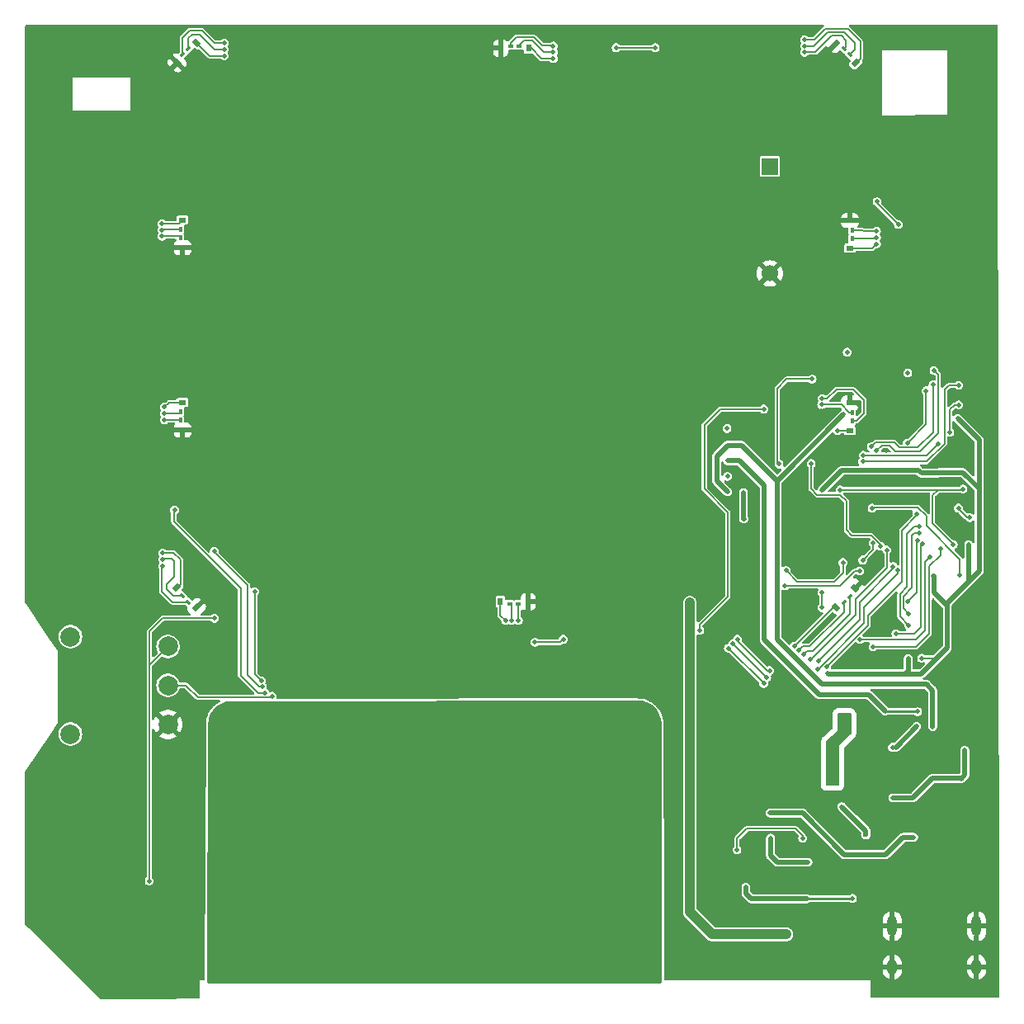
<source format=gtl>
%TF.GenerationSoftware,KiCad,Pcbnew,7.0.7*%
%TF.CreationDate,2023-10-15T16:54:31+01:00*%
%TF.ProjectId,mod-player,6d6f642d-706c-4617-9965-722e6b696361,rev?*%
%TF.SameCoordinates,Original*%
%TF.FileFunction,Copper,L1,Top*%
%TF.FilePolarity,Positive*%
%FSLAX46Y46*%
G04 Gerber Fmt 4.6, Leading zero omitted, Abs format (unit mm)*
G04 Created by KiCad (PCBNEW 7.0.7) date 2023-10-15 16:54:31*
%MOMM*%
%LPD*%
G01*
G04 APERTURE LIST*
G04 Aperture macros list*
%AMRotRect*
0 Rectangle, with rotation*
0 The origin of the aperture is its center*
0 $1 length*
0 $2 width*
0 $3 Rotation angle, in degrees counterclockwise*
0 Add horizontal line*
21,1,$1,$2,0,0,$3*%
G04 Aperture macros list end*
%ADD10C,0.350000*%
%TA.AperFunction,NonConductor*%
%ADD11C,0.350000*%
%TD*%
%TA.AperFunction,NonConductor*%
%ADD12C,0.200000*%
%TD*%
%TA.AperFunction,ComponentPad*%
%ADD13C,2.000000*%
%TD*%
%TA.AperFunction,SMDPad,CuDef*%
%ADD14R,0.780000X0.550000*%
%TD*%
%TA.AperFunction,SMDPad,CuDef*%
%ADD15R,0.340000X0.550000*%
%TD*%
%TA.AperFunction,SMDPad,CuDef*%
%ADD16RotRect,0.550000X0.780000X225.000000*%
%TD*%
%TA.AperFunction,SMDPad,CuDef*%
%ADD17RotRect,0.550000X0.340000X225.000000*%
%TD*%
%TA.AperFunction,SMDPad,CuDef*%
%ADD18RotRect,0.550000X0.780000X135.000000*%
%TD*%
%TA.AperFunction,SMDPad,CuDef*%
%ADD19RotRect,0.550000X0.340000X135.000000*%
%TD*%
%TA.AperFunction,SMDPad,CuDef*%
%ADD20R,0.550000X0.780000*%
%TD*%
%TA.AperFunction,SMDPad,CuDef*%
%ADD21R,0.550000X0.340000*%
%TD*%
%TA.AperFunction,SMDPad,CuDef*%
%ADD22RotRect,0.550000X0.780000X315.000000*%
%TD*%
%TA.AperFunction,SMDPad,CuDef*%
%ADD23RotRect,0.550000X0.340000X315.000000*%
%TD*%
%TA.AperFunction,SMDPad,CuDef*%
%ADD24RotRect,0.550000X0.780000X45.000000*%
%TD*%
%TA.AperFunction,SMDPad,CuDef*%
%ADD25RotRect,0.550000X0.340000X45.000000*%
%TD*%
%TA.AperFunction,ComponentPad*%
%ADD26R,1.700000X1.700000*%
%TD*%
%TA.AperFunction,ComponentPad*%
%ADD27C,1.700000*%
%TD*%
%TA.AperFunction,ComponentPad*%
%ADD28O,1.000000X1.600000*%
%TD*%
%TA.AperFunction,ComponentPad*%
%ADD29O,1.000000X2.100000*%
%TD*%
%TA.AperFunction,ViaPad*%
%ADD30C,0.500000*%
%TD*%
%TA.AperFunction,ViaPad*%
%ADD31C,0.600000*%
%TD*%
%TA.AperFunction,Conductor*%
%ADD32C,0.127000*%
%TD*%
%TA.AperFunction,Conductor*%
%ADD33C,0.500000*%
%TD*%
%TA.AperFunction,Conductor*%
%ADD34C,0.250000*%
%TD*%
%TA.AperFunction,Conductor*%
%ADD35C,0.200000*%
%TD*%
%TA.AperFunction,Conductor*%
%ADD36C,1.000000*%
%TD*%
G04 APERTURE END LIST*
D10*
X360312094Y-109743027D02*
X360357489Y-109300983D01*
X360488906Y-108889153D01*
X360697249Y-108516365D01*
X360973422Y-108191443D01*
X361308328Y-107923214D01*
X361692871Y-107720503D01*
X362117956Y-107592137D01*
X362574486Y-107546942D01*
D11*
X406501600Y-109677200D02*
X406575549Y-136156706D01*
X360219320Y-136186390D02*
X406575549Y-136156706D01*
X362574486Y-107546942D02*
X404232944Y-107487573D01*
D10*
X404232944Y-107487573D02*
X404689601Y-107531467D01*
X405115051Y-107658621D01*
X405500173Y-107860235D01*
X405835845Y-108127508D01*
X406112944Y-108451642D01*
X406322351Y-108823834D01*
X406454943Y-109235287D01*
X406501600Y-109677200D01*
D11*
X360220549Y-136156706D02*
X360312094Y-109743027D01*
D12*
X405282400Y-107721400D02*
X405790400Y-108051600D01*
X406298400Y-108686600D01*
X406501600Y-109270800D01*
X406501600Y-109905800D01*
X406552400Y-113334800D01*
X406575549Y-136156706D01*
X391160000Y-136169400D01*
X360219320Y-136186390D01*
X360312094Y-109743027D01*
X360527600Y-108915200D01*
X360908600Y-108305600D01*
X361442000Y-107848400D01*
X362051600Y-107619800D01*
X362574486Y-107546942D01*
X404418800Y-107518200D01*
X405282400Y-107721400D01*
%TA.AperFunction,NonConductor*%
G36*
X405282400Y-107721400D02*
G01*
X405790400Y-108051600D01*
X406298400Y-108686600D01*
X406501600Y-109270800D01*
X406501600Y-109905800D01*
X406552400Y-113334800D01*
X406575549Y-136156706D01*
X391160000Y-136169400D01*
X360219320Y-136186390D01*
X360312094Y-109743027D01*
X360527600Y-108915200D01*
X360908600Y-108305600D01*
X361442000Y-107848400D01*
X362051600Y-107619800D01*
X362574486Y-107546942D01*
X404418800Y-107518200D01*
X405282400Y-107721400D01*
G37*
%TD.AperFunction*%
D13*
%TO.P,RV1,*%
%TO.N,*%
X346040600Y-100763800D03*
X346040600Y-110763800D03*
%TO.P,RV1,1,1*%
%TO.N,+3V3*%
X356040600Y-101763800D03*
%TO.P,RV1,2,2*%
%TO.N,Net-(U1-GPIO26_ADC0)*%
X356040600Y-105763800D03*
%TO.P,RV1,3,3*%
%TO.N,GND*%
X356040600Y-109763800D03*
%TD*%
D14*
%TO.P,D9,1,A*%
%TO.N,GND*%
X357531562Y-79576920D03*
D15*
%TO.P,D9,2,BK*%
%TO.N,Net-(D9-BK)*%
X357311562Y-78576920D03*
%TO.P,D9,3,GK*%
%TO.N,Net-(D9-GK)*%
X357311562Y-77726920D03*
D14*
%TO.P,D9,4,RK*%
%TO.N,Net-(D9-RK)*%
X357531562Y-76726920D03*
%TD*%
D16*
%TO.P,D12,1,A*%
%TO.N,GND*%
X426561194Y-95770910D03*
D17*
%TO.P,D12,2,BK*%
%TO.N,Net-(D12-BK)*%
X426009650Y-96633581D03*
%TO.P,D12,3,GK*%
%TO.N,Net-(D12-GK)*%
X425408610Y-97234621D03*
D16*
%TO.P,D12,4,RK*%
%TO.N,Net-(D12-RK)*%
X424545939Y-97786165D03*
%TD*%
D18*
%TO.P,D10,1,A*%
%TO.N,GND*%
X358976690Y-97761594D03*
D19*
%TO.P,D10,2,BK*%
%TO.N,Net-(D10-BK)*%
X358114019Y-97210050D03*
%TO.P,D10,3,GK*%
%TO.N,Net-(D10-GK)*%
X357512979Y-96609010D03*
D18*
%TO.P,D10,4,RK*%
%TO.N,Net-(D10-RK)*%
X356961435Y-95746339D03*
%TD*%
D14*
%TO.P,D4,1,A*%
%TO.N,GND*%
X426015637Y-58051280D03*
D15*
%TO.P,D4,2,BK*%
%TO.N,Net-(D4-BK)*%
X426235637Y-59051280D03*
%TO.P,D4,3,GK*%
%TO.N,Net-(D4-GK)*%
X426235637Y-59901280D03*
D14*
%TO.P,D4,4,RK*%
%TO.N,Net-(D4-RK)*%
X426015637Y-60901280D03*
%TD*%
D20*
%TO.P,D6,1,A*%
%TO.N,GND*%
X390192800Y-40385933D03*
D21*
%TO.P,D6,2,BK*%
%TO.N,Net-(D6-BK)*%
X391192800Y-40165933D03*
%TO.P,D6,3,GK*%
%TO.N,Net-(D6-GK)*%
X392042800Y-40165933D03*
D20*
%TO.P,D6,4,RK*%
%TO.N,Net-(D6-RK)*%
X393042800Y-40385933D03*
%TD*%
D22*
%TO.P,D5,1,A*%
%TO.N,GND*%
X424570510Y-39891177D03*
D23*
%TO.P,D5,2,BK*%
%TO.N,Net-(D5-BK)*%
X425433181Y-40442721D03*
%TO.P,D5,3,GK*%
%TO.N,Net-(D5-GK)*%
X426034221Y-41043761D03*
D22*
%TO.P,D5,4,RK*%
%TO.N,Net-(D5-RK)*%
X426585765Y-41906432D03*
%TD*%
D20*
%TO.P,D11,1,A*%
%TO.N,GND*%
X392997800Y-97165237D03*
D21*
%TO.P,D11,2,BK*%
%TO.N,Net-(D11-BK)*%
X391997800Y-97385237D03*
%TO.P,D11,3,GK*%
%TO.N,Net-(D11-GK)*%
X391147800Y-97385237D03*
D20*
%TO.P,D11,4,RK*%
%TO.N,Net-(D11-RK)*%
X390147800Y-97165237D03*
%TD*%
D14*
%TO.P,D13,1,A*%
%TO.N,GND*%
X426015637Y-76771920D03*
D15*
%TO.P,D13,2,BK*%
%TO.N,Net-(D13-BK)*%
X426235637Y-77771920D03*
%TO.P,D13,3,GK*%
%TO.N,Net-(D13-GK)*%
X426235637Y-78621920D03*
D14*
%TO.P,D13,4,RK*%
%TO.N,Net-(D13-RK)*%
X426015637Y-79621920D03*
%TD*%
D24*
%TO.P,D7,1,A*%
%TO.N,GND*%
X356986006Y-41881861D03*
D25*
%TO.P,D7,2,BK*%
%TO.N,Net-(D7-BK)*%
X357537550Y-41019190D03*
%TO.P,D7,3,GK*%
%TO.N,Net-(D7-GK)*%
X358138590Y-40418150D03*
D24*
%TO.P,D7,4,RK*%
%TO.N,Net-(D7-RK)*%
X359001261Y-39866606D03*
%TD*%
D14*
%TO.P,D8,1,A*%
%TO.N,GND*%
X357531562Y-60856280D03*
D15*
%TO.P,D8,2,BK*%
%TO.N,Net-(D8-BK)*%
X357311562Y-59856280D03*
%TO.P,D8,3,GK*%
%TO.N,Net-(D8-GK)*%
X357311562Y-59006280D03*
D14*
%TO.P,D8,4,RK*%
%TO.N,Net-(D8-RK)*%
X357531562Y-58006280D03*
%TD*%
D26*
%TO.P,BT1,1,+*%
%TO.N,/VBAT_IN*%
X417804800Y-52508000D03*
D27*
%TO.P,BT1,2,-*%
%TO.N,GND*%
X417804800Y-63508000D03*
%TD*%
D28*
%TO.P,J1,S1,SHIELD*%
%TO.N,GND*%
X439004800Y-134655600D03*
D29*
X439004800Y-130475600D03*
D28*
X430364800Y-134655600D03*
D29*
X430364800Y-130475600D03*
%TD*%
D30*
%TO.N,+3V3*%
X360807000Y-98882200D03*
%TO.N,/SW2*%
X356717600Y-87782400D03*
%TO.N,/SW3*%
X360807000Y-91998800D03*
%TO.N,/SW1*%
X364947200Y-96139000D03*
%TO.N,Net-(U1-GPIO26_ADC0)*%
X366725200Y-106883200D03*
X423652927Y-103816127D03*
X432892200Y-88163400D03*
%TO.N,/5v_boost*%
X413461200Y-82702400D03*
X432866800Y-109982000D03*
X432961400Y-108464600D03*
X429615600Y-108407200D03*
X430377600Y-112115600D03*
%TO.N,Net-(D4-BK)*%
X428739900Y-59164000D03*
%TO.N,Net-(D4-GK)*%
X428739900Y-59814000D03*
%TO.N,Net-(D4-RK)*%
X428739900Y-60464000D03*
%TO.N,Net-(D5-BK)*%
X421362900Y-40804800D03*
%TO.N,/3v3_boost*%
X414426400Y-122631200D03*
X421169200Y-121432800D03*
%TO.N,GND*%
X427482000Y-75031600D03*
X429209200Y-71374000D03*
X420319200Y-94183200D03*
X422171400Y-87841200D03*
X426339000Y-126669800D03*
X434492400Y-74168000D03*
X430479200Y-128143000D03*
X355701600Y-127711200D03*
X434289200Y-121361200D03*
X436219600Y-123545600D03*
X430580800Y-78384400D03*
X438632600Y-114960400D03*
X355549200Y-131114800D03*
X435787800Y-134670800D03*
X440537600Y-80467200D03*
X428294800Y-119329200D03*
X355600000Y-126542800D03*
X421589200Y-96316800D03*
X438429400Y-118694200D03*
X439724800Y-78232000D03*
X430174400Y-97993200D03*
X420319200Y-90881200D03*
X426364400Y-121945400D03*
X426110400Y-112877600D03*
X424738800Y-88696800D03*
X395478000Y-39471600D03*
X415340800Y-124917200D03*
X438835800Y-128422400D03*
X412242000Y-102946200D03*
X427431200Y-109016800D03*
X426669200Y-95605600D03*
X421386000Y-87833200D03*
X428421800Y-88519000D03*
X439674000Y-76098400D03*
X437540400Y-80822800D03*
X424078400Y-87223600D03*
X424129200Y-93522800D03*
X424637200Y-91998800D03*
X428040800Y-109016800D03*
X432308000Y-118922800D03*
X435152800Y-124917200D03*
X418058600Y-129387600D03*
X431800000Y-128193800D03*
X425881800Y-132892800D03*
X415340800Y-123444000D03*
X426212000Y-124333000D03*
X426059600Y-116128800D03*
X420852600Y-129413000D03*
X440537600Y-82397600D03*
X428701200Y-100177600D03*
X419582600Y-121437400D03*
X420420800Y-125780800D03*
X421284400Y-89763600D03*
X355600000Y-129235200D03*
X419506400Y-98399600D03*
X422960800Y-93980000D03*
X438251600Y-82092800D03*
X432816000Y-124968000D03*
X423011600Y-92049600D03*
X438454800Y-99009200D03*
X426974000Y-77012800D03*
X420420800Y-97282000D03*
X428294800Y-117957600D03*
X431749200Y-77470000D03*
X429006000Y-128346200D03*
X429056800Y-75082400D03*
X415315400Y-124155200D03*
X422175400Y-93949200D03*
X422605200Y-100380800D03*
X436829200Y-73456800D03*
X357581200Y-126542800D03*
X421944800Y-125730000D03*
X420827200Y-86715600D03*
X439724800Y-73660000D03*
X423062100Y-77640000D03*
X428167800Y-131546600D03*
X424815000Y-129413000D03*
X432866800Y-71120000D03*
X437591200Y-105664000D03*
X413105600Y-102463600D03*
X437388000Y-108712000D03*
X429742600Y-81703600D03*
X438658000Y-105714800D03*
X436626000Y-82346800D03*
X430377600Y-113842800D03*
X423113200Y-78790800D03*
X428726600Y-130302000D03*
X426110400Y-114706400D03*
X420319200Y-88544400D03*
X433781200Y-126441200D03*
X438759600Y-109575600D03*
X434086000Y-123494800D03*
X432409600Y-114757200D03*
X433222400Y-134620000D03*
X435051200Y-82448400D03*
X428421800Y-89560400D03*
X431850800Y-123494800D03*
X423570400Y-86715600D03*
X422833800Y-121894600D03*
X436956200Y-128244600D03*
X420319200Y-87172800D03*
%TO.N,+1V1*%
X425006000Y-85699600D03*
X437624800Y-85613800D03*
X436615400Y-91321200D03*
%TO.N,+3V3*%
X435021400Y-83989600D03*
X437083200Y-78384400D03*
X434602200Y-94524000D03*
X354126800Y-125831600D03*
X434619400Y-96215200D03*
X423697400Y-104521000D03*
X438195400Y-91335000D03*
X413461200Y-84328000D03*
X426466000Y-104597200D03*
X432003200Y-103022400D03*
X433374800Y-102971600D03*
X423177200Y-85703000D03*
X429793200Y-83705800D03*
X437616600Y-83940000D03*
X413410400Y-79400400D03*
X433342400Y-83989600D03*
%TO.N,/RUN*%
X437286400Y-94488000D03*
X428294800Y-87579200D03*
%TO.N,Net-(D1-A)*%
X420141400Y-123926600D03*
X419354000Y-123926600D03*
X417869200Y-121432800D03*
X421716200Y-123926600D03*
X418566600Y-123926600D03*
X420928800Y-123926600D03*
%TO.N,Net-(D2-K)*%
X417830000Y-118872000D03*
X432562000Y-121361200D03*
%TO.N,Net-(D5-GK)*%
X421362900Y-40154800D03*
%TO.N,/USB_D_P*%
X437159400Y-87579200D03*
X438302400Y-88544400D03*
%TO.N,/SPI_1_SCK*%
X427329600Y-92913200D03*
X428396400Y-91186000D03*
%TO.N,/SPI_1_MISO*%
X423164000Y-96266000D03*
X423164000Y-97790000D03*
%TO.N,/MCU_SWCLK*%
X436270400Y-79806800D03*
X427380400Y-82143600D03*
X437174000Y-76979400D03*
X435095673Y-80968873D03*
%TO.N,/MCU_SWD*%
X437174000Y-74979400D03*
X427329600Y-82804000D03*
%TO.N,Net-(Q2-S)*%
X418719000Y-127660400D03*
X421614600Y-127660400D03*
X426279700Y-127626800D03*
X420166800Y-127660400D03*
X420890700Y-127660400D03*
X415340800Y-127127000D03*
X415340800Y-126492000D03*
X419442900Y-127660400D03*
%TO.N,VBUS*%
X425196000Y-118211600D03*
D31*
X427659800Y-121081800D03*
D30*
%TO.N,/QSPI_SS*%
X434238400Y-92608400D03*
X427024800Y-101066600D03*
%TO.N,Net-(U1-GPIO9)*%
X427024800Y-94030800D03*
X419354000Y-95554800D03*
%TO.N,Net-(U1-GPIO13)*%
X425297600Y-93167200D03*
X419455600Y-93980000D03*
%TO.N,Net-(D5-RK)*%
X421362900Y-39504800D03*
%TO.N,Net-(D6-BK)*%
X395567500Y-40154800D03*
%TO.N,Net-(D6-GK)*%
X395567500Y-40804800D03*
%TO.N,/VBAT_IN*%
X409600400Y-97282000D03*
X419506400Y-131318000D03*
%TO.N,/I2S_BCLK*%
X434543200Y-74930000D03*
X428209900Y-81280000D03*
%TO.N,/I2S_LRC*%
X428752000Y-81703600D03*
X434644800Y-73456800D03*
%TO.N,/I2S_DIN*%
X431901600Y-80916200D03*
X433832000Y-75539600D03*
%TO.N,/QSPI_SD3*%
X433146200Y-89433400D03*
X432054000Y-99618800D03*
%TO.N,/QSPI_SCLK*%
X433120800Y-90119200D03*
X432054000Y-98399600D03*
%TO.N,/QSPI_SD0*%
X432965858Y-90859889D03*
X431952400Y-97129600D03*
%TO.N,/QSPI_SD2*%
X433482617Y-91214100D03*
X430733200Y-100457000D03*
%TO.N,/QSPI_SD1*%
X435305200Y-91744800D03*
X428396400Y-101803200D03*
%TO.N,unconnected-(U5-EP-Pad17)*%
X431952400Y-73710800D03*
%TO.N,Net-(D6-RK)*%
X395567500Y-41454800D03*
%TO.N,Net-(D7-BK)*%
X361817100Y-39860000D03*
%TO.N,Net-(D7-GK)*%
X361817100Y-40510000D03*
%TO.N,Net-(D7-RK)*%
X361817100Y-41160000D03*
%TO.N,Net-(D8-BK)*%
X355428100Y-59687600D03*
%TO.N,Net-(D8-GK)*%
X355428100Y-59037600D03*
%TO.N,Net-(D8-RK)*%
X355428100Y-58387600D03*
%TO.N,Net-(D9-BK)*%
X355682100Y-78514000D03*
%TO.N,Net-(D9-GK)*%
X355682100Y-77864000D03*
%TO.N,Net-(D9-RK)*%
X355682100Y-77214000D03*
%TO.N,Net-(D10-BK)*%
X355504300Y-93490000D03*
%TO.N,Net-(D10-GK)*%
X355504300Y-92840000D03*
%TO.N,Net-(D10-RK)*%
X355504300Y-92190000D03*
%TO.N,Net-(D11-BK)*%
X391990800Y-99111100D03*
%TO.N,Net-(D11-GK)*%
X391340800Y-99111100D03*
%TO.N,Net-(D11-RK)*%
X390690800Y-99111100D03*
%TO.N,Net-(D12-BK)*%
X413558324Y-101951144D03*
X421284400Y-102565200D03*
X417169580Y-105562400D03*
%TO.N,Net-(D12-GK)*%
X417484023Y-104957603D03*
X414017944Y-101491524D03*
X420790691Y-102164955D03*
%TO.N,Net-(D12-RK)*%
X420319200Y-101752400D03*
X414477563Y-101031905D03*
X417779200Y-104241600D03*
%TO.N,Net-(D13-BK)*%
X423113200Y-76966500D03*
%TO.N,Net-(D13-GK)*%
X423164850Y-76342130D03*
%TO.N,Net-(D13-RK)*%
X424752997Y-79640203D03*
%TO.N,Net-(Q1-S)*%
X424230800Y-113207800D03*
X425805600Y-109016800D03*
X425094400Y-109016800D03*
X424230800Y-114046000D03*
X424230800Y-114884200D03*
X424230800Y-115722400D03*
X424230800Y-112369600D03*
%TO.N,/SW1*%
X365606822Y-105304666D03*
X429818800Y-91880000D03*
X421944800Y-103073200D03*
%TO.N,/SW2*%
X365988600Y-106527600D03*
X422706800Y-104089200D03*
X430923410Y-93985344D03*
%TO.N,/SW3*%
X430455001Y-93569294D03*
X422757600Y-103276400D03*
X365734600Y-105918000D03*
%TO.N,Net-(R25-Pad2)*%
X422148000Y-74345800D03*
X418744400Y-83058000D03*
%TO.N,Net-(U6-DO)*%
X428802800Y-56134000D03*
X430987200Y-58470800D03*
%TO.N,+5V*%
X413461200Y-85902800D03*
X413461200Y-81127600D03*
X425749000Y-71570200D03*
X430421400Y-117307200D03*
X437804800Y-112412600D03*
X434507800Y-109995800D03*
X425348400Y-77978000D03*
%TO.N,/LED_PWR*%
X415102200Y-85988200D03*
X415137600Y-88696800D03*
%TO.N,Net-(U8-DO)*%
X406044400Y-40335200D03*
X402031200Y-40335200D03*
%TO.N,Net-(U14-DO)*%
X393700000Y-101346000D03*
X396595600Y-101041200D03*
%TO.N,Net-(U15-DO)*%
X417169600Y-77419200D03*
X410616400Y-100126800D03*
%TO.N,/WS_DIN*%
X422046400Y-83007200D03*
X429158400Y-91490800D03*
%TD*%
D32*
%TO.N,+3V3*%
X355498400Y-98882200D02*
X360807000Y-98882200D01*
X354126800Y-100253800D02*
X355498400Y-98882200D01*
X354126800Y-103677600D02*
X354126800Y-100253800D01*
X354126800Y-125831600D02*
X354126800Y-103677600D01*
X354126800Y-103677600D02*
X356040600Y-101763800D01*
%TO.N,Net-(D10-GK)*%
X355608900Y-92735400D02*
X355504300Y-92840000D01*
X356412800Y-92735400D02*
X355608900Y-92735400D01*
X355930200Y-95910400D02*
X355930200Y-95351600D01*
X355930200Y-95351600D02*
X356692200Y-94589600D01*
X357512979Y-96609010D02*
X356628810Y-96609010D01*
X356628810Y-96609010D02*
X355930200Y-95910400D01*
X356692200Y-94589600D02*
X356692200Y-93014800D01*
X356692200Y-93014800D02*
X356412800Y-92735400D01*
%TO.N,Net-(D10-RK)*%
X355543100Y-92151200D02*
X355504300Y-92190000D01*
X357327200Y-95380574D02*
X357327200Y-92862400D01*
X356616000Y-92151200D02*
X355543100Y-92151200D01*
X357327200Y-92862400D02*
X356616000Y-92151200D01*
X356961435Y-95746339D02*
X357327200Y-95380574D01*
%TO.N,Net-(D10-BK)*%
X355396800Y-93597500D02*
X355504300Y-93490000D01*
X355396800Y-96113600D02*
X355396800Y-93597500D01*
X356493250Y-97210050D02*
X355396800Y-96113600D01*
X358114019Y-97210050D02*
X356493250Y-97210050D01*
%TO.N,/SW3*%
X364236000Y-95504000D02*
X360807000Y-92075000D01*
X360807000Y-92075000D02*
X360807000Y-91998800D01*
X365429800Y-105918000D02*
X364236000Y-104724200D01*
X364236000Y-104724200D02*
X364236000Y-95504000D01*
X365734600Y-105918000D02*
X365429800Y-105918000D01*
%TO.N,/SW1*%
X365606822Y-105304666D02*
X364947200Y-104645044D01*
X364947200Y-104645044D02*
X364947200Y-96139000D01*
%TO.N,/SW2*%
X356641400Y-87858600D02*
X356717600Y-87782400D01*
X356641400Y-88976200D02*
X356641400Y-87858600D01*
X363499400Y-104749600D02*
X363499400Y-95834200D01*
X365277400Y-106527600D02*
X363499400Y-104749600D01*
X365988600Y-106527600D02*
X365277400Y-106527600D01*
X363499400Y-95834200D02*
X356641400Y-88976200D01*
%TO.N,Net-(U1-GPIO26_ADC0)*%
X357884200Y-105763800D02*
X356040600Y-105763800D01*
X359105200Y-106984800D02*
X357884200Y-105763800D01*
X366623600Y-106984800D02*
X359105200Y-106984800D01*
X366725200Y-106883200D02*
X366623600Y-106984800D01*
D33*
%TO.N,+3V3*%
X423697400Y-104521000D02*
X423773600Y-104597200D01*
X423773600Y-104597200D02*
X426466000Y-104597200D01*
D32*
%TO.N,Net-(U1-GPIO26_ADC0)*%
X427849638Y-98616162D02*
X427849638Y-99619416D01*
X431363910Y-95101890D02*
X427849638Y-98616162D01*
X432892200Y-88163400D02*
X432892200Y-88315800D01*
X432892200Y-88315800D02*
X431363910Y-89844090D01*
X431363910Y-89844090D02*
X431363910Y-95101890D01*
X427849638Y-99619416D02*
X423652927Y-103816127D01*
%TO.N,+1V1*%
X434492400Y-86258400D02*
X435051200Y-85699600D01*
X436615400Y-91277000D02*
X434492400Y-89154000D01*
X434492400Y-89154000D02*
X434492400Y-86258400D01*
X436615400Y-91321200D02*
X436615400Y-91277000D01*
%TO.N,/RUN*%
X428345600Y-87528400D02*
X428294800Y-87579200D01*
X433882800Y-88392000D02*
X432993800Y-87503000D01*
X432968400Y-87528400D02*
X428345600Y-87528400D01*
X433882800Y-89408000D02*
X433882800Y-88392000D01*
X432993800Y-87503000D02*
X432968400Y-87528400D01*
X437286400Y-92811600D02*
X433882800Y-89408000D01*
X437286400Y-94488000D02*
X437286400Y-92811600D01*
%TO.N,/QSPI_SD0*%
X432841400Y-96240600D02*
X431952400Y-97129600D01*
X432841400Y-90984347D02*
X432841400Y-96240600D01*
X432965858Y-90859889D02*
X432841400Y-90984347D01*
%TO.N,/QSPI_SCLK*%
X432612800Y-90119200D02*
X433120800Y-90119200D01*
X432358800Y-90373200D02*
X432612800Y-90119200D01*
X432358800Y-95758000D02*
X432358800Y-90373200D01*
X432054000Y-98399600D02*
X431495200Y-97840800D01*
X431495200Y-97840800D02*
X431495200Y-96621600D01*
X431495200Y-96621600D02*
X432358800Y-95758000D01*
%TO.N,/QSPI_SD2*%
X432587400Y-100457000D02*
X430733200Y-100457000D01*
X433273200Y-99771200D02*
X432587400Y-100457000D01*
X433273200Y-91423517D02*
X433273200Y-99771200D01*
X433482617Y-91214100D02*
X433273200Y-91423517D01*
%TO.N,/QSPI_SS*%
X433730400Y-93116400D02*
X434238400Y-92608400D01*
X433730400Y-100101400D02*
X433730400Y-93116400D01*
X432765200Y-101066600D02*
X433730400Y-100101400D01*
X427024800Y-101066600D02*
X432765200Y-101066600D01*
%TO.N,/QSPI_SD3*%
X431850800Y-90220800D02*
X432638200Y-89433400D01*
X432638200Y-89433400D02*
X433146200Y-89433400D01*
X431850800Y-95681800D02*
X431850800Y-90220800D01*
X431139600Y-98704400D02*
X431139600Y-96393000D01*
X432054000Y-99618800D02*
X431139600Y-98704400D01*
X431139600Y-96393000D02*
X431850800Y-95681800D01*
%TO.N,/SW2*%
X427443900Y-97726500D02*
X427443900Y-99402900D01*
X422757600Y-104089200D02*
X422706800Y-104089200D01*
X430923410Y-93985344D02*
X430923410Y-94246990D01*
X430923410Y-94246990D02*
X427443900Y-97726500D01*
X427443900Y-99402900D02*
X422757600Y-104089200D01*
%TO.N,/SW3*%
X427012100Y-99021900D02*
X422757600Y-103276400D01*
X430455001Y-93800999D02*
X427012100Y-97243900D01*
X430455001Y-93569294D02*
X430455001Y-93800999D01*
X427012100Y-97243900D02*
X427012100Y-99021900D01*
%TO.N,/SW1*%
X426567600Y-96926400D02*
X429818800Y-93675200D01*
X426567600Y-98552000D02*
X426567600Y-96926400D01*
X426567600Y-98552000D02*
X422046400Y-103073200D01*
X429818800Y-91880000D02*
X429818800Y-93675200D01*
%TO.N,/I2S_DIN*%
X433832000Y-78985800D02*
X433832000Y-75539600D01*
X431901600Y-80916200D02*
X433832000Y-78985800D01*
%TO.N,/I2S_BCLK*%
X434543200Y-79806800D02*
X434543200Y-74930000D01*
X432993800Y-81356200D02*
X434543200Y-79806800D01*
X428667100Y-80822800D02*
X430555400Y-80822800D01*
X431088800Y-81356200D02*
X432993800Y-81356200D01*
X428209900Y-81280000D02*
X428667100Y-80822800D01*
X430555400Y-80822800D02*
X431088800Y-81356200D01*
%TO.N,/I2S_LRC*%
X433247800Y-81737200D02*
X433870100Y-81114900D01*
X430631600Y-81737200D02*
X433247800Y-81737200D01*
X433870100Y-81114900D02*
X435102000Y-79883000D01*
X430072800Y-81178400D02*
X430631600Y-81737200D01*
X429277200Y-81178400D02*
X430072800Y-81178400D01*
X435102000Y-79883000D02*
X435102000Y-73914000D01*
X435102000Y-73914000D02*
X434644800Y-73456800D01*
X428752000Y-81703600D02*
X429277200Y-81178400D01*
D33*
%TO.N,/5v_boost*%
X427939200Y-106730800D02*
X422859200Y-106730800D01*
X417220400Y-85242400D02*
X414680400Y-82702400D01*
X417220400Y-101092000D02*
X417220400Y-85242400D01*
D34*
X429615600Y-108407200D02*
X432904000Y-108407200D01*
D33*
X414680400Y-82702400D02*
X413461200Y-82702400D01*
X429615600Y-108407200D02*
X427939200Y-106730800D01*
D32*
X432904000Y-108407200D02*
X432961400Y-108464600D01*
D33*
X422859200Y-106730800D02*
X417220400Y-101092000D01*
D34*
X430377600Y-112115600D02*
X430733200Y-112115600D01*
D33*
X430733200Y-112115600D02*
X432866800Y-109982000D01*
D32*
%TO.N,Net-(D4-BK)*%
X427431200Y-59182000D02*
X428721900Y-59182000D01*
X426235637Y-59051280D02*
X427300480Y-59051280D01*
X428721900Y-59182000D02*
X428739900Y-59164000D01*
X427300480Y-59051280D02*
X427431200Y-59182000D01*
%TO.N,Net-(D4-GK)*%
X426235637Y-59901280D02*
X428652620Y-59901280D01*
X428652620Y-59901280D02*
X428739900Y-59814000D01*
%TO.N,Net-(D4-RK)*%
X428302620Y-60901280D02*
X428739900Y-60464000D01*
X426015637Y-60901280D02*
X428302620Y-60901280D01*
%TO.N,Net-(D5-BK)*%
X425602400Y-39573200D02*
X425145200Y-39116000D01*
X425602400Y-40273502D02*
X425602400Y-39573200D01*
X425145200Y-39116000D02*
X424180000Y-39116000D01*
X424180000Y-39116000D02*
X422491200Y-40804800D01*
X422491200Y-40804800D02*
X421362900Y-40804800D01*
X425433181Y-40442721D02*
X425602400Y-40273502D01*
%TO.N,/3v3_boost*%
X414426400Y-122631200D02*
X414426400Y-121462800D01*
X415442400Y-120446800D02*
X420420800Y-120446800D01*
X420420800Y-120446800D02*
X421182800Y-121208800D01*
X414426400Y-121462800D02*
X415442400Y-120446800D01*
X421182800Y-121208800D02*
X421182800Y-121419200D01*
X421182800Y-121419200D02*
X421169200Y-121432800D01*
%TO.N,GND*%
X426015637Y-76771920D02*
X426733120Y-76771920D01*
X426733120Y-76771920D02*
X426974000Y-77012800D01*
%TO.N,+1V1*%
X437539000Y-85699600D02*
X437624800Y-85613800D01*
X425006000Y-85699600D02*
X435051200Y-85699600D01*
X435051200Y-85699600D02*
X437539000Y-85699600D01*
D33*
%TO.N,+3V3*%
X435021400Y-83989600D02*
X433342400Y-83989600D01*
X436016400Y-101904800D02*
X436016400Y-97612200D01*
D32*
X435965600Y-101955600D02*
X434949600Y-102971600D01*
X436016400Y-97307400D02*
X436016400Y-99974400D01*
X434949600Y-102971600D02*
X433374800Y-102971600D01*
D33*
X431647600Y-104597200D02*
X432003200Y-104241600D01*
X439267600Y-94056200D02*
X439267600Y-90262800D01*
X436016400Y-97612200D02*
X434619400Y-96215200D01*
X439267600Y-85591000D02*
X439267600Y-80568800D01*
X437616600Y-83940000D02*
X435071000Y-83940000D01*
X433342400Y-83989600D02*
X433058600Y-83705800D01*
X429793200Y-83705800D02*
X425174400Y-83705800D01*
X432003200Y-104241600D02*
X432003200Y-103022400D01*
X435071000Y-83940000D02*
X435021400Y-83989600D01*
D32*
X436016400Y-101904800D02*
X435965600Y-101955600D01*
D33*
X434619400Y-94541200D02*
X434602200Y-94524000D01*
X436016400Y-97612200D02*
X436016400Y-97307400D01*
D32*
X436016400Y-97612200D02*
X436016400Y-99974400D01*
D33*
X433324000Y-104597200D02*
X436016400Y-101904800D01*
D32*
X436016400Y-99974400D02*
X436016400Y-101904800D01*
D33*
X439267600Y-85591000D02*
X437616600Y-83940000D01*
X433058600Y-83705800D02*
X429793200Y-83705800D01*
X436016400Y-97307400D02*
X438195400Y-95128400D01*
X439267600Y-90262800D02*
X439267600Y-85591000D01*
X426466000Y-104597200D02*
X431647600Y-104597200D01*
X425174400Y-83705800D02*
X423177200Y-85703000D01*
X431647600Y-104597200D02*
X433324000Y-104597200D01*
X438195400Y-95128400D02*
X438195400Y-91335000D01*
X434619400Y-96215200D02*
X434619400Y-94541200D01*
X438195400Y-95128400D02*
X439267600Y-94056200D01*
X439267600Y-80568800D02*
X437083200Y-78384400D01*
%TO.N,Net-(D1-A)*%
X418566600Y-123926600D02*
X417869200Y-123229200D01*
X417869200Y-123229200D02*
X417869200Y-121432800D01*
X421716200Y-123926600D02*
X418566600Y-123926600D01*
%TO.N,Net-(D2-K)*%
X431444400Y-121361200D02*
X429666400Y-123139200D01*
X432562000Y-121361200D02*
X431444400Y-121361200D01*
X425450000Y-123139200D02*
X421182800Y-118872000D01*
X429666400Y-123139200D02*
X425450000Y-123139200D01*
X421182800Y-118872000D02*
X417830000Y-118872000D01*
D32*
%TO.N,Net-(D5-GK)*%
X426516800Y-39878000D02*
X425399200Y-38760400D01*
X425399200Y-38760400D02*
X423722800Y-38760400D01*
X422328400Y-40154800D02*
X421362900Y-40154800D01*
X426034221Y-41043761D02*
X426516800Y-40561182D01*
X423722800Y-38760400D02*
X422328400Y-40154800D01*
X426516800Y-40561182D02*
X426516800Y-39878000D01*
D35*
%TO.N,/USB_D_P*%
X437311800Y-87731600D02*
X437311800Y-87782400D01*
X437159400Y-87579200D02*
X437311800Y-87731600D01*
X438302400Y-88544400D02*
X438073800Y-88544400D01*
X438073800Y-88544400D02*
X437134000Y-87604600D01*
D32*
%TO.N,/SPI_1_SCK*%
X428396400Y-91846400D02*
X427329600Y-92913200D01*
X428396400Y-91186000D02*
X428396400Y-91846400D01*
%TO.N,/SPI_1_MISO*%
X423164000Y-96266000D02*
X423164000Y-97790000D01*
%TO.N,/MCU_SWCLK*%
X435095673Y-80968873D02*
X433920946Y-82143600D01*
X436727600Y-77012800D02*
X437140600Y-77012800D01*
X433920946Y-82143600D02*
X427380400Y-82143600D01*
X436270400Y-77470000D02*
X436727600Y-77012800D01*
X437140600Y-77012800D02*
X437174000Y-76979400D01*
X436270400Y-79806800D02*
X436270400Y-77470000D01*
%TO.N,/MCU_SWD*%
X437172600Y-74980800D02*
X437174000Y-74979400D01*
X435711600Y-75438000D02*
X436168800Y-74980800D01*
X433882800Y-82804000D02*
X435711600Y-80975200D01*
X435711600Y-80975200D02*
X435711600Y-75438000D01*
X436168800Y-74980800D02*
X437172600Y-74980800D01*
X427329600Y-82804000D02*
X433882800Y-82804000D01*
D34*
%TO.N,Net-(Q2-S)*%
X426279700Y-127626800D02*
X421648200Y-127626800D01*
D33*
X415340800Y-127127000D02*
X415340800Y-126492000D01*
X421614600Y-127660400D02*
X418719000Y-127660400D01*
X415874200Y-127660400D02*
X415340800Y-127127000D01*
D34*
X421648200Y-127626800D02*
X421614600Y-127660400D01*
D33*
X418719000Y-127660400D02*
X415874200Y-127660400D01*
%TO.N,VBUS*%
X427659800Y-120675400D02*
X425196000Y-118211600D01*
X427659800Y-121081800D02*
X427659800Y-120675400D01*
D32*
%TO.N,Net-(U1-GPIO9)*%
X424992800Y-95554800D02*
X426516800Y-94030800D01*
X426516800Y-94030800D02*
X427024800Y-94030800D01*
X419354000Y-95554800D02*
X424992800Y-95554800D01*
%TO.N,Net-(U1-GPIO13)*%
X425297600Y-93167200D02*
X425297600Y-94234000D01*
X425297600Y-94234000D02*
X424383200Y-95148400D01*
X424383200Y-95148400D02*
X420624000Y-95148400D01*
X420624000Y-95148400D02*
X419455600Y-93980000D01*
%TO.N,Net-(D5-RK)*%
X422368800Y-39504800D02*
X421362900Y-39504800D01*
X423468800Y-38404800D02*
X422368800Y-39504800D01*
X427075600Y-41416597D02*
X427075600Y-39674800D01*
X425805600Y-38404800D02*
X423468800Y-38404800D01*
X426585765Y-41906432D02*
X427075600Y-41416597D01*
X427075600Y-39674800D02*
X425805600Y-38404800D01*
%TO.N,Net-(D6-BK)*%
X395544700Y-40132000D02*
X395567500Y-40154800D01*
X391769600Y-39268400D02*
X393598400Y-39268400D01*
X393598400Y-39268400D02*
X394462000Y-40132000D01*
X391192800Y-39845200D02*
X391769600Y-39268400D01*
X394462000Y-40132000D02*
X395544700Y-40132000D01*
X391192800Y-40165933D02*
X391192800Y-39845200D01*
%TO.N,Net-(D6-GK)*%
X392042800Y-40112800D02*
X392531600Y-39624000D01*
X392531600Y-39624000D02*
X393395200Y-39624000D01*
X394576000Y-40804800D02*
X395567500Y-40804800D01*
X392042800Y-40165933D02*
X392042800Y-40112800D01*
X393395200Y-39624000D02*
X394576000Y-40804800D01*
D36*
%TO.N,/VBAT_IN*%
X409600400Y-97282000D02*
X409600400Y-129032000D01*
X409600400Y-129032000D02*
X411886400Y-131318000D01*
X411886400Y-131318000D02*
X419506400Y-131318000D01*
D32*
%TO.N,/QSPI_SD1*%
X432816000Y-101803200D02*
X428396400Y-101803200D01*
X435305200Y-92405200D02*
X434162200Y-93548200D01*
X434162200Y-100457000D02*
X432816000Y-101803200D01*
X434162200Y-93548200D02*
X434162200Y-100457000D01*
X435305200Y-91744800D02*
X435305200Y-92405200D01*
%TO.N,Net-(D6-RK)*%
X393293533Y-40385933D02*
X394362400Y-41454800D01*
X393042800Y-40385933D02*
X393293533Y-40385933D01*
X394362400Y-41454800D02*
X395567500Y-41454800D01*
%TO.N,Net-(D7-BK)*%
X357537550Y-39312050D02*
X358241600Y-38608000D01*
X359562400Y-38608000D02*
X360814400Y-39860000D01*
X360814400Y-39860000D02*
X361817100Y-39860000D01*
X357537550Y-41019190D02*
X357537550Y-39312050D01*
X358241600Y-38608000D02*
X359562400Y-38608000D01*
%TO.N,Net-(D7-GK)*%
X359257600Y-38963600D02*
X360804000Y-40510000D01*
X358138590Y-40418150D02*
X358138590Y-39371410D01*
X360804000Y-40510000D02*
X361817100Y-40510000D01*
X358138590Y-39371410D02*
X358546400Y-38963600D01*
X358546400Y-38963600D02*
X359257600Y-38963600D01*
%TO.N,Net-(D7-RK)*%
X359001261Y-39866606D02*
X360294655Y-41160000D01*
X360294655Y-41160000D02*
X361817100Y-41160000D01*
%TO.N,Net-(D8-BK)*%
X357311562Y-59856280D02*
X357142882Y-59687600D01*
X357142882Y-59687600D02*
X355428100Y-59687600D01*
%TO.N,Net-(D8-GK)*%
X355459420Y-59006280D02*
X355428100Y-59037600D01*
X357311562Y-59006280D02*
X355459420Y-59006280D01*
%TO.N,Net-(D8-RK)*%
X357531562Y-58006280D02*
X357150242Y-58387600D01*
X357150242Y-58387600D02*
X355428100Y-58387600D01*
%TO.N,Net-(D9-BK)*%
X357248642Y-78514000D02*
X355682100Y-78514000D01*
X357311562Y-78576920D02*
X357248642Y-78514000D01*
%TO.N,Net-(D9-GK)*%
X357174482Y-77864000D02*
X355682100Y-77864000D01*
X357311562Y-77726920D02*
X357174482Y-77864000D01*
%TO.N,Net-(D9-RK)*%
X357531562Y-76726920D02*
X356169180Y-76726920D01*
X356169180Y-76726920D02*
X355682100Y-77214000D01*
%TO.N,Net-(D10-BK)*%
X355522300Y-93472000D02*
X355504300Y-93490000D01*
%TO.N,Net-(D11-BK)*%
X391997800Y-99104100D02*
X391990800Y-99111100D01*
X391997800Y-97385237D02*
X391997800Y-99104100D01*
%TO.N,Net-(D11-GK)*%
X391147800Y-97385237D02*
X391340800Y-97578237D01*
X391340800Y-97578237D02*
X391340800Y-99111100D01*
%TO.N,Net-(D11-RK)*%
X390147800Y-97165237D02*
X390147800Y-98568100D01*
X390147800Y-98568100D02*
X390690800Y-99111100D01*
%TO.N,Net-(D12-BK)*%
X421284400Y-102565200D02*
X421640000Y-102209600D01*
X426009650Y-98398750D02*
X426009650Y-96633581D01*
X422198800Y-102209600D02*
X426009650Y-98398750D01*
X417169580Y-105562400D02*
X413558324Y-101951144D01*
X421640000Y-102209600D02*
X422198800Y-102209600D01*
%TO.N,Net-(D12-GK)*%
X421203246Y-101752400D02*
X421894000Y-101752400D01*
X421894000Y-101752400D02*
X425408610Y-98237790D01*
X417484023Y-104957603D02*
X414017944Y-101491524D01*
X425408610Y-98237790D02*
X425408610Y-97234621D01*
X420790691Y-102164955D02*
X421203246Y-101752400D01*
%TO.N,Net-(D12-RK)*%
X417530029Y-104241600D02*
X414477563Y-101189134D01*
X424285435Y-97786165D02*
X420319200Y-101752400D01*
X424545939Y-97786165D02*
X424285435Y-97786165D01*
X414477563Y-101189134D02*
X414477563Y-101031905D01*
X417779200Y-104241600D02*
X417530029Y-104241600D01*
%TO.N,Net-(D13-BK)*%
X425128717Y-76962000D02*
X423113200Y-76962000D01*
X426235637Y-77771920D02*
X425938637Y-77771920D01*
X423113200Y-76962000D02*
X423113200Y-76966500D01*
X425938637Y-77771920D02*
X425128717Y-76962000D01*
%TO.N,Net-(D13-GK)*%
X423164000Y-76342980D02*
X423164850Y-76342130D01*
X424637200Y-75387200D02*
X423672000Y-76352400D01*
X427482000Y-76504800D02*
X426364400Y-75387200D01*
X423164000Y-76352400D02*
X423164000Y-76342980D01*
X426685680Y-78621920D02*
X427482000Y-77825600D01*
X426235637Y-78621920D02*
X426685680Y-78621920D01*
X427482000Y-77825600D02*
X427482000Y-76504800D01*
X423672000Y-76352400D02*
X423164000Y-76352400D01*
X426364400Y-75387200D02*
X424637200Y-75387200D01*
%TO.N,Net-(D13-RK)*%
X424789600Y-79603600D02*
X424752997Y-79640203D01*
X426015637Y-79621920D02*
X424807920Y-79621920D01*
X424807920Y-79621920D02*
X424789600Y-79603600D01*
%TO.N,/SW1*%
X422046400Y-103073200D02*
X421944800Y-103073200D01*
%TO.N,Net-(R25-Pad2)*%
X418592000Y-75285600D02*
X418592000Y-82905600D01*
X418592000Y-82905600D02*
X418744400Y-83058000D01*
X419531800Y-74345800D02*
X418592000Y-75285600D01*
X422148000Y-74345800D02*
X419531800Y-74345800D01*
%TO.N,Net-(U6-DO)*%
X428802800Y-56286400D02*
X430987200Y-58470800D01*
X428802800Y-56134000D02*
X428802800Y-56286400D01*
D33*
%TO.N,+5V*%
X437804800Y-114950000D02*
X437804800Y-112412600D01*
X433882800Y-105664000D02*
X434507800Y-106289000D01*
X434467000Y-115316000D02*
X437388000Y-115316000D01*
X413461200Y-81127600D02*
X412343600Y-82245200D01*
X418541200Y-84785200D02*
X418541200Y-101041200D01*
X434507800Y-106289000D02*
X434507800Y-109995800D01*
X425348400Y-77978000D02*
X418541200Y-84785200D01*
X430421400Y-117307200D02*
X432475800Y-117307200D01*
X412343600Y-84785200D02*
X413461200Y-85902800D01*
X418541200Y-84785200D02*
X414883600Y-81127600D01*
X423164000Y-105664000D02*
X433882800Y-105664000D01*
X437413400Y-115341400D02*
X437804800Y-114950000D01*
X432475800Y-117307200D02*
X434467000Y-115316000D01*
X412343600Y-82245200D02*
X412343600Y-84785200D01*
X418541200Y-101041200D02*
X423164000Y-105664000D01*
X414883600Y-81127600D02*
X413461200Y-81127600D01*
%TO.N,/LED_PWR*%
X415102200Y-85988200D02*
X415102200Y-88661400D01*
X415102200Y-88661400D02*
X415137600Y-88696800D01*
D32*
%TO.N,Net-(U8-DO)*%
X402031200Y-40335200D02*
X406044400Y-40335200D01*
%TO.N,Net-(U14-DO)*%
X396595600Y-101041200D02*
X396290800Y-101346000D01*
X396290800Y-101346000D02*
X393700000Y-101346000D01*
%TO.N,Net-(U15-DO)*%
X411073600Y-85598000D02*
X411073600Y-79044800D01*
X413512000Y-96621600D02*
X413512000Y-88036400D01*
X413512000Y-88036400D02*
X411073600Y-85598000D01*
X410616400Y-99517200D02*
X413512000Y-96621600D01*
X410616400Y-100126800D02*
X410616400Y-99517200D01*
X412699200Y-77419200D02*
X417169600Y-77419200D01*
X411073600Y-79044800D02*
X412699200Y-77419200D01*
%TO.N,/WS_DIN*%
X426212000Y-90373200D02*
X425653200Y-89814400D01*
X428206562Y-90373200D02*
X426212000Y-90373200D01*
X429158400Y-91325038D02*
X428206562Y-90373200D01*
X429158400Y-91490800D02*
X429158400Y-91325038D01*
X424992800Y-86207600D02*
X422656000Y-86207600D01*
X422046400Y-85598000D02*
X422046400Y-83007200D01*
X425653200Y-86868000D02*
X424992800Y-86207600D01*
X422656000Y-86207600D02*
X422046400Y-85598000D01*
X425653200Y-89814400D02*
X425653200Y-86868000D01*
%TD*%
%TA.AperFunction,Conductor*%
%TO.N,Net-(Q1-S)*%
G36*
X426104239Y-108630085D02*
G01*
X426149994Y-108682889D01*
X426161200Y-108734400D01*
X426161200Y-110689452D01*
X426141515Y-110756491D01*
X426120990Y-110780859D01*
X424942000Y-111861599D01*
X424942000Y-115954000D01*
X424922315Y-116021039D01*
X424869511Y-116066794D01*
X424818000Y-116078000D01*
X423644971Y-116078000D01*
X423577932Y-116058315D01*
X423532177Y-116005511D01*
X423520978Y-115952637D01*
X423569788Y-111510873D01*
X423590209Y-111444054D01*
X423612415Y-111418665D01*
X424738800Y-110439200D01*
X424738800Y-108734399D01*
X424758485Y-108667361D01*
X424811289Y-108621606D01*
X424862800Y-108610400D01*
X426037200Y-108610400D01*
X426104239Y-108630085D01*
G37*
%TD.AperFunction*%
%TD*%
%TA.AperFunction,Conductor*%
%TO.N,GND*%
G36*
X434631403Y-96864753D02*
G01*
X434637881Y-96870785D01*
X435529580Y-97762484D01*
X435563065Y-97823807D01*
X435565899Y-97850165D01*
X435565899Y-101666835D01*
X435546214Y-101733874D01*
X435529580Y-101754516D01*
X434612816Y-102671281D01*
X434551493Y-102704766D01*
X434525135Y-102707600D01*
X433798769Y-102707600D01*
X433731730Y-102687915D01*
X433705055Y-102664801D01*
X433672851Y-102627634D01*
X433642917Y-102608397D01*
X433563869Y-102557596D01*
X433563865Y-102557594D01*
X433563864Y-102557594D01*
X433439574Y-102521100D01*
X433439572Y-102521100D01*
X433310028Y-102521100D01*
X433310026Y-102521100D01*
X433185735Y-102557594D01*
X433185732Y-102557595D01*
X433185731Y-102557596D01*
X433161720Y-102573027D01*
X433076750Y-102627633D01*
X432991918Y-102725537D01*
X432991917Y-102725538D01*
X432938102Y-102843374D01*
X432919667Y-102971599D01*
X432938102Y-103099825D01*
X432984503Y-103201426D01*
X432991918Y-103217663D01*
X433076751Y-103315567D01*
X433185731Y-103385604D01*
X433310025Y-103422099D01*
X433310027Y-103422100D01*
X433310028Y-103422100D01*
X433439572Y-103422100D01*
X433563869Y-103385604D01*
X433563870Y-103385603D01*
X433571442Y-103383380D01*
X433641312Y-103383380D01*
X433700090Y-103421154D01*
X433729115Y-103484710D01*
X433719171Y-103553869D01*
X433694058Y-103590038D01*
X433173716Y-104110381D01*
X433112393Y-104143866D01*
X433086035Y-104146700D01*
X432577700Y-104146700D01*
X432510661Y-104127015D01*
X432464906Y-104074211D01*
X432453700Y-104022700D01*
X432453700Y-103548433D01*
X432453700Y-103063478D01*
X432454962Y-103045845D01*
X432458333Y-103022400D01*
X432454239Y-102993928D01*
X432453783Y-102989744D01*
X432453700Y-102988640D01*
X432448903Y-102956812D01*
X432439762Y-102893237D01*
X432438835Y-102889043D01*
X432438549Y-102888115D01*
X432411086Y-102831088D01*
X432401027Y-102809063D01*
X432386082Y-102776337D01*
X432386079Y-102776334D01*
X432382701Y-102771076D01*
X432380186Y-102766581D01*
X432379624Y-102765757D01*
X432338654Y-102721602D01*
X432330786Y-102712522D01*
X432301249Y-102678433D01*
X432301242Y-102678428D01*
X432294549Y-102672628D01*
X432295096Y-102671996D01*
X432294754Y-102671711D01*
X432294523Y-102672002D01*
X432287257Y-102666209D01*
X432287255Y-102666206D01*
X432239018Y-102638356D01*
X432236507Y-102636826D01*
X432192272Y-102608397D01*
X432184202Y-102604712D01*
X432184307Y-102604480D01*
X432172495Y-102599422D01*
X432169649Y-102598305D01*
X432118741Y-102586685D01*
X432115072Y-102585728D01*
X432067972Y-102571900D01*
X432067932Y-102571900D01*
X432040340Y-102568791D01*
X432037246Y-102568085D01*
X432037242Y-102568084D01*
X432005909Y-102570433D01*
X431988638Y-102571727D01*
X431984022Y-102571900D01*
X431938424Y-102571900D01*
X431934587Y-102573027D01*
X431908927Y-102577701D01*
X431901822Y-102578233D01*
X431859720Y-102594756D01*
X431854538Y-102596530D01*
X431814127Y-102608397D01*
X431807441Y-102612694D01*
X431785718Y-102623800D01*
X431775407Y-102627847D01*
X431775403Y-102627849D01*
X431742771Y-102653871D01*
X431737636Y-102657554D01*
X431705153Y-102678431D01*
X431705144Y-102678439D01*
X431697358Y-102687424D01*
X431680969Y-102703158D01*
X431669232Y-102712518D01*
X431669229Y-102712522D01*
X431647686Y-102744118D01*
X431643315Y-102749793D01*
X431620319Y-102776334D01*
X431620316Y-102776339D01*
X431613744Y-102790729D01*
X431603407Y-102809063D01*
X431592727Y-102824727D01*
X431582486Y-102857929D01*
X431579636Y-102865414D01*
X431566502Y-102894174D01*
X431563690Y-102913732D01*
X431559446Y-102932623D01*
X431552700Y-102954495D01*
X431552699Y-102954498D01*
X431552700Y-102981306D01*
X431551438Y-102998952D01*
X431548067Y-103022399D01*
X431551438Y-103045845D01*
X431552700Y-103063492D01*
X431552700Y-104003633D01*
X431533015Y-104070672D01*
X431516384Y-104091312D01*
X431497318Y-104110379D01*
X431435995Y-104143866D01*
X431409634Y-104146700D01*
X424190163Y-104146700D01*
X424123124Y-104127015D01*
X424077369Y-104074211D01*
X424067425Y-104005053D01*
X424077368Y-103971189D01*
X424078177Y-103969418D01*
X424089624Y-103944353D01*
X424108060Y-103816127D01*
X424106613Y-103806066D01*
X424116553Y-103736911D01*
X424141666Y-103700738D01*
X426495666Y-101346738D01*
X426556987Y-101313255D01*
X426626679Y-101318239D01*
X426677058Y-101353219D01*
X426726748Y-101410564D01*
X426726751Y-101410567D01*
X426835731Y-101480604D01*
X426903983Y-101500644D01*
X426960025Y-101517099D01*
X426960027Y-101517100D01*
X426960028Y-101517100D01*
X427089573Y-101517100D01*
X427089573Y-101517099D01*
X427213869Y-101480604D01*
X427322849Y-101410567D01*
X427328020Y-101404600D01*
X427355055Y-101373399D01*
X427413832Y-101335623D01*
X427448769Y-101330600D01*
X427938291Y-101330600D01*
X428005330Y-101350285D01*
X428051085Y-101403089D01*
X428061029Y-101472247D01*
X428032004Y-101535802D01*
X428013520Y-101557132D01*
X428013517Y-101557138D01*
X427959702Y-101674974D01*
X427941267Y-101803200D01*
X427959702Y-101931425D01*
X427998510Y-102016400D01*
X428013518Y-102049263D01*
X428098351Y-102147167D01*
X428207331Y-102217204D01*
X428331625Y-102253699D01*
X428331627Y-102253700D01*
X428331628Y-102253700D01*
X428461173Y-102253700D01*
X428461173Y-102253699D01*
X428585469Y-102217204D01*
X428694449Y-102147167D01*
X428719999Y-102117681D01*
X428726655Y-102109999D01*
X428785432Y-102072223D01*
X428820369Y-102067200D01*
X432777787Y-102067200D01*
X432801977Y-102069582D01*
X432816000Y-102072372D01*
X432919008Y-102051883D01*
X432984290Y-102008262D01*
X432984290Y-102008261D01*
X432995273Y-102000922D01*
X433006333Y-101993533D01*
X433014275Y-101981645D01*
X433029694Y-101962856D01*
X434321855Y-100670695D01*
X434340646Y-100655275D01*
X434344656Y-100652596D01*
X434352533Y-100647333D01*
X434410883Y-100560008D01*
X434426200Y-100483002D01*
X434426200Y-100482998D01*
X434431371Y-100457000D01*
X434428581Y-100442974D01*
X434426200Y-100418798D01*
X434426200Y-96958465D01*
X434445885Y-96891427D01*
X434498689Y-96845672D01*
X434567847Y-96835728D01*
X434631403Y-96864753D01*
G37*
%TD.AperFunction*%
%TA.AperFunction,Conductor*%
G36*
X422750921Y-95838485D02*
G01*
X422796676Y-95891289D01*
X422806620Y-95960447D01*
X422783552Y-96010958D01*
X422785913Y-96012476D01*
X422781117Y-96019938D01*
X422727302Y-96137774D01*
X422708867Y-96266000D01*
X422727302Y-96394225D01*
X422751017Y-96446152D01*
X422781118Y-96512063D01*
X422865951Y-96609967D01*
X422865954Y-96609968D01*
X422869713Y-96614307D01*
X422898738Y-96677863D01*
X422900000Y-96695510D01*
X422900000Y-97360488D01*
X422880315Y-97427527D01*
X422869714Y-97441690D01*
X422781118Y-97543937D01*
X422781117Y-97543938D01*
X422727302Y-97661774D01*
X422708867Y-97790000D01*
X422727302Y-97918225D01*
X422774964Y-98022587D01*
X422781118Y-98036063D01*
X422865951Y-98133967D01*
X422974931Y-98204004D01*
X423090707Y-98237998D01*
X423099225Y-98240499D01*
X423099227Y-98240500D01*
X423158385Y-98240500D01*
X423225424Y-98260185D01*
X423271179Y-98312989D01*
X423281123Y-98382147D01*
X423252098Y-98445703D01*
X423246066Y-98452181D01*
X420432666Y-101265581D01*
X420371343Y-101299066D01*
X420344985Y-101301900D01*
X420254426Y-101301900D01*
X420130135Y-101338394D01*
X420130132Y-101338395D01*
X420130131Y-101338396D01*
X420107066Y-101353219D01*
X420021150Y-101408433D01*
X419936318Y-101506337D01*
X419936317Y-101506337D01*
X419918686Y-101544943D01*
X419872930Y-101597745D01*
X419805890Y-101617428D01*
X419738851Y-101597742D01*
X419718212Y-101581109D01*
X419028019Y-100890916D01*
X418994534Y-100829593D01*
X418991700Y-100803235D01*
X418991700Y-96082639D01*
X419011385Y-96015600D01*
X419064189Y-95969845D01*
X419133347Y-95959901D01*
X419156320Y-95966648D01*
X419156421Y-95966306D01*
X419269917Y-95999630D01*
X419283414Y-96003593D01*
X419289225Y-96005299D01*
X419289227Y-96005300D01*
X419289228Y-96005300D01*
X419418773Y-96005300D01*
X419418773Y-96005299D01*
X419543069Y-95968804D01*
X419652049Y-95898767D01*
X419684254Y-95861599D01*
X419743032Y-95823823D01*
X419777969Y-95818800D01*
X422683882Y-95818800D01*
X422750921Y-95838485D01*
G37*
%TD.AperFunction*%
%TA.AperFunction,Conductor*%
G36*
X424309466Y-98237998D02*
G01*
X424353813Y-98266499D01*
X424499442Y-98412128D01*
X424499445Y-98412130D01*
X424549025Y-98445258D01*
X424554008Y-98446249D01*
X424615916Y-98478629D01*
X424650494Y-98539343D01*
X424646758Y-98609113D01*
X424617500Y-98655547D01*
X421820967Y-101452081D01*
X421759644Y-101485566D01*
X421733286Y-101488400D01*
X421255913Y-101488400D01*
X421188874Y-101468715D01*
X421143119Y-101415911D01*
X421133175Y-101346753D01*
X421162200Y-101283197D01*
X421168232Y-101276719D01*
X422666461Y-99778490D01*
X424178453Y-98266497D01*
X424239774Y-98233014D01*
X424309466Y-98237998D01*
G37*
%TD.AperFunction*%
%TA.AperFunction,Conductor*%
G36*
X434206919Y-85983285D02*
G01*
X434252674Y-86036089D01*
X434262618Y-86105247D01*
X434247818Y-86143870D01*
X434248391Y-86144108D01*
X434243717Y-86155389D01*
X434238860Y-86179810D01*
X434225542Y-86246769D01*
X434223228Y-86258401D01*
X434226017Y-86272421D01*
X434228400Y-86296613D01*
X434228400Y-88064886D01*
X434208715Y-88131925D01*
X434155911Y-88177680D01*
X434086753Y-88187624D01*
X434023197Y-88158599D01*
X434016719Y-88152567D01*
X433207497Y-87343345D01*
X433192076Y-87324555D01*
X433184132Y-87312666D01*
X433096809Y-87254317D01*
X433096810Y-87254317D01*
X432993800Y-87233828D01*
X432890787Y-87254318D01*
X432889236Y-87254961D01*
X432841784Y-87264400D01*
X428672759Y-87264400D01*
X428605720Y-87244715D01*
X428594291Y-87236160D01*
X428592849Y-87235233D01*
X428483869Y-87165196D01*
X428483865Y-87165194D01*
X428483864Y-87165194D01*
X428359574Y-87128700D01*
X428359572Y-87128700D01*
X428230028Y-87128700D01*
X428230026Y-87128700D01*
X428105735Y-87165194D01*
X428105732Y-87165195D01*
X428105731Y-87165196D01*
X428054477Y-87198134D01*
X427996750Y-87235233D01*
X427911918Y-87333137D01*
X427911917Y-87333138D01*
X427858102Y-87450974D01*
X427839667Y-87579200D01*
X427858102Y-87707425D01*
X427892343Y-87782400D01*
X427911918Y-87825263D01*
X427996751Y-87923167D01*
X428105731Y-87993204D01*
X428230025Y-88029699D01*
X428230027Y-88029700D01*
X428230028Y-88029700D01*
X428359573Y-88029700D01*
X428359573Y-88029699D01*
X428483869Y-87993204D01*
X428592849Y-87923167D01*
X428669073Y-87835197D01*
X428727851Y-87797423D01*
X428762787Y-87792400D01*
X432373427Y-87792400D01*
X432440466Y-87812085D01*
X432486221Y-87864889D01*
X432496165Y-87934047D01*
X432486221Y-87967912D01*
X432455502Y-88035174D01*
X432437067Y-88163400D01*
X432456765Y-88300405D01*
X432454640Y-88300710D01*
X432454636Y-88358567D01*
X432423343Y-88411303D01*
X431204255Y-89630391D01*
X431185470Y-89645809D01*
X431173576Y-89653756D01*
X431150792Y-89687854D01*
X431150790Y-89687858D01*
X431115227Y-89741080D01*
X431094738Y-89844091D01*
X431097527Y-89858111D01*
X431099910Y-89882303D01*
X431099910Y-93326970D01*
X431080225Y-93394009D01*
X431027421Y-93439764D01*
X430958263Y-93449708D01*
X430894707Y-93420683D01*
X430863116Y-93378482D01*
X430851160Y-93352304D01*
X430837883Y-93323231D01*
X430753050Y-93225327D01*
X430644070Y-93155290D01*
X430644066Y-93155288D01*
X430644065Y-93155288D01*
X430519775Y-93118794D01*
X430519773Y-93118794D01*
X430390229Y-93118794D01*
X430390227Y-93118794D01*
X430265937Y-93155287D01*
X430258315Y-93158769D01*
X430189156Y-93168714D01*
X430125600Y-93139691D01*
X430087824Y-93080914D01*
X430082800Y-93045976D01*
X430082800Y-92309510D01*
X430102485Y-92242471D01*
X430113087Y-92228307D01*
X430116845Y-92223969D01*
X430116849Y-92223967D01*
X430201682Y-92126063D01*
X430255497Y-92008226D01*
X430273933Y-91880000D01*
X430255497Y-91751774D01*
X430201682Y-91633937D01*
X430116849Y-91536033D01*
X430007869Y-91465996D01*
X430007865Y-91465994D01*
X430007864Y-91465994D01*
X429883574Y-91429500D01*
X429883572Y-91429500D01*
X429754028Y-91429500D01*
X429754027Y-91429500D01*
X429743927Y-91432465D01*
X429674058Y-91432462D01*
X429615281Y-91394684D01*
X429596204Y-91364998D01*
X429563737Y-91293906D01*
X429541282Y-91244737D01*
X429456449Y-91146833D01*
X429347469Y-91076796D01*
X429347465Y-91076794D01*
X429347464Y-91076794D01*
X429287291Y-91059126D01*
X429234544Y-91027830D01*
X428420259Y-90213545D01*
X428404838Y-90194755D01*
X428396894Y-90182866D01*
X428309571Y-90124517D01*
X428232564Y-90109200D01*
X428206563Y-90104028D01*
X428206561Y-90104028D01*
X428197650Y-90105800D01*
X428192539Y-90106817D01*
X428168349Y-90109200D01*
X426372715Y-90109200D01*
X426305676Y-90089515D01*
X426285034Y-90072881D01*
X425953519Y-89741366D01*
X425920034Y-89680043D01*
X425917200Y-89653685D01*
X425917200Y-86906213D01*
X425919583Y-86882021D01*
X425922372Y-86868000D01*
X425901883Y-86764992D01*
X425858263Y-86699710D01*
X425858261Y-86699708D01*
X425856711Y-86697388D01*
X425856701Y-86697375D01*
X425843533Y-86677667D01*
X425843532Y-86677666D01*
X425843530Y-86677664D01*
X425831641Y-86669720D01*
X425812854Y-86654301D01*
X425338363Y-86179810D01*
X425304878Y-86118487D01*
X425309862Y-86048795D01*
X425332334Y-86010923D01*
X425336263Y-86006389D01*
X425395043Y-85968620D01*
X425429969Y-85963600D01*
X434139880Y-85963600D01*
X434206919Y-85983285D01*
G37*
%TD.AperFunction*%
%TA.AperFunction,Conductor*%
G36*
X432887674Y-84175985D02*
G01*
X432908316Y-84192619D01*
X433003490Y-84287793D01*
X433008126Y-84292980D01*
X433032519Y-84323568D01*
X433033410Y-84324394D01*
X433036608Y-84326857D01*
X433044349Y-84333565D01*
X433044351Y-84333567D01*
X433044353Y-84333568D01*
X433044355Y-84333570D01*
X433084917Y-84359637D01*
X433088216Y-84361911D01*
X433129518Y-84392393D01*
X433137075Y-84396386D01*
X433144723Y-84400069D01*
X433144727Y-84400072D01*
X433144731Y-84400073D01*
X433145555Y-84400470D01*
X433151066Y-84402568D01*
X433153324Y-84403599D01*
X433153331Y-84403604D01*
X433153338Y-84403606D01*
X433202957Y-84418175D01*
X433205934Y-84419131D01*
X433257701Y-84437246D01*
X433257705Y-84437246D01*
X433266098Y-84438834D01*
X433274495Y-84440100D01*
X433274498Y-84440100D01*
X433277628Y-84440100D01*
X433333959Y-84440100D01*
X433393409Y-84442325D01*
X433393409Y-84442324D01*
X433393410Y-84442325D01*
X433393410Y-84442324D01*
X433402642Y-84441285D01*
X433402735Y-84442113D01*
X433418039Y-84440100D01*
X434956628Y-84440100D01*
X434992617Y-84440100D01*
X434999555Y-84440489D01*
X435031450Y-84444083D01*
X435038434Y-84444870D01*
X435038434Y-84444869D01*
X435038435Y-84444870D01*
X435052220Y-84442261D01*
X435075272Y-84440100D01*
X435086173Y-84440100D01*
X435096039Y-84437202D01*
X435114832Y-84431684D01*
X435123055Y-84429866D01*
X435155687Y-84424948D01*
X435155688Y-84424947D01*
X435155691Y-84424947D01*
X435163862Y-84422425D01*
X435171865Y-84419625D01*
X435171866Y-84419623D01*
X435171872Y-84419623D01*
X435180792Y-84414908D01*
X435203791Y-84405564D01*
X435210469Y-84403604D01*
X435210474Y-84403600D01*
X435214624Y-84401706D01*
X435266136Y-84390500D01*
X437378634Y-84390500D01*
X437445673Y-84410185D01*
X437466315Y-84426819D01*
X438780781Y-85741284D01*
X438814266Y-85802607D01*
X438817100Y-85828965D01*
X438817100Y-88118004D01*
X438797415Y-88185043D01*
X438744611Y-88230798D01*
X438675453Y-88240742D01*
X438611897Y-88211717D01*
X438601671Y-88201491D01*
X438600453Y-88200435D01*
X438565045Y-88177680D01*
X438491469Y-88130396D01*
X438491465Y-88130394D01*
X438491464Y-88130394D01*
X438367174Y-88093900D01*
X438367172Y-88093900D01*
X438237628Y-88093900D01*
X438161840Y-88116152D01*
X438091970Y-88116151D01*
X438039226Y-88084855D01*
X437648246Y-87693875D01*
X437614761Y-87632552D01*
X437613189Y-87588546D01*
X437614533Y-87579200D01*
X437596097Y-87450974D01*
X437542282Y-87333137D01*
X437457449Y-87235233D01*
X437348469Y-87165196D01*
X437348465Y-87165194D01*
X437348464Y-87165194D01*
X437224174Y-87128700D01*
X437224172Y-87128700D01*
X437094628Y-87128700D01*
X437094626Y-87128700D01*
X436970335Y-87165194D01*
X436970332Y-87165195D01*
X436970331Y-87165196D01*
X436919077Y-87198134D01*
X436861350Y-87235233D01*
X436776518Y-87333137D01*
X436776517Y-87333138D01*
X436722702Y-87450974D01*
X436704267Y-87579200D01*
X436722702Y-87707425D01*
X436756943Y-87782400D01*
X436776518Y-87825263D01*
X436861351Y-87923167D01*
X436970331Y-87993204D01*
X437011763Y-88005369D01*
X437094620Y-88029698D01*
X437094622Y-88029698D01*
X437094628Y-88029700D01*
X437094634Y-88029700D01*
X437099905Y-88030458D01*
X437163462Y-88059480D01*
X437169945Y-88065516D01*
X437816878Y-88712449D01*
X437822521Y-88718933D01*
X437829841Y-88728626D01*
X437829842Y-88728628D01*
X437854459Y-88751069D01*
X437865175Y-88760839D01*
X437867223Y-88762794D01*
X437881003Y-88776574D01*
X437883213Y-88778088D01*
X437889943Y-88783418D01*
X437903405Y-88795690D01*
X437912868Y-88804317D01*
X437922637Y-88810366D01*
X437922190Y-88811087D01*
X437961126Y-88838482D01*
X438004351Y-88888367D01*
X438113331Y-88958404D01*
X438232128Y-88993285D01*
X438237625Y-88994899D01*
X438237627Y-88994900D01*
X438237628Y-88994900D01*
X438367173Y-88994900D01*
X438367173Y-88994899D01*
X438491469Y-88958404D01*
X438600449Y-88888367D01*
X438600449Y-88888366D01*
X438600453Y-88888364D01*
X438607154Y-88882558D01*
X438608292Y-88883872D01*
X438658155Y-88851821D01*
X438728024Y-88851815D01*
X438786806Y-88889584D01*
X438815836Y-88953137D01*
X438817100Y-88970795D01*
X438817100Y-91041856D01*
X438797415Y-91108895D01*
X438744611Y-91154650D01*
X438675453Y-91164594D01*
X438611897Y-91135569D01*
X438580307Y-91093369D01*
X438578285Y-91088941D01*
X438574901Y-91083676D01*
X438572386Y-91079181D01*
X438571824Y-91078357D01*
X438530854Y-91034202D01*
X438522986Y-91025122D01*
X438493449Y-90991033D01*
X438493442Y-90991028D01*
X438486749Y-90985228D01*
X438487296Y-90984596D01*
X438486954Y-90984311D01*
X438486723Y-90984602D01*
X438479457Y-90978809D01*
X438479455Y-90978806D01*
X438431218Y-90950956D01*
X438428707Y-90949426D01*
X438384472Y-90920997D01*
X438376402Y-90917312D01*
X438376507Y-90917080D01*
X438364695Y-90912022D01*
X438361849Y-90910905D01*
X438310941Y-90899285D01*
X438307272Y-90898328D01*
X438260172Y-90884500D01*
X438260132Y-90884500D01*
X438232540Y-90881391D01*
X438229446Y-90880685D01*
X438229442Y-90880684D01*
X438198109Y-90883033D01*
X438180838Y-90884327D01*
X438176222Y-90884500D01*
X438130624Y-90884500D01*
X438126787Y-90885627D01*
X438101127Y-90890301D01*
X438094022Y-90890833D01*
X438051920Y-90907356D01*
X438046738Y-90909130D01*
X438006327Y-90920997D01*
X437999641Y-90925294D01*
X437977918Y-90936400D01*
X437967607Y-90940447D01*
X437967603Y-90940449D01*
X437934971Y-90966471D01*
X437929836Y-90970154D01*
X437897353Y-90991031D01*
X437897344Y-90991039D01*
X437889558Y-91000024D01*
X437873169Y-91015758D01*
X437861432Y-91025118D01*
X437861429Y-91025122D01*
X437839886Y-91056718D01*
X437835515Y-91062393D01*
X437812519Y-91088934D01*
X437812516Y-91088939D01*
X437805944Y-91103329D01*
X437795607Y-91121663D01*
X437784927Y-91137327D01*
X437774686Y-91170529D01*
X437771836Y-91178014D01*
X437758702Y-91206774D01*
X437755890Y-91226332D01*
X437751646Y-91245223D01*
X437744900Y-91267095D01*
X437744900Y-91293906D01*
X437743638Y-91311552D01*
X437740267Y-91334999D01*
X437743638Y-91358445D01*
X437744900Y-91376092D01*
X437744900Y-92613832D01*
X437725215Y-92680871D01*
X437672411Y-92726626D01*
X437603253Y-92736570D01*
X437539697Y-92707545D01*
X437517798Y-92682724D01*
X437510677Y-92672067D01*
X437476733Y-92621267D01*
X437473191Y-92618900D01*
X437464839Y-92613319D01*
X437446051Y-92597899D01*
X436778667Y-91930515D01*
X436745182Y-91869192D01*
X436750166Y-91799500D01*
X436792038Y-91743567D01*
X436799310Y-91738518D01*
X436804464Y-91735205D01*
X436804469Y-91735204D01*
X436913449Y-91665167D01*
X436998282Y-91567263D01*
X437052097Y-91449426D01*
X437070533Y-91321200D01*
X437052097Y-91192974D01*
X436998282Y-91075137D01*
X436913449Y-90977233D01*
X436804469Y-90907196D01*
X436804465Y-90907194D01*
X436804464Y-90907194D01*
X436680174Y-90870700D01*
X436680172Y-90870700D01*
X436633814Y-90870700D01*
X436566775Y-90851015D01*
X436546133Y-90834381D01*
X434792719Y-89080966D01*
X434759234Y-89019643D01*
X434756400Y-88993285D01*
X434756400Y-86419114D01*
X434776085Y-86352075D01*
X434792719Y-86331433D01*
X435124234Y-85999919D01*
X435185557Y-85966434D01*
X435211915Y-85963600D01*
X437299417Y-85963600D01*
X437366455Y-85983284D01*
X437435733Y-86027805D01*
X437560025Y-86064299D01*
X437560027Y-86064300D01*
X437560028Y-86064300D01*
X437689573Y-86064300D01*
X437689573Y-86064299D01*
X437813869Y-86027804D01*
X437922849Y-85957767D01*
X438007682Y-85859863D01*
X438061497Y-85742026D01*
X438079933Y-85613800D01*
X438061497Y-85485574D01*
X438007682Y-85367737D01*
X437922849Y-85269833D01*
X437813869Y-85199796D01*
X437813865Y-85199794D01*
X437813864Y-85199794D01*
X437689574Y-85163300D01*
X437689572Y-85163300D01*
X437560028Y-85163300D01*
X437560026Y-85163300D01*
X437435735Y-85199794D01*
X437435732Y-85199795D01*
X437435731Y-85199796D01*
X437395945Y-85225365D01*
X437326750Y-85269833D01*
X437241919Y-85367735D01*
X437237126Y-85375195D01*
X437234834Y-85373722D01*
X437198288Y-85415908D01*
X437131250Y-85435600D01*
X435089413Y-85435600D01*
X435065222Y-85433217D01*
X435060111Y-85432200D01*
X435051201Y-85430428D01*
X435051199Y-85430428D01*
X435042288Y-85432200D01*
X435037177Y-85433217D01*
X435012987Y-85435600D01*
X425429969Y-85435600D01*
X425362930Y-85415915D01*
X425336255Y-85392801D01*
X425304051Y-85355634D01*
X425280922Y-85340770D01*
X425195069Y-85285596D01*
X425195065Y-85285594D01*
X425195064Y-85285594D01*
X425070774Y-85249100D01*
X425070772Y-85249100D01*
X424941228Y-85249100D01*
X424941226Y-85249100D01*
X424816935Y-85285594D01*
X424816932Y-85285595D01*
X424816931Y-85285596D01*
X424765677Y-85318534D01*
X424707950Y-85355633D01*
X424623118Y-85453537D01*
X424623117Y-85453538D01*
X424569302Y-85571374D01*
X424550867Y-85699600D01*
X424565583Y-85801953D01*
X424555639Y-85871112D01*
X424509884Y-85923916D01*
X424442845Y-85943600D01*
X423873066Y-85943600D01*
X423806027Y-85923915D01*
X423760272Y-85871111D01*
X423750328Y-85801953D01*
X423779353Y-85738397D01*
X423785385Y-85731919D01*
X425324684Y-84192619D01*
X425386007Y-84159134D01*
X425412365Y-84156300D01*
X429725298Y-84156300D01*
X429728428Y-84156300D01*
X429857972Y-84156300D01*
X432820635Y-84156300D01*
X432887674Y-84175985D01*
G37*
%TD.AperFunction*%
%TA.AperFunction,Conductor*%
G36*
X436739603Y-78678353D02*
G01*
X436746080Y-78684384D01*
X436751711Y-78690015D01*
X436754715Y-78693242D01*
X436785151Y-78728367D01*
X436787682Y-78729994D01*
X436808324Y-78746628D01*
X437806063Y-79744367D01*
X438780781Y-80719084D01*
X438814266Y-80780407D01*
X438817100Y-80806765D01*
X438817100Y-84204034D01*
X438797415Y-84271073D01*
X438744611Y-84316828D01*
X438675453Y-84326772D01*
X438611897Y-84297747D01*
X438605419Y-84291715D01*
X437955508Y-83641805D01*
X437950871Y-83636617D01*
X437926477Y-83606028D01*
X437925591Y-83605206D01*
X437922397Y-83602746D01*
X437914653Y-83596036D01*
X437914649Y-83596033D01*
X437895259Y-83583572D01*
X437874083Y-83569962D01*
X437870787Y-83567690D01*
X437829482Y-83537206D01*
X437821916Y-83533208D01*
X437813452Y-83529132D01*
X437807943Y-83527035D01*
X437805673Y-83525999D01*
X437805669Y-83525996D01*
X437756054Y-83511427D01*
X437753049Y-83510461D01*
X437701298Y-83492353D01*
X437692921Y-83490768D01*
X437684504Y-83489500D01*
X437684502Y-83489500D01*
X437625026Y-83489500D01*
X437565590Y-83487275D01*
X437556356Y-83488316D01*
X437556262Y-83487486D01*
X437540964Y-83489500D01*
X435099783Y-83489500D01*
X435092844Y-83489110D01*
X435078426Y-83487486D01*
X435053964Y-83484729D01*
X435003543Y-83494270D01*
X434995520Y-83495788D01*
X434982832Y-83497700D01*
X434936716Y-83504651D01*
X434928558Y-83507167D01*
X434920533Y-83509975D01*
X434920528Y-83509977D01*
X434920522Y-83509979D01*
X434920522Y-83509980D01*
X434892611Y-83524731D01*
X434834672Y-83539100D01*
X433580365Y-83539100D01*
X433513326Y-83519415D01*
X433492684Y-83502781D01*
X433397508Y-83407605D01*
X433392871Y-83402417D01*
X433392511Y-83401966D01*
X433368479Y-83371830D01*
X433365312Y-83369671D01*
X433319328Y-83338319D01*
X433304434Y-83327327D01*
X433271482Y-83303007D01*
X433271479Y-83303006D01*
X433268881Y-83301633D01*
X433266560Y-83299375D01*
X433264005Y-83297489D01*
X433264263Y-83297139D01*
X433218807Y-83252906D01*
X433203025Y-83184842D01*
X433226546Y-83119051D01*
X433281903Y-83076420D01*
X433326818Y-83068000D01*
X433844587Y-83068000D01*
X433868777Y-83070382D01*
X433882800Y-83073172D01*
X433985808Y-83052683D01*
X434051090Y-83009062D01*
X434051090Y-83009061D01*
X434062073Y-83001722D01*
X434073133Y-82994333D01*
X434081075Y-82982445D01*
X434096494Y-82963656D01*
X435871259Y-81188891D01*
X435890045Y-81173474D01*
X435901933Y-81165533D01*
X435910816Y-81152237D01*
X435910823Y-81152230D01*
X435916663Y-81143490D01*
X435960283Y-81078208D01*
X435980772Y-80975200D01*
X435977981Y-80961170D01*
X435975600Y-80936993D01*
X435975600Y-80355403D01*
X435995285Y-80288363D01*
X436048089Y-80242609D01*
X436117247Y-80232665D01*
X436134534Y-80236426D01*
X436205625Y-80257299D01*
X436205627Y-80257300D01*
X436205628Y-80257300D01*
X436335173Y-80257300D01*
X436335173Y-80257299D01*
X436459469Y-80220804D01*
X436568449Y-80150767D01*
X436653282Y-80052863D01*
X436707097Y-79935026D01*
X436725533Y-79806800D01*
X436707097Y-79678574D01*
X436653282Y-79560737D01*
X436653280Y-79560735D01*
X436653279Y-79560732D01*
X436564686Y-79458490D01*
X436535661Y-79394934D01*
X436534400Y-79377301D01*
X436534400Y-78772066D01*
X436554085Y-78705026D01*
X436606889Y-78659272D01*
X436676047Y-78649328D01*
X436739603Y-78678353D01*
G37*
%TD.AperFunction*%
%TA.AperFunction,Conductor*%
G36*
X429979125Y-81462085D02*
G01*
X429999767Y-81478719D01*
X430188966Y-81667919D01*
X430222451Y-81729242D01*
X430217467Y-81798934D01*
X430175595Y-81854867D01*
X430110131Y-81879284D01*
X430101285Y-81879600D01*
X429324932Y-81879600D01*
X429257893Y-81859915D01*
X429212138Y-81807111D01*
X429202194Y-81737954D01*
X429204321Y-81723157D01*
X429207133Y-81703600D01*
X429205686Y-81693539D01*
X429215626Y-81624384D01*
X429240740Y-81588211D01*
X429350233Y-81478718D01*
X429411557Y-81445234D01*
X429437914Y-81442400D01*
X429912086Y-81442400D01*
X429979125Y-81462085D01*
G37*
%TD.AperFunction*%
%TA.AperFunction,Conductor*%
G36*
X426270725Y-75670885D02*
G01*
X426291367Y-75687519D01*
X426389087Y-75785239D01*
X426422572Y-75846562D01*
X426417588Y-75916254D01*
X426375716Y-75972187D01*
X426310252Y-75996604D01*
X426301406Y-75996920D01*
X426265637Y-75996920D01*
X426265636Y-76521919D01*
X426265637Y-76521920D01*
X426905636Y-76521920D01*
X426928020Y-76499536D01*
X426989343Y-76466050D01*
X427059035Y-76471034D01*
X427103383Y-76499535D01*
X427181680Y-76577832D01*
X427215165Y-76639155D01*
X427217999Y-76665513D01*
X427217999Y-77664885D01*
X427198314Y-77731924D01*
X427181680Y-77752566D01*
X426817817Y-78116429D01*
X426756494Y-78149914D01*
X426686802Y-78144930D01*
X426630869Y-78103058D01*
X426606452Y-78037594D01*
X426606137Y-78028775D01*
X426606137Y-77583476D01*
X426625822Y-77516436D01*
X426655826Y-77484210D01*
X426762824Y-77404110D01*
X426762827Y-77404107D01*
X426848987Y-77289013D01*
X426848991Y-77289006D01*
X426899233Y-77154299D01*
X426899235Y-77154292D01*
X426905636Y-77094764D01*
X426905637Y-77094747D01*
X426905637Y-77021920D01*
X425889637Y-77021920D01*
X425822598Y-77002235D01*
X425776843Y-76949431D01*
X425765637Y-76897920D01*
X425765637Y-75996920D01*
X425577792Y-75996920D01*
X425518264Y-76003321D01*
X425518257Y-76003323D01*
X425383550Y-76053565D01*
X425383543Y-76053569D01*
X425268449Y-76139729D01*
X425268446Y-76139732D01*
X425182286Y-76254826D01*
X425182282Y-76254833D01*
X425132040Y-76389540D01*
X425132038Y-76389547D01*
X425125637Y-76449075D01*
X425125637Y-76574000D01*
X425105952Y-76641039D01*
X425053148Y-76686794D01*
X425001637Y-76698000D01*
X423999113Y-76698000D01*
X423932074Y-76678315D01*
X423886319Y-76625511D01*
X423876375Y-76556353D01*
X423905400Y-76492797D01*
X423911432Y-76486319D01*
X424710233Y-75687519D01*
X424771556Y-75654034D01*
X424797914Y-75651200D01*
X426203686Y-75651200D01*
X426270725Y-75670885D01*
G37*
%TD.AperFunction*%
%TA.AperFunction,Conductor*%
G36*
X441141242Y-37977875D02*
G01*
X441186997Y-38030679D01*
X441198203Y-38082001D01*
X441350100Y-137624348D01*
X441350100Y-137696400D01*
X441330415Y-137763439D01*
X441277611Y-137809194D01*
X441226100Y-137820400D01*
X428229700Y-137820400D01*
X428162661Y-137800715D01*
X428116906Y-137747911D01*
X428105700Y-137696577D01*
X428103758Y-136334360D01*
X428103765Y-136292726D01*
X428103810Y-136030473D01*
X428103852Y-136021952D01*
X428103854Y-136021950D01*
X428103696Y-136021567D01*
X428103534Y-136021500D01*
X428103314Y-136021409D01*
X428079119Y-136021383D01*
X428078780Y-136021450D01*
X407074327Y-136021464D01*
X407007288Y-136001779D01*
X406961533Y-135948976D01*
X406950327Y-135897813D01*
X406947837Y-135006313D01*
X429364800Y-135006313D01*
X429380218Y-135157938D01*
X429441099Y-135351981D01*
X429441104Y-135351991D01*
X429539805Y-135529815D01*
X429539805Y-135529816D01*
X429672278Y-135684130D01*
X429672279Y-135684131D01*
X429833104Y-135808618D01*
X430015707Y-135898189D01*
X430114800Y-135923844D01*
X430114800Y-135360578D01*
X430134485Y-135293539D01*
X430187289Y-135247784D01*
X430256447Y-135237840D01*
X430272726Y-135241309D01*
X430336640Y-135259495D01*
X430448321Y-135249146D01*
X430448326Y-135249143D01*
X430456863Y-135246715D01*
X430526730Y-135247301D01*
X430585190Y-135285566D01*
X430613681Y-135349363D01*
X430614800Y-135365981D01*
X430614800Y-135928965D01*
X430616744Y-135928669D01*
X430616745Y-135928669D01*
X430807460Y-135858036D01*
X430807464Y-135858034D01*
X430980067Y-135750450D01*
X431127468Y-135610335D01*
X431127469Y-135610333D01*
X431243656Y-135443404D01*
X431323859Y-135256507D01*
X431364800Y-135057290D01*
X431364800Y-135006313D01*
X438004800Y-135006313D01*
X438020218Y-135157938D01*
X438081099Y-135351981D01*
X438081104Y-135351991D01*
X438179805Y-135529815D01*
X438179805Y-135529816D01*
X438312278Y-135684130D01*
X438312279Y-135684131D01*
X438473104Y-135808618D01*
X438655707Y-135898189D01*
X438754800Y-135923844D01*
X438754800Y-135360578D01*
X438774485Y-135293539D01*
X438827289Y-135247784D01*
X438896447Y-135237840D01*
X438912726Y-135241309D01*
X438976640Y-135259495D01*
X439088321Y-135249146D01*
X439088326Y-135249143D01*
X439096863Y-135246715D01*
X439166730Y-135247301D01*
X439225190Y-135285566D01*
X439253681Y-135349363D01*
X439254800Y-135365981D01*
X439254800Y-135928965D01*
X439256744Y-135928669D01*
X439256745Y-135928669D01*
X439447460Y-135858036D01*
X439447464Y-135858034D01*
X439620067Y-135750450D01*
X439767468Y-135610335D01*
X439767469Y-135610333D01*
X439883656Y-135443404D01*
X439963859Y-135256507D01*
X440004800Y-135057290D01*
X440004800Y-134905600D01*
X439428800Y-134905600D01*
X439361761Y-134885915D01*
X439316006Y-134833111D01*
X439304800Y-134781600D01*
X439304800Y-134529600D01*
X439324485Y-134462561D01*
X439377289Y-134416806D01*
X439428800Y-134405600D01*
X440004800Y-134405600D01*
X440004800Y-134304886D01*
X439989381Y-134153261D01*
X439928500Y-133959218D01*
X439928495Y-133959208D01*
X439829794Y-133781384D01*
X439829794Y-133781383D01*
X439697321Y-133627069D01*
X439697320Y-133627068D01*
X439536495Y-133502581D01*
X439353893Y-133413011D01*
X439254799Y-133387353D01*
X439254800Y-133950621D01*
X439235115Y-134017660D01*
X439182311Y-134063415D01*
X439113153Y-134073359D01*
X439096866Y-134069887D01*
X439032962Y-134051705D01*
X439032962Y-134051704D01*
X438921275Y-134062054D01*
X438912731Y-134064485D01*
X438842864Y-134063897D01*
X438784406Y-134025628D01*
X438755918Y-133961830D01*
X438754800Y-133945218D01*
X438754800Y-133382233D01*
X438752853Y-133382531D01*
X438752847Y-133382533D01*
X438562142Y-133453162D01*
X438562135Y-133453165D01*
X438389532Y-133560749D01*
X438242131Y-133700864D01*
X438242130Y-133700866D01*
X438125943Y-133867795D01*
X438045740Y-134054692D01*
X438004800Y-134253909D01*
X438004800Y-134405600D01*
X438580800Y-134405600D01*
X438647839Y-134425285D01*
X438693594Y-134478089D01*
X438704800Y-134529600D01*
X438704800Y-134781600D01*
X438685115Y-134848639D01*
X438632311Y-134894394D01*
X438580800Y-134905600D01*
X438004800Y-134905600D01*
X438004800Y-135006313D01*
X431364800Y-135006313D01*
X431364800Y-134905600D01*
X430788800Y-134905600D01*
X430721761Y-134885915D01*
X430676006Y-134833111D01*
X430664800Y-134781600D01*
X430664800Y-134529600D01*
X430684485Y-134462561D01*
X430737289Y-134416806D01*
X430788800Y-134405600D01*
X431364800Y-134405600D01*
X431364800Y-134304886D01*
X431349381Y-134153261D01*
X431288500Y-133959218D01*
X431288495Y-133959208D01*
X431189794Y-133781384D01*
X431189794Y-133781383D01*
X431057321Y-133627069D01*
X431057320Y-133627068D01*
X430896495Y-133502581D01*
X430713893Y-133413011D01*
X430614800Y-133387353D01*
X430614800Y-133950621D01*
X430595115Y-134017660D01*
X430542311Y-134063415D01*
X430473153Y-134073359D01*
X430456866Y-134069887D01*
X430392962Y-134051705D01*
X430392962Y-134051704D01*
X430281275Y-134062054D01*
X430272731Y-134064485D01*
X430202864Y-134063897D01*
X430144406Y-134025628D01*
X430115918Y-133961830D01*
X430114800Y-133945218D01*
X430114800Y-133382233D01*
X430112853Y-133382531D01*
X430112847Y-133382533D01*
X429922142Y-133453162D01*
X429922135Y-133453165D01*
X429749532Y-133560749D01*
X429602131Y-133700864D01*
X429602130Y-133700866D01*
X429485943Y-133867795D01*
X429405740Y-134054692D01*
X429364800Y-134253909D01*
X429364800Y-134405600D01*
X429940800Y-134405600D01*
X430007839Y-134425285D01*
X430053594Y-134478089D01*
X430064800Y-134529600D01*
X430064800Y-134781600D01*
X430045115Y-134848639D01*
X429992311Y-134894394D01*
X429940800Y-134905600D01*
X429364800Y-134905600D01*
X429364800Y-135006313D01*
X406947837Y-135006313D01*
X406931272Y-129074605D01*
X408896042Y-129074605D01*
X408907221Y-129135612D01*
X408907784Y-129139313D01*
X408915259Y-129200870D01*
X408915260Y-129200874D01*
X408918851Y-129210343D01*
X408924874Y-129231946D01*
X408926704Y-129241930D01*
X408952159Y-129298490D01*
X408953589Y-129301941D01*
X408975582Y-129359930D01*
X408975583Y-129359931D01*
X408981336Y-129368266D01*
X408992361Y-129387813D01*
X408996520Y-129397055D01*
X408996524Y-129397060D01*
X409034771Y-129445878D01*
X409036991Y-129448896D01*
X409072212Y-129499924D01*
X409072216Y-129499928D01*
X409072217Y-129499929D01*
X409118650Y-129541064D01*
X409121341Y-129543598D01*
X411374799Y-131797056D01*
X411377335Y-131799750D01*
X411395674Y-131820450D01*
X411418473Y-131846185D01*
X411445421Y-131864786D01*
X411469517Y-131881417D01*
X411472507Y-131883617D01*
X411521343Y-131921878D01*
X411530580Y-131926035D01*
X411550126Y-131937058D01*
X411558470Y-131942818D01*
X411616452Y-131964807D01*
X411619914Y-131966241D01*
X411631003Y-131971231D01*
X411676468Y-131991694D01*
X411686430Y-131993519D01*
X411708051Y-131999546D01*
X411717525Y-132003139D01*
X411717528Y-132003140D01*
X411734271Y-132005173D01*
X411779089Y-132010615D01*
X411782786Y-132011177D01*
X411843794Y-132022357D01*
X411843795Y-132022356D01*
X411843796Y-132022357D01*
X411905693Y-132018613D01*
X411909437Y-132018500D01*
X419548774Y-132018500D01*
X419590938Y-132013380D01*
X419675272Y-132003140D01*
X419834330Y-131942818D01*
X419974329Y-131846183D01*
X420087134Y-131718852D01*
X420107350Y-131680335D01*
X420124481Y-131647692D01*
X420166190Y-131568225D01*
X420206900Y-131403056D01*
X420206900Y-131232944D01*
X420168294Y-131076313D01*
X429364800Y-131076313D01*
X429380218Y-131227938D01*
X429441099Y-131421981D01*
X429441104Y-131421991D01*
X429539805Y-131599815D01*
X429539805Y-131599816D01*
X429672278Y-131754130D01*
X429672279Y-131754131D01*
X429833104Y-131878618D01*
X430015707Y-131968189D01*
X430114800Y-131993844D01*
X430114800Y-131430578D01*
X430134485Y-131363539D01*
X430187289Y-131317784D01*
X430256447Y-131307840D01*
X430272726Y-131311309D01*
X430336640Y-131329495D01*
X430448321Y-131319146D01*
X430448326Y-131319143D01*
X430456863Y-131316715D01*
X430526730Y-131317301D01*
X430585190Y-131355566D01*
X430613681Y-131419363D01*
X430614800Y-131435981D01*
X430614800Y-131998966D01*
X430616744Y-131998669D01*
X430616745Y-131998669D01*
X430807460Y-131928036D01*
X430807464Y-131928034D01*
X430980067Y-131820450D01*
X431127468Y-131680335D01*
X431127469Y-131680333D01*
X431243656Y-131513404D01*
X431323859Y-131326507D01*
X431364800Y-131127290D01*
X431364800Y-131076313D01*
X438004800Y-131076313D01*
X438020218Y-131227938D01*
X438081099Y-131421981D01*
X438081104Y-131421991D01*
X438179805Y-131599815D01*
X438179805Y-131599816D01*
X438312278Y-131754130D01*
X438312279Y-131754131D01*
X438473104Y-131878618D01*
X438655707Y-131968189D01*
X438754800Y-131993844D01*
X438754800Y-131430578D01*
X438774485Y-131363539D01*
X438827289Y-131317784D01*
X438896447Y-131307840D01*
X438912726Y-131311309D01*
X438976640Y-131329495D01*
X439088321Y-131319146D01*
X439088326Y-131319143D01*
X439096863Y-131316715D01*
X439166730Y-131317301D01*
X439225190Y-131355566D01*
X439253681Y-131419363D01*
X439254800Y-131435981D01*
X439254800Y-131998966D01*
X439256744Y-131998669D01*
X439256745Y-131998669D01*
X439447460Y-131928036D01*
X439447464Y-131928034D01*
X439620067Y-131820450D01*
X439767468Y-131680335D01*
X439767469Y-131680333D01*
X439883656Y-131513404D01*
X439963859Y-131326507D01*
X440004800Y-131127290D01*
X440004800Y-130725600D01*
X439428800Y-130725600D01*
X439361761Y-130705915D01*
X439316006Y-130653111D01*
X439304800Y-130601600D01*
X439304800Y-130349600D01*
X439324485Y-130282561D01*
X439377289Y-130236806D01*
X439428800Y-130225600D01*
X440004800Y-130225600D01*
X440004800Y-129874886D01*
X439989381Y-129723261D01*
X439928500Y-129529218D01*
X439928495Y-129529208D01*
X439829794Y-129351384D01*
X439829794Y-129351383D01*
X439697321Y-129197069D01*
X439697320Y-129197068D01*
X439536495Y-129072581D01*
X439353893Y-128983011D01*
X439254799Y-128957353D01*
X439254800Y-129520621D01*
X439235115Y-129587660D01*
X439182311Y-129633415D01*
X439113153Y-129643359D01*
X439096866Y-129639887D01*
X439032962Y-129621705D01*
X439032962Y-129621704D01*
X438921275Y-129632054D01*
X438912731Y-129634485D01*
X438842864Y-129633897D01*
X438784406Y-129595628D01*
X438755918Y-129531830D01*
X438754800Y-129515218D01*
X438754800Y-128952233D01*
X438752853Y-128952531D01*
X438752847Y-128952533D01*
X438562142Y-129023162D01*
X438562135Y-129023165D01*
X438389532Y-129130749D01*
X438242131Y-129270864D01*
X438242130Y-129270866D01*
X438125943Y-129437795D01*
X438045740Y-129624692D01*
X438004800Y-129823909D01*
X438004800Y-130225600D01*
X438580800Y-130225600D01*
X438647839Y-130245285D01*
X438693594Y-130298089D01*
X438704800Y-130349600D01*
X438704800Y-130601600D01*
X438685115Y-130668639D01*
X438632311Y-130714394D01*
X438580800Y-130725600D01*
X438004800Y-130725600D01*
X438004800Y-131076313D01*
X431364800Y-131076313D01*
X431364800Y-130725600D01*
X430788800Y-130725600D01*
X430721761Y-130705915D01*
X430676006Y-130653111D01*
X430664800Y-130601600D01*
X430664800Y-130349600D01*
X430684485Y-130282561D01*
X430737289Y-130236806D01*
X430788800Y-130225600D01*
X431364800Y-130225600D01*
X431364800Y-129874886D01*
X431349381Y-129723261D01*
X431288500Y-129529218D01*
X431288495Y-129529208D01*
X431189794Y-129351384D01*
X431189794Y-129351383D01*
X431057321Y-129197069D01*
X431057320Y-129197068D01*
X430896495Y-129072581D01*
X430713893Y-128983011D01*
X430614800Y-128957353D01*
X430614800Y-129520621D01*
X430595115Y-129587660D01*
X430542311Y-129633415D01*
X430473153Y-129643359D01*
X430456866Y-129639887D01*
X430392962Y-129621705D01*
X430392962Y-129621704D01*
X430281275Y-129632054D01*
X430272731Y-129634485D01*
X430202864Y-129633897D01*
X430144406Y-129595628D01*
X430115918Y-129531830D01*
X430114800Y-129515218D01*
X430114800Y-128952233D01*
X430112853Y-128952531D01*
X430112847Y-128952533D01*
X429922142Y-129023162D01*
X429922135Y-129023165D01*
X429749532Y-129130749D01*
X429602131Y-129270864D01*
X429602130Y-129270866D01*
X429485943Y-129437795D01*
X429405740Y-129624692D01*
X429364800Y-129823909D01*
X429364800Y-130225600D01*
X429940800Y-130225600D01*
X430007839Y-130245285D01*
X430053594Y-130298089D01*
X430064800Y-130349600D01*
X430064800Y-130601600D01*
X430045115Y-130668639D01*
X429992311Y-130714394D01*
X429940800Y-130725600D01*
X429364800Y-130725600D01*
X429364800Y-131076313D01*
X420168294Y-131076313D01*
X420166190Y-131067775D01*
X420166189Y-131067773D01*
X420087136Y-130917150D01*
X420067960Y-130895505D01*
X419974329Y-130789817D01*
X419924577Y-130755475D01*
X419834331Y-130693182D01*
X419675274Y-130632860D01*
X419675268Y-130632859D01*
X419548774Y-130617500D01*
X419548772Y-130617500D01*
X412227919Y-130617500D01*
X412160880Y-130597815D01*
X412140238Y-130581181D01*
X410337219Y-128778161D01*
X410303734Y-128716838D01*
X410300900Y-128690480D01*
X410300900Y-127142681D01*
X414885478Y-127142681D01*
X414885529Y-127144030D01*
X414896301Y-127200965D01*
X414904236Y-127256156D01*
X414905166Y-127260362D01*
X414907974Y-127269463D01*
X414910777Y-127277472D01*
X414935587Y-127324415D01*
X414937160Y-127327610D01*
X414957918Y-127373063D01*
X414957919Y-127373064D01*
X414961300Y-127378326D01*
X414963811Y-127382816D01*
X414969171Y-127390677D01*
X414974232Y-127397534D01*
X414974234Y-127397538D01*
X415009317Y-127432621D01*
X415012313Y-127435839D01*
X415030790Y-127457164D01*
X415042748Y-127470964D01*
X415049447Y-127476768D01*
X415048898Y-127477401D01*
X415049247Y-127477694D01*
X415049481Y-127477402D01*
X415064009Y-127488987D01*
X415063487Y-127489640D01*
X415075731Y-127499035D01*
X415535290Y-127958593D01*
X415539926Y-127963780D01*
X415564321Y-127994370D01*
X415564321Y-127994371D01*
X415613471Y-128027880D01*
X415661318Y-128063193D01*
X415668854Y-128067176D01*
X415676519Y-128070867D01*
X415676527Y-128070872D01*
X415727755Y-128086673D01*
X415733377Y-128088407D01*
X415789497Y-128108045D01*
X415789499Y-128108045D01*
X415789501Y-128108046D01*
X415789502Y-128108046D01*
X415797898Y-128109634D01*
X415806295Y-128110900D01*
X415806298Y-128110900D01*
X415865759Y-128110900D01*
X415925209Y-128113125D01*
X415925209Y-128113124D01*
X415925210Y-128113125D01*
X415925210Y-128113124D01*
X415934442Y-128112085D01*
X415934535Y-128112913D01*
X415949839Y-128110900D01*
X421679374Y-128110900D01*
X421708027Y-128102486D01*
X421716255Y-128100666D01*
X421748887Y-128095748D01*
X421767733Y-128086671D01*
X421786598Y-128079415D01*
X421803669Y-128074404D01*
X421831750Y-128056356D01*
X421838365Y-128052657D01*
X421871242Y-128036825D01*
X421883694Y-128025270D01*
X421900975Y-128011868D01*
X421912649Y-128004367D01*
X421915393Y-128001199D01*
X421920681Y-127995098D01*
X421979459Y-127957323D01*
X422014394Y-127952300D01*
X425916506Y-127952300D01*
X425983544Y-127971983D01*
X426090631Y-128040804D01*
X426205065Y-128074404D01*
X426214925Y-128077299D01*
X426214927Y-128077300D01*
X426214928Y-128077300D01*
X426344473Y-128077300D01*
X426344473Y-128077299D01*
X426468769Y-128040804D01*
X426577749Y-127970767D01*
X426662582Y-127872863D01*
X426716397Y-127755026D01*
X426734833Y-127626800D01*
X426716397Y-127498574D01*
X426662582Y-127380737D01*
X426577749Y-127282833D01*
X426468769Y-127212796D01*
X426468765Y-127212794D01*
X426468764Y-127212794D01*
X426344474Y-127176300D01*
X426344472Y-127176300D01*
X426214928Y-127176300D01*
X426214926Y-127176300D01*
X426090635Y-127212794D01*
X426090632Y-127212795D01*
X426090631Y-127212796D01*
X425983545Y-127281616D01*
X425916506Y-127301300D01*
X421925870Y-127301300D01*
X421858831Y-127281615D01*
X421856017Y-127279753D01*
X421812272Y-127249927D01*
X421811445Y-127249529D01*
X421805943Y-127247435D01*
X421803667Y-127246395D01*
X421744465Y-127229012D01*
X421682502Y-127209900D01*
X421682501Y-127209900D01*
X416112165Y-127209900D01*
X416045126Y-127190215D01*
X416024484Y-127173581D01*
X415827619Y-126976715D01*
X415794134Y-126915392D01*
X415791300Y-126889034D01*
X415791300Y-126533092D01*
X415792562Y-126515445D01*
X415795933Y-126492000D01*
X415791839Y-126463528D01*
X415791383Y-126459344D01*
X415791300Y-126458240D01*
X415786503Y-126426412D01*
X415777362Y-126362837D01*
X415776435Y-126358643D01*
X415776149Y-126357715D01*
X415748686Y-126300688D01*
X415738627Y-126278663D01*
X415723682Y-126245937D01*
X415723679Y-126245934D01*
X415720301Y-126240676D01*
X415717786Y-126236181D01*
X415717224Y-126235357D01*
X415676254Y-126191202D01*
X415668386Y-126182122D01*
X415638849Y-126148033D01*
X415638842Y-126148028D01*
X415632149Y-126142228D01*
X415632696Y-126141596D01*
X415632354Y-126141311D01*
X415632123Y-126141602D01*
X415624857Y-126135809D01*
X415624855Y-126135806D01*
X415576618Y-126107956D01*
X415574107Y-126106426D01*
X415529872Y-126077997D01*
X415521802Y-126074312D01*
X415521907Y-126074080D01*
X415510095Y-126069022D01*
X415507249Y-126067905D01*
X415456341Y-126056285D01*
X415452672Y-126055328D01*
X415405572Y-126041500D01*
X415405532Y-126041500D01*
X415377940Y-126038391D01*
X415374846Y-126037685D01*
X415374842Y-126037684D01*
X415343509Y-126040033D01*
X415326238Y-126041327D01*
X415321622Y-126041500D01*
X415276024Y-126041500D01*
X415272187Y-126042627D01*
X415246527Y-126047301D01*
X415239422Y-126047833D01*
X415197320Y-126064356D01*
X415192138Y-126066130D01*
X415151727Y-126077997D01*
X415145041Y-126082294D01*
X415123318Y-126093400D01*
X415113007Y-126097447D01*
X415113003Y-126097449D01*
X415080371Y-126123471D01*
X415075236Y-126127154D01*
X415042753Y-126148031D01*
X415042744Y-126148039D01*
X415034958Y-126157024D01*
X415018569Y-126172758D01*
X415006832Y-126182118D01*
X415006829Y-126182122D01*
X414985286Y-126213718D01*
X414980915Y-126219393D01*
X414957919Y-126245934D01*
X414957916Y-126245939D01*
X414951344Y-126260329D01*
X414941007Y-126278663D01*
X414930327Y-126294327D01*
X414920086Y-126327529D01*
X414917236Y-126335014D01*
X414904102Y-126363774D01*
X414901290Y-126383332D01*
X414897046Y-126402223D01*
X414890300Y-126424095D01*
X414890299Y-126424098D01*
X414890300Y-126450906D01*
X414889038Y-126468552D01*
X414885667Y-126491999D01*
X414889038Y-126515445D01*
X414890300Y-126533092D01*
X414890300Y-127085906D01*
X414889038Y-127103552D01*
X414885667Y-127126999D01*
X414885667Y-127139331D01*
X414885478Y-127142681D01*
X410300900Y-127142681D01*
X410300900Y-123246234D01*
X417413929Y-123246234D01*
X417424988Y-123304679D01*
X417433852Y-123363490D01*
X417436362Y-123371627D01*
X417439178Y-123379675D01*
X417452175Y-123404266D01*
X417466977Y-123432272D01*
X417488083Y-123476100D01*
X417492776Y-123485844D01*
X417497562Y-123492865D01*
X417502631Y-123499732D01*
X417502634Y-123499738D01*
X417544695Y-123541799D01*
X417582580Y-123582630D01*
X417585147Y-123585396D01*
X417592410Y-123591188D01*
X417591889Y-123591841D01*
X417604130Y-123601234D01*
X418227690Y-124224793D01*
X418232326Y-124229980D01*
X418256719Y-124260568D01*
X418257610Y-124261394D01*
X418260808Y-124263857D01*
X418268549Y-124270565D01*
X418268551Y-124270567D01*
X418268553Y-124270568D01*
X418268555Y-124270570D01*
X418309117Y-124296637D01*
X418312416Y-124298911D01*
X418353718Y-124329393D01*
X418361275Y-124333386D01*
X418368923Y-124337069D01*
X418368927Y-124337072D01*
X418368931Y-124337073D01*
X418369755Y-124337470D01*
X418375266Y-124339568D01*
X418377524Y-124340599D01*
X418377531Y-124340604D01*
X418377538Y-124340606D01*
X418427157Y-124355175D01*
X418430134Y-124356131D01*
X418481901Y-124374246D01*
X418481905Y-124374246D01*
X418490298Y-124375834D01*
X418498695Y-124377100D01*
X418498698Y-124377100D01*
X418501828Y-124377100D01*
X418558159Y-124377100D01*
X418617609Y-124379325D01*
X418617609Y-124379324D01*
X418617610Y-124379325D01*
X418617610Y-124379324D01*
X418626842Y-124378285D01*
X418626935Y-124379113D01*
X418642239Y-124377100D01*
X421780974Y-124377100D01*
X421809627Y-124368686D01*
X421817855Y-124366866D01*
X421850487Y-124361948D01*
X421869333Y-124352871D01*
X421888198Y-124345615D01*
X421905269Y-124340604D01*
X421933350Y-124322556D01*
X421939965Y-124318857D01*
X421972842Y-124303025D01*
X421985294Y-124291470D01*
X422002575Y-124278068D01*
X422014249Y-124270567D01*
X422038389Y-124242705D01*
X422043082Y-124237851D01*
X422054497Y-124227260D01*
X422072394Y-124210655D01*
X422078917Y-124199354D01*
X422092590Y-124180154D01*
X422099082Y-124172663D01*
X422115856Y-124135930D01*
X422118536Y-124130732D01*
X422140296Y-124093045D01*
X422142318Y-124084180D01*
X422150423Y-124060242D01*
X422152895Y-124054830D01*
X422152897Y-124054826D01*
X422159135Y-124011428D01*
X422160059Y-124006454D01*
X422170515Y-123960646D01*
X422170130Y-123955511D01*
X422171045Y-123928597D01*
X422171333Y-123926600D01*
X422164592Y-123879721D01*
X422164138Y-123875564D01*
X422160366Y-123825222D01*
X422159933Y-123824121D01*
X422155220Y-123806287D01*
X422152898Y-123798377D01*
X422152897Y-123798374D01*
X422131778Y-123752131D01*
X422130469Y-123749043D01*
X422121834Y-123727043D01*
X422110752Y-123698806D01*
X422110750Y-123698803D01*
X422106106Y-123690758D01*
X422106180Y-123690714D01*
X422104330Y-123687701D01*
X422103874Y-123687995D01*
X422099083Y-123680540D01*
X422099082Y-123680537D01*
X422062682Y-123638529D01*
X422026079Y-123592630D01*
X422026077Y-123592629D01*
X422026076Y-123592627D01*
X422025191Y-123591806D01*
X422021989Y-123589340D01*
X422014246Y-123582630D01*
X421964905Y-123550922D01*
X421913872Y-123516127D01*
X421913045Y-123515729D01*
X421907543Y-123513635D01*
X421905267Y-123512595D01*
X421846065Y-123495212D01*
X421815693Y-123485844D01*
X421784102Y-123476100D01*
X421784101Y-123476100D01*
X418804565Y-123476100D01*
X418737526Y-123456415D01*
X418716884Y-123439781D01*
X418356019Y-123078915D01*
X418322534Y-123017592D01*
X418319700Y-122991234D01*
X418319700Y-121473892D01*
X418320962Y-121456245D01*
X418324333Y-121432800D01*
X418320239Y-121404328D01*
X418319783Y-121400144D01*
X418319700Y-121399040D01*
X418314903Y-121367212D01*
X418306697Y-121310139D01*
X418305897Y-121304574D01*
X418305896Y-121304573D01*
X418305762Y-121303637D01*
X418304835Y-121299443D01*
X418304549Y-121298515D01*
X418277086Y-121241488D01*
X418267027Y-121219463D01*
X418252082Y-121186737D01*
X418252079Y-121186734D01*
X418248701Y-121181476D01*
X418246186Y-121176981D01*
X418245624Y-121176157D01*
X418204654Y-121132002D01*
X418196786Y-121122922D01*
X418167249Y-121088833D01*
X418167242Y-121088828D01*
X418160549Y-121083028D01*
X418161096Y-121082396D01*
X418160754Y-121082111D01*
X418160523Y-121082402D01*
X418153257Y-121076609D01*
X418153255Y-121076606D01*
X418105018Y-121048756D01*
X418102507Y-121047226D01*
X418058272Y-121018797D01*
X418050202Y-121015112D01*
X418050307Y-121014880D01*
X418038495Y-121009822D01*
X418035649Y-121008705D01*
X417984741Y-120997085D01*
X417981072Y-120996128D01*
X417933972Y-120982300D01*
X417933932Y-120982300D01*
X417906340Y-120979191D01*
X417903246Y-120978485D01*
X417903242Y-120978484D01*
X417871909Y-120980833D01*
X417854638Y-120982127D01*
X417850022Y-120982300D01*
X417804424Y-120982300D01*
X417800587Y-120983427D01*
X417774927Y-120988101D01*
X417767822Y-120988633D01*
X417725720Y-121005156D01*
X417720538Y-121006930D01*
X417680127Y-121018797D01*
X417673441Y-121023094D01*
X417651718Y-121034200D01*
X417641407Y-121038247D01*
X417641403Y-121038249D01*
X417608771Y-121064271D01*
X417603636Y-121067954D01*
X417571153Y-121088831D01*
X417571144Y-121088839D01*
X417563358Y-121097824D01*
X417546969Y-121113558D01*
X417535232Y-121122918D01*
X417535229Y-121122922D01*
X417513686Y-121154518D01*
X417509315Y-121160193D01*
X417486319Y-121186734D01*
X417486316Y-121186739D01*
X417479744Y-121201129D01*
X417469407Y-121219463D01*
X417458727Y-121235127D01*
X417448486Y-121268329D01*
X417445636Y-121275814D01*
X417432502Y-121304574D01*
X417429690Y-121324132D01*
X417425446Y-121343023D01*
X417418700Y-121364895D01*
X417418699Y-121364898D01*
X417418700Y-121391706D01*
X417417438Y-121409352D01*
X417414067Y-121432800D01*
X417417438Y-121456245D01*
X417418700Y-121473892D01*
X417418700Y-123200417D01*
X417418310Y-123207355D01*
X417416924Y-123219654D01*
X417413929Y-123246234D01*
X410300900Y-123246234D01*
X410300900Y-122631200D01*
X413971267Y-122631200D01*
X413989702Y-122759425D01*
X414043517Y-122877261D01*
X414043518Y-122877263D01*
X414128351Y-122975167D01*
X414237331Y-123045204D01*
X414352143Y-123078915D01*
X414361625Y-123081699D01*
X414361627Y-123081700D01*
X414361628Y-123081700D01*
X414491173Y-123081700D01*
X414491173Y-123081699D01*
X414615469Y-123045204D01*
X414724449Y-122975167D01*
X414809282Y-122877263D01*
X414863097Y-122759426D01*
X414881533Y-122631200D01*
X414863097Y-122502974D01*
X414809282Y-122385137D01*
X414724449Y-122287233D01*
X414720686Y-122282890D01*
X414691662Y-122219334D01*
X414690400Y-122201688D01*
X414690400Y-121623513D01*
X414710085Y-121556474D01*
X414726714Y-121535837D01*
X415515433Y-120747119D01*
X415576756Y-120713634D01*
X415603114Y-120710800D01*
X420260086Y-120710800D01*
X420327125Y-120730485D01*
X420347767Y-120747119D01*
X420725774Y-121125126D01*
X420759259Y-121186449D01*
X420754275Y-121256141D01*
X420750887Y-121264319D01*
X420732502Y-121304574D01*
X420714067Y-121432800D01*
X420732502Y-121561025D01*
X420785606Y-121677305D01*
X420786318Y-121678863D01*
X420871151Y-121776767D01*
X420980131Y-121846804D01*
X421104425Y-121883299D01*
X421104427Y-121883300D01*
X421104428Y-121883300D01*
X421233973Y-121883300D01*
X421233973Y-121883299D01*
X421358269Y-121846804D01*
X421467249Y-121776767D01*
X421552082Y-121678863D01*
X421605897Y-121561026D01*
X421624333Y-121432800D01*
X421605897Y-121304574D01*
X421552082Y-121186737D01*
X421467249Y-121088833D01*
X421406421Y-121049741D01*
X421382563Y-121026306D01*
X421381768Y-121027102D01*
X421373132Y-121018466D01*
X421361241Y-121010520D01*
X421342455Y-120995102D01*
X420634497Y-120287145D01*
X420619076Y-120268355D01*
X420611133Y-120256467D01*
X420611132Y-120256466D01*
X420523809Y-120198117D01*
X420446802Y-120182800D01*
X420420801Y-120177628D01*
X420420799Y-120177628D01*
X420411888Y-120179400D01*
X420406777Y-120180417D01*
X420382587Y-120182800D01*
X415480613Y-120182800D01*
X415456422Y-120180417D01*
X415451311Y-120179400D01*
X415442401Y-120177628D01*
X415442399Y-120177628D01*
X415416398Y-120182800D01*
X415339390Y-120198117D01*
X415252067Y-120256466D01*
X415252065Y-120256468D01*
X415244118Y-120268361D01*
X415228702Y-120287144D01*
X414266745Y-121249101D01*
X414247960Y-121264519D01*
X414236066Y-121272466D01*
X414213282Y-121306564D01*
X414213280Y-121306568D01*
X414177717Y-121359790D01*
X414171685Y-121390118D01*
X414161554Y-121441054D01*
X414157228Y-121462801D01*
X414160017Y-121476821D01*
X414162400Y-121501013D01*
X414162400Y-122201688D01*
X414142715Y-122268727D01*
X414132114Y-122282890D01*
X414043518Y-122385137D01*
X414043517Y-122385138D01*
X413989702Y-122502974D01*
X413971267Y-122631200D01*
X410300900Y-122631200D01*
X410300900Y-118872004D01*
X417374867Y-118872004D01*
X417381603Y-118918863D01*
X417382061Y-118923051D01*
X417385833Y-118973374D01*
X417385834Y-118973381D01*
X417386271Y-118974493D01*
X417391000Y-118992382D01*
X417393302Y-119000224D01*
X417414420Y-119046468D01*
X417415737Y-119049572D01*
X417435446Y-119099791D01*
X417440094Y-119107840D01*
X417440019Y-119107882D01*
X417441869Y-119110894D01*
X417442323Y-119110603D01*
X417447115Y-119118059D01*
X417483517Y-119160070D01*
X417520119Y-119205968D01*
X417521010Y-119206794D01*
X417524208Y-119209257D01*
X417531952Y-119215968D01*
X417556622Y-119231822D01*
X417581294Y-119247677D01*
X417632327Y-119282472D01*
X417632332Y-119282473D01*
X417633155Y-119282870D01*
X417638666Y-119284968D01*
X417640921Y-119285997D01*
X417640931Y-119286004D01*
X417700134Y-119303387D01*
X417762098Y-119322500D01*
X417765228Y-119322500D01*
X417894772Y-119322500D01*
X420944834Y-119322500D01*
X421011873Y-119342185D01*
X421032515Y-119358819D01*
X425111090Y-123437393D01*
X425115726Y-123442580D01*
X425140121Y-123473170D01*
X425140121Y-123473171D01*
X425189271Y-123506680D01*
X425237118Y-123541993D01*
X425244654Y-123545976D01*
X425252319Y-123549667D01*
X425252327Y-123549672D01*
X425309177Y-123567207D01*
X425365297Y-123586845D01*
X425365299Y-123586845D01*
X425365301Y-123586846D01*
X425365302Y-123586846D01*
X425373679Y-123588430D01*
X425382096Y-123589699D01*
X425382098Y-123589700D01*
X425441574Y-123589700D01*
X425501009Y-123591924D01*
X425501009Y-123591923D01*
X425501010Y-123591924D01*
X425501010Y-123591923D01*
X425510244Y-123590884D01*
X425510337Y-123591713D01*
X425525636Y-123589700D01*
X429637617Y-123589700D01*
X429644555Y-123590089D01*
X429676450Y-123593683D01*
X429683434Y-123594470D01*
X429683434Y-123594469D01*
X429683435Y-123594470D01*
X429741879Y-123583411D01*
X429800687Y-123574548D01*
X429800690Y-123574546D01*
X429808847Y-123572030D01*
X429816869Y-123569223D01*
X429816872Y-123569223D01*
X429869472Y-123541422D01*
X429923042Y-123515625D01*
X429923042Y-123515624D01*
X429923044Y-123515624D01*
X429930095Y-123510816D01*
X429936938Y-123505766D01*
X429978999Y-123463704D01*
X429986855Y-123456415D01*
X430022594Y-123423255D01*
X430022596Y-123423250D01*
X430028387Y-123415990D01*
X430029043Y-123416513D01*
X430038432Y-123404270D01*
X431594683Y-121848019D01*
X431656007Y-121814534D01*
X431682365Y-121811700D01*
X432626774Y-121811700D01*
X432655427Y-121803286D01*
X432663655Y-121801466D01*
X432696287Y-121796548D01*
X432715133Y-121787471D01*
X432733998Y-121780215D01*
X432751069Y-121775204D01*
X432779150Y-121757156D01*
X432785765Y-121753457D01*
X432818642Y-121737625D01*
X432831094Y-121726070D01*
X432848375Y-121712668D01*
X432860049Y-121705167D01*
X432884189Y-121677305D01*
X432888882Y-121672451D01*
X432918194Y-121645255D01*
X432924717Y-121633954D01*
X432938390Y-121614754D01*
X432944882Y-121607263D01*
X432961656Y-121570530D01*
X432964336Y-121565332D01*
X432986096Y-121527645D01*
X432988118Y-121518780D01*
X432996223Y-121494842D01*
X432998695Y-121489430D01*
X432998697Y-121489426D01*
X433004935Y-121446028D01*
X433005859Y-121441054D01*
X433016315Y-121395246D01*
X433015930Y-121390111D01*
X433016845Y-121363197D01*
X433017133Y-121361200D01*
X433010392Y-121314321D01*
X433009938Y-121310164D01*
X433006166Y-121259822D01*
X433005733Y-121258721D01*
X433001020Y-121240887D01*
X432998698Y-121232977D01*
X432994716Y-121224257D01*
X432977578Y-121186731D01*
X432976269Y-121183643D01*
X432967065Y-121160193D01*
X432956552Y-121133406D01*
X432956550Y-121133403D01*
X432951906Y-121125358D01*
X432951980Y-121125314D01*
X432950130Y-121122301D01*
X432949674Y-121122595D01*
X432944883Y-121115140D01*
X432944882Y-121115137D01*
X432908482Y-121073129D01*
X432871879Y-121027230D01*
X432871877Y-121027229D01*
X432871876Y-121027227D01*
X432870991Y-121026406D01*
X432867789Y-121023940D01*
X432860046Y-121017230D01*
X432810705Y-120985522D01*
X432759672Y-120950727D01*
X432758845Y-120950329D01*
X432753343Y-120948235D01*
X432751067Y-120947195D01*
X432691865Y-120929812D01*
X432679026Y-120925852D01*
X432629902Y-120910700D01*
X432629901Y-120910700D01*
X431473183Y-120910700D01*
X431466244Y-120910310D01*
X431451969Y-120908702D01*
X431427364Y-120905929D01*
X431368911Y-120916989D01*
X431310111Y-120925852D01*
X431301956Y-120928367D01*
X431293930Y-120931175D01*
X431293929Y-120931176D01*
X431293927Y-120931176D01*
X431293924Y-120931178D01*
X431241326Y-120958977D01*
X431187758Y-120984775D01*
X431180708Y-120989580D01*
X431173861Y-120994635D01*
X431152837Y-121015658D01*
X431131813Y-121036683D01*
X431117740Y-121049741D01*
X431088203Y-121077147D01*
X431082413Y-121084408D01*
X431081762Y-121083888D01*
X431072367Y-121096128D01*
X429516116Y-122652381D01*
X429454793Y-122685866D01*
X429428435Y-122688700D01*
X425687965Y-122688700D01*
X425620926Y-122669015D01*
X425600284Y-122652381D01*
X421521708Y-118573805D01*
X421517071Y-118568617D01*
X421510793Y-118560745D01*
X421492679Y-118538030D01*
X421478016Y-118528033D01*
X421443528Y-118504519D01*
X421395682Y-118469207D01*
X421388097Y-118465198D01*
X421380477Y-118461529D01*
X421343508Y-118450126D01*
X421323622Y-118443992D01*
X421302639Y-118436650D01*
X421267495Y-118424352D01*
X421259126Y-118422768D01*
X421250704Y-118421500D01*
X421250702Y-118421500D01*
X421191226Y-118421500D01*
X421131790Y-118419275D01*
X421122556Y-118420316D01*
X421122462Y-118419486D01*
X421107164Y-118421500D01*
X417765227Y-118421500D01*
X417736574Y-118429912D01*
X417728343Y-118431732D01*
X417695718Y-118436650D01*
X417695711Y-118436652D01*
X417676864Y-118445728D01*
X417658010Y-118452980D01*
X417640931Y-118457995D01*
X417612855Y-118476038D01*
X417606234Y-118479741D01*
X417573363Y-118495571D01*
X417573358Y-118495574D01*
X417560902Y-118507131D01*
X417543616Y-118520534D01*
X417531954Y-118528029D01*
X417531951Y-118528032D01*
X417507806Y-118555896D01*
X417503119Y-118560745D01*
X417473806Y-118587944D01*
X417473802Y-118587949D01*
X417467275Y-118599253D01*
X417453616Y-118618435D01*
X417447119Y-118625934D01*
X417447117Y-118625936D01*
X417430352Y-118662646D01*
X417427649Y-118667891D01*
X417405903Y-118705554D01*
X417405903Y-118705556D01*
X417403878Y-118714429D01*
X417395783Y-118738342D01*
X417393303Y-118743771D01*
X417393303Y-118743772D01*
X417387061Y-118787183D01*
X417386137Y-118792156D01*
X417375685Y-118837950D01*
X417376070Y-118843096D01*
X417375155Y-118869994D01*
X417374867Y-118871998D01*
X417374867Y-118872004D01*
X410300900Y-118872004D01*
X410300900Y-118227281D01*
X424740678Y-118227281D01*
X424740729Y-118228630D01*
X424751501Y-118285565D01*
X424759303Y-118339829D01*
X424761800Y-118348331D01*
X424761422Y-118348441D01*
X424763551Y-118355141D01*
X424765976Y-118362072D01*
X424790787Y-118409015D01*
X424792369Y-118412230D01*
X424813116Y-118457661D01*
X424815115Y-118460771D01*
X424828408Y-118480197D01*
X424829432Y-118482135D01*
X424829436Y-118482140D01*
X424864498Y-118517202D01*
X424867515Y-118520442D01*
X424897951Y-118555567D01*
X424900480Y-118557192D01*
X424921125Y-118573829D01*
X427148871Y-120801575D01*
X427182356Y-120862898D01*
X427177372Y-120932590D01*
X427174782Y-120938840D01*
X427174634Y-120939342D01*
X427154153Y-121081799D01*
X427174634Y-121224256D01*
X427228874Y-121343023D01*
X427234423Y-121355173D01*
X427328672Y-121463943D01*
X427449747Y-121541753D01*
X427449750Y-121541754D01*
X427449749Y-121541754D01*
X427587836Y-121582299D01*
X427587838Y-121582300D01*
X427587839Y-121582300D01*
X427731762Y-121582300D01*
X427731762Y-121582299D01*
X427869853Y-121541753D01*
X427990928Y-121463943D01*
X428085177Y-121355173D01*
X428144965Y-121224257D01*
X428165447Y-121081800D01*
X428146337Y-120948884D01*
X428144965Y-120939342D01*
X428144964Y-120939341D01*
X428121506Y-120887974D01*
X428110300Y-120836463D01*
X428110300Y-120704182D01*
X428110689Y-120697243D01*
X428115070Y-120658365D01*
X428104011Y-120599920D01*
X428095148Y-120541113D01*
X428095147Y-120541111D01*
X428092636Y-120532971D01*
X428089824Y-120524933D01*
X428089823Y-120524928D01*
X428062026Y-120472336D01*
X428036225Y-120418758D01*
X428036222Y-120418755D01*
X428036221Y-120418752D01*
X428031442Y-120411742D01*
X428026368Y-120404869D01*
X428026365Y-120404862D01*
X427984316Y-120362813D01*
X427943855Y-120319206D01*
X427936592Y-120313414D01*
X427937112Y-120312761D01*
X427924867Y-120303364D01*
X426729343Y-119107840D01*
X425527493Y-117905990D01*
X425524490Y-117902764D01*
X425494050Y-117867634D01*
X425494049Y-117867633D01*
X425476503Y-117856356D01*
X425453483Y-117841562D01*
X425450187Y-117839290D01*
X425408882Y-117808806D01*
X425408692Y-117808740D01*
X425393187Y-117801175D01*
X425393139Y-117801282D01*
X425385071Y-117797597D01*
X425385069Y-117797596D01*
X425372858Y-117794010D01*
X425335458Y-117783028D01*
X425332449Y-117782061D01*
X425280699Y-117763953D01*
X425271570Y-117762226D01*
X425271612Y-117762001D01*
X425269645Y-117761681D01*
X425269548Y-117762362D01*
X425260773Y-117761100D01*
X425260772Y-117761100D01*
X425260770Y-117761100D01*
X425204426Y-117761100D01*
X425144990Y-117758875D01*
X425143905Y-117758997D01*
X425139351Y-117759932D01*
X425131229Y-117761099D01*
X425074231Y-117777835D01*
X425013812Y-117794024D01*
X425012956Y-117794397D01*
X425007572Y-117797302D01*
X425006936Y-117797592D01*
X424954345Y-117831390D01*
X424898826Y-117866275D01*
X424898824Y-117866277D01*
X424876947Y-117891697D01*
X424855070Y-117917119D01*
X424813118Y-117965537D01*
X424811394Y-117967527D01*
X424810798Y-117968325D01*
X424810241Y-117969212D01*
X424784616Y-118027946D01*
X424759301Y-118083377D01*
X424758076Y-118087548D01*
X424756178Y-118092771D01*
X424755935Y-118093680D01*
X424749105Y-118154302D01*
X424740867Y-118211600D01*
X424740867Y-118223931D01*
X424740678Y-118227281D01*
X410300900Y-118227281D01*
X410300900Y-117307204D01*
X429966267Y-117307204D01*
X429973003Y-117354063D01*
X429973461Y-117358251D01*
X429977233Y-117408574D01*
X429977234Y-117408581D01*
X429977671Y-117409693D01*
X429982400Y-117427582D01*
X429984702Y-117435424D01*
X430005820Y-117481668D01*
X430007137Y-117484772D01*
X430026846Y-117534991D01*
X430031494Y-117543040D01*
X430031419Y-117543082D01*
X430033269Y-117546094D01*
X430033723Y-117545803D01*
X430038515Y-117553259D01*
X430074917Y-117595270D01*
X430111519Y-117641168D01*
X430112410Y-117641994D01*
X430115608Y-117644457D01*
X430123352Y-117651168D01*
X430148022Y-117667022D01*
X430172694Y-117682877D01*
X430223727Y-117717672D01*
X430223732Y-117717673D01*
X430224555Y-117718070D01*
X430230066Y-117720168D01*
X430232321Y-117721197D01*
X430232331Y-117721204D01*
X430291534Y-117738587D01*
X430353498Y-117757700D01*
X430356628Y-117757700D01*
X430486172Y-117757700D01*
X432447017Y-117757700D01*
X432453955Y-117758089D01*
X432480667Y-117761099D01*
X432492834Y-117762470D01*
X432492834Y-117762469D01*
X432492835Y-117762470D01*
X432551279Y-117751411D01*
X432610087Y-117742548D01*
X432610090Y-117742546D01*
X432618247Y-117740030D01*
X432626269Y-117737223D01*
X432626272Y-117737223D01*
X432678872Y-117709422D01*
X432732442Y-117683625D01*
X432732442Y-117683624D01*
X432732444Y-117683624D01*
X432739495Y-117678816D01*
X432746338Y-117673766D01*
X432788399Y-117631704D01*
X432788398Y-117631704D01*
X432831994Y-117591255D01*
X432831996Y-117591250D01*
X432837787Y-117583990D01*
X432838443Y-117584513D01*
X432847832Y-117572270D01*
X434617284Y-115802818D01*
X434678607Y-115769334D01*
X434704965Y-115766500D01*
X437235310Y-115766500D01*
X437284897Y-115776846D01*
X437295484Y-115781465D01*
X437362959Y-115789067D01*
X437430434Y-115796670D01*
X437430435Y-115796670D01*
X437563872Y-115771423D01*
X437683938Y-115707966D01*
X438103013Y-115288888D01*
X438108173Y-115284277D01*
X438138770Y-115259879D01*
X438172280Y-115210728D01*
X438207593Y-115162882D01*
X438207594Y-115162879D01*
X438211578Y-115155341D01*
X438215274Y-115147668D01*
X438232806Y-115090827D01*
X438232806Y-115090826D01*
X438252446Y-115034700D01*
X438252446Y-115034695D01*
X438254028Y-115026336D01*
X438255300Y-115017899D01*
X438255300Y-114958426D01*
X438257524Y-114898992D01*
X438256484Y-114889761D01*
X438257313Y-114889667D01*
X438255300Y-114874366D01*
X438255300Y-112453692D01*
X438256562Y-112436045D01*
X438259933Y-112412600D01*
X438255839Y-112384128D01*
X438255383Y-112379944D01*
X438255300Y-112378840D01*
X438250503Y-112347012D01*
X438241362Y-112283437D01*
X438240435Y-112279243D01*
X438240149Y-112278315D01*
X438212686Y-112221288D01*
X438202627Y-112199263D01*
X438187682Y-112166537D01*
X438187679Y-112166534D01*
X438184301Y-112161276D01*
X438181786Y-112156781D01*
X438181224Y-112155957D01*
X438140254Y-112111802D01*
X438132386Y-112102722D01*
X438102849Y-112068633D01*
X438102842Y-112068628D01*
X438096149Y-112062828D01*
X438096696Y-112062196D01*
X438096354Y-112061911D01*
X438096123Y-112062202D01*
X438088857Y-112056409D01*
X438088855Y-112056406D01*
X438040618Y-112028556D01*
X438038107Y-112027026D01*
X437993872Y-111998597D01*
X437985802Y-111994912D01*
X437985907Y-111994680D01*
X437974095Y-111989622D01*
X437971249Y-111988505D01*
X437920341Y-111976885D01*
X437916672Y-111975928D01*
X437869572Y-111962100D01*
X437869532Y-111962100D01*
X437841940Y-111958991D01*
X437838846Y-111958285D01*
X437838842Y-111958284D01*
X437807509Y-111960633D01*
X437790238Y-111961927D01*
X437785622Y-111962100D01*
X437740024Y-111962100D01*
X437736187Y-111963227D01*
X437710527Y-111967901D01*
X437703422Y-111968433D01*
X437661320Y-111984956D01*
X437656138Y-111986730D01*
X437615727Y-111998597D01*
X437609041Y-112002894D01*
X437587318Y-112014000D01*
X437577007Y-112018047D01*
X437577003Y-112018049D01*
X437544371Y-112044071D01*
X437539236Y-112047754D01*
X437506753Y-112068631D01*
X437506744Y-112068639D01*
X437498958Y-112077624D01*
X437482569Y-112093358D01*
X437470832Y-112102718D01*
X437470829Y-112102722D01*
X437449286Y-112134318D01*
X437444915Y-112139993D01*
X437421919Y-112166534D01*
X437421916Y-112166539D01*
X437415344Y-112180929D01*
X437405007Y-112199263D01*
X437394327Y-112214927D01*
X437384086Y-112248129D01*
X437381236Y-112255614D01*
X437368102Y-112284374D01*
X437365290Y-112303932D01*
X437361046Y-112322823D01*
X437354300Y-112344695D01*
X437354299Y-112344698D01*
X437354300Y-112371506D01*
X437353038Y-112389152D01*
X437349667Y-112412599D01*
X437353038Y-112436045D01*
X437354300Y-112453692D01*
X437354300Y-114712035D01*
X437334615Y-114779074D01*
X437317981Y-114799716D01*
X437288516Y-114829181D01*
X437227193Y-114862666D01*
X437200835Y-114865500D01*
X434495783Y-114865500D01*
X434488844Y-114865110D01*
X434474569Y-114863502D01*
X434449964Y-114860729D01*
X434399543Y-114870270D01*
X434391520Y-114871788D01*
X434378832Y-114873700D01*
X434332716Y-114880651D01*
X434324558Y-114883167D01*
X434316522Y-114885979D01*
X434263927Y-114913777D01*
X434210356Y-114939576D01*
X434203310Y-114944379D01*
X434196459Y-114949435D01*
X434168420Y-114977474D01*
X434154400Y-114991495D01*
X434134176Y-115010260D01*
X434110807Y-115031943D01*
X434105015Y-115039207D01*
X434104363Y-115038687D01*
X434094969Y-115050925D01*
X432325516Y-116820381D01*
X432264193Y-116853866D01*
X432237835Y-116856700D01*
X430356627Y-116856700D01*
X430327974Y-116865112D01*
X430319743Y-116866932D01*
X430287118Y-116871850D01*
X430287111Y-116871852D01*
X430268264Y-116880928D01*
X430249410Y-116888180D01*
X430232331Y-116893195D01*
X430204255Y-116911238D01*
X430197634Y-116914941D01*
X430164763Y-116930771D01*
X430164758Y-116930774D01*
X430152302Y-116942331D01*
X430135016Y-116955734D01*
X430123354Y-116963229D01*
X430123351Y-116963232D01*
X430099206Y-116991096D01*
X430094519Y-116995945D01*
X430065206Y-117023144D01*
X430065202Y-117023149D01*
X430058675Y-117034453D01*
X430045016Y-117053635D01*
X430038519Y-117061134D01*
X430038517Y-117061136D01*
X430021752Y-117097846D01*
X430019049Y-117103091D01*
X429997303Y-117140754D01*
X429997303Y-117140756D01*
X429995278Y-117149629D01*
X429987183Y-117173542D01*
X429984703Y-117178971D01*
X429984703Y-117178972D01*
X429978461Y-117222383D01*
X429977537Y-117227356D01*
X429967085Y-117273150D01*
X429967470Y-117278296D01*
X429966555Y-117305194D01*
X429966267Y-117307198D01*
X429966267Y-117307204D01*
X410300900Y-117307204D01*
X410300900Y-115947083D01*
X423015509Y-115947083D01*
X423015510Y-115947101D01*
X423026448Y-116057377D01*
X423026448Y-116057380D01*
X423037647Y-116110250D01*
X423037651Y-116110265D01*
X423072358Y-116215505D01*
X423150141Y-116336537D01*
X423150150Y-116336548D01*
X423195894Y-116389340D01*
X423195897Y-116389343D01*
X423195901Y-116389347D01*
X423304635Y-116483567D01*
X423304638Y-116483568D01*
X423304639Y-116483569D01*
X423398896Y-116526616D01*
X423435512Y-116543338D01*
X423480328Y-116556497D01*
X423502546Y-116563022D01*
X423502551Y-116563023D01*
X423502555Y-116563024D01*
X423644971Y-116583500D01*
X423644974Y-116583500D01*
X424817990Y-116583500D01*
X424818000Y-116583500D01*
X424925456Y-116571947D01*
X424976967Y-116560741D01*
X425011197Y-116549347D01*
X425079497Y-116526616D01*
X425079501Y-116526613D01*
X425079504Y-116526613D01*
X425200543Y-116448825D01*
X425253347Y-116403070D01*
X425347567Y-116294336D01*
X425407338Y-116163459D01*
X425427023Y-116096420D01*
X425427024Y-116096416D01*
X425447500Y-115954000D01*
X425447500Y-112138516D01*
X425454229Y-112115600D01*
X429922467Y-112115600D01*
X429940902Y-112243825D01*
X429968353Y-112303932D01*
X429994718Y-112361663D01*
X430079551Y-112459567D01*
X430188531Y-112529604D01*
X430277289Y-112555665D01*
X430312825Y-112566099D01*
X430312827Y-112566100D01*
X430312828Y-112566100D01*
X430442371Y-112566100D01*
X430442372Y-112566100D01*
X430516797Y-112544246D01*
X430586663Y-112544246D01*
X430601308Y-112549567D01*
X430615284Y-112555665D01*
X430705251Y-112565801D01*
X430750234Y-112570870D01*
X430750235Y-112570870D01*
X430883672Y-112545623D01*
X431003738Y-112482166D01*
X433141675Y-110344226D01*
X433162316Y-110327594D01*
X433164849Y-110325967D01*
X433195284Y-110290842D01*
X433198304Y-110287599D01*
X433203397Y-110282505D01*
X433209225Y-110276678D01*
X433217378Y-110265629D01*
X433220384Y-110261874D01*
X433249682Y-110228063D01*
X433251748Y-110223538D01*
X433264773Y-110201412D01*
X433269593Y-110194882D01*
X433284241Y-110153015D01*
X433286365Y-110147737D01*
X433294854Y-110129150D01*
X433303497Y-110110226D01*
X433304768Y-110101383D01*
X433310462Y-110078081D01*
X433314446Y-110066699D01*
X433315973Y-110025862D01*
X433316561Y-110019360D01*
X433319948Y-109995803D01*
X433321933Y-109982000D01*
X433320100Y-109969258D01*
X433318925Y-109946974D01*
X433319524Y-109930990D01*
X433309846Y-109894874D01*
X433308370Y-109887674D01*
X433303497Y-109853774D01*
X433296517Y-109838490D01*
X433289537Y-109819078D01*
X433284376Y-109799813D01*
X433266353Y-109771131D01*
X433262450Y-109763896D01*
X433249682Y-109735937D01*
X433236101Y-109720264D01*
X433224821Y-109705034D01*
X433212124Y-109684827D01*
X433212123Y-109684825D01*
X433192545Y-109667977D01*
X433179713Y-109655188D01*
X433178448Y-109653728D01*
X433164849Y-109638033D01*
X433164846Y-109638031D01*
X433164844Y-109638029D01*
X433140458Y-109622357D01*
X433133534Y-109617193D01*
X433109188Y-109596242D01*
X433109184Y-109596240D01*
X433089115Y-109587484D01*
X433071661Y-109578145D01*
X433055872Y-109567997D01*
X433055864Y-109567994D01*
X433024694Y-109558842D01*
X433017362Y-109556178D01*
X432984719Y-109541936D01*
X432984716Y-109541935D01*
X432984715Y-109541934D01*
X432984712Y-109541934D01*
X432966857Y-109539922D01*
X432945814Y-109535681D01*
X432931572Y-109531500D01*
X432895583Y-109531500D01*
X432888644Y-109531110D01*
X432875430Y-109529621D01*
X432849765Y-109526729D01*
X432838405Y-109528879D01*
X432835979Y-109529338D01*
X432812928Y-109531500D01*
X432802028Y-109531500D01*
X432764139Y-109542623D01*
X432758198Y-109544054D01*
X432716330Y-109551976D01*
X432716319Y-109551980D01*
X432707403Y-109556692D01*
X432684414Y-109566033D01*
X432677735Y-109567994D01*
X432677726Y-109567998D01*
X432641579Y-109591227D01*
X432637033Y-109593883D01*
X432596261Y-109615434D01*
X432591919Y-109619776D01*
X432571288Y-109636402D01*
X432568754Y-109638030D01*
X432568750Y-109638033D01*
X432538322Y-109673149D01*
X432535306Y-109676388D01*
X430574963Y-111636732D01*
X430513640Y-111670217D01*
X430452353Y-111668030D01*
X430442373Y-111665100D01*
X430442372Y-111665100D01*
X430312828Y-111665100D01*
X430312826Y-111665100D01*
X430188535Y-111701594D01*
X430188532Y-111701595D01*
X430188531Y-111701596D01*
X430150676Y-111725924D01*
X430079550Y-111771633D01*
X429994718Y-111869537D01*
X429994717Y-111869538D01*
X429940902Y-111987374D01*
X429922467Y-112115600D01*
X425454229Y-112115600D01*
X425467185Y-112071478D01*
X425487706Y-112047113D01*
X426306766Y-111296310D01*
X426474581Y-111142480D01*
X426474580Y-111142480D01*
X426497117Y-111118977D01*
X426497118Y-111118976D01*
X426528140Y-111082147D01*
X426552943Y-111048526D01*
X426566767Y-111029788D01*
X426626538Y-110898911D01*
X426646223Y-110831872D01*
X426646224Y-110831868D01*
X426666700Y-110689452D01*
X426666700Y-108734400D01*
X426655147Y-108626944D01*
X426643941Y-108575433D01*
X426632211Y-108540189D01*
X426609816Y-108472902D01*
X426609813Y-108472896D01*
X426559149Y-108394062D01*
X426532025Y-108351857D01*
X426511672Y-108328368D01*
X426486276Y-108299059D01*
X426486272Y-108299056D01*
X426486270Y-108299053D01*
X426377536Y-108204833D01*
X426377533Y-108204831D01*
X426377531Y-108204830D01*
X426246665Y-108145064D01*
X426246660Y-108145062D01*
X426246659Y-108145062D01*
X426224058Y-108138425D01*
X426179625Y-108125378D01*
X426179619Y-108125376D01*
X426094166Y-108113090D01*
X426037200Y-108104900D01*
X424862800Y-108104900D01*
X424862791Y-108104900D01*
X424862790Y-108104901D01*
X424755349Y-108116452D01*
X424755337Y-108116454D01*
X424703827Y-108127660D01*
X424601302Y-108161783D01*
X424601296Y-108161786D01*
X424480262Y-108239571D01*
X424480251Y-108239579D01*
X424427457Y-108285325D01*
X424427454Y-108285328D01*
X424333238Y-108394056D01*
X424333236Y-108394060D01*
X424273461Y-108524943D01*
X424263224Y-108559806D01*
X424253778Y-108591977D01*
X424253776Y-108591983D01*
X424253775Y-108591985D01*
X424253774Y-108591989D01*
X424233300Y-108734398D01*
X424233300Y-110152380D01*
X424213615Y-110219419D01*
X424190666Y-110245951D01*
X423267705Y-111048526D01*
X423243276Y-111072883D01*
X423235174Y-111082147D01*
X423209712Y-111111260D01*
X423194541Y-111131198D01*
X423167988Y-111166097D01*
X423167985Y-111166101D01*
X423106782Y-111296310D01*
X423086366Y-111363112D01*
X423086359Y-111363133D01*
X423086358Y-111363134D01*
X423086358Y-111363136D01*
X423080879Y-111398483D01*
X423064319Y-111505317D01*
X423015509Y-115947083D01*
X410300900Y-115947083D01*
X410300900Y-101951144D01*
X413103191Y-101951144D01*
X413121626Y-102079369D01*
X413175441Y-102197205D01*
X413175442Y-102197207D01*
X413224392Y-102253699D01*
X413252074Y-102285647D01*
X413260275Y-102295111D01*
X413369255Y-102365148D01*
X413483982Y-102398834D01*
X413493549Y-102401643D01*
X413493551Y-102401644D01*
X413584110Y-102401644D01*
X413651149Y-102421329D01*
X413671791Y-102437963D01*
X416680836Y-105447008D01*
X416714321Y-105508331D01*
X416715894Y-105552328D01*
X416714447Y-105562396D01*
X416714447Y-105562399D01*
X416732882Y-105690625D01*
X416766300Y-105763799D01*
X416786698Y-105808463D01*
X416871531Y-105906367D01*
X416980511Y-105976404D01*
X417010935Y-105985337D01*
X417104805Y-106012899D01*
X417104807Y-106012900D01*
X417104808Y-106012900D01*
X417234353Y-106012900D01*
X417234353Y-106012899D01*
X417358649Y-105976404D01*
X417467629Y-105906367D01*
X417552462Y-105808463D01*
X417606277Y-105690626D01*
X417624713Y-105562400D01*
X417615034Y-105495082D01*
X417624977Y-105425926D01*
X417670732Y-105373122D01*
X417670734Y-105373121D01*
X417673088Y-105371608D01*
X417673092Y-105371607D01*
X417782072Y-105301570D01*
X417866905Y-105203666D01*
X417920720Y-105085829D01*
X417939156Y-104957603D01*
X417920720Y-104829377D01*
X417914772Y-104816354D01*
X417904828Y-104747197D01*
X417933851Y-104683641D01*
X417962146Y-104662480D01*
X417960808Y-104660398D01*
X417968266Y-104655604D01*
X417968269Y-104655604D01*
X418077249Y-104585567D01*
X418162082Y-104487663D01*
X418215897Y-104369826D01*
X418234333Y-104241600D01*
X418215897Y-104113374D01*
X418162082Y-103995537D01*
X418077249Y-103897633D01*
X417968269Y-103827596D01*
X417968265Y-103827594D01*
X417968264Y-103827594D01*
X417843974Y-103791100D01*
X417843972Y-103791100D01*
X417714428Y-103791100D01*
X417582836Y-103829737D01*
X417512967Y-103829736D01*
X417460222Y-103798440D01*
X414945322Y-101283541D01*
X414911837Y-101222218D01*
X414913740Y-101169016D01*
X414912998Y-101168910D01*
X414913992Y-101161995D01*
X414914031Y-101160909D01*
X414914255Y-101160139D01*
X414914260Y-101160131D01*
X414932696Y-101031905D01*
X414914260Y-100903679D01*
X414860445Y-100785842D01*
X414775612Y-100687938D01*
X414666632Y-100617901D01*
X414666628Y-100617899D01*
X414666627Y-100617899D01*
X414542337Y-100581405D01*
X414542335Y-100581405D01*
X414412791Y-100581405D01*
X414412789Y-100581405D01*
X414288498Y-100617899D01*
X414288495Y-100617900D01*
X414288494Y-100617901D01*
X414274199Y-100627088D01*
X414179513Y-100687938D01*
X414094681Y-100785842D01*
X414094680Y-100785843D01*
X414040866Y-100903679D01*
X414035454Y-100941316D01*
X414006428Y-101004871D01*
X413947651Y-101042644D01*
X413828878Y-101077518D01*
X413719894Y-101147557D01*
X413635062Y-101245461D01*
X413635061Y-101245462D01*
X413581247Y-101363298D01*
X413575835Y-101400936D01*
X413546809Y-101464491D01*
X413488031Y-101502264D01*
X413369259Y-101537137D01*
X413260274Y-101607177D01*
X413175442Y-101705081D01*
X413175441Y-101705082D01*
X413121626Y-101822918D01*
X413103191Y-101951144D01*
X410300900Y-101951144D01*
X410300900Y-100669325D01*
X410320585Y-100602286D01*
X410373389Y-100556531D01*
X410442547Y-100546587D01*
X410459834Y-100550348D01*
X410551625Y-100577299D01*
X410551627Y-100577300D01*
X410551628Y-100577300D01*
X410681173Y-100577300D01*
X410681173Y-100577299D01*
X410805469Y-100540804D01*
X410914449Y-100470767D01*
X410999282Y-100372863D01*
X411053097Y-100255026D01*
X411071533Y-100126800D01*
X411053097Y-99998574D01*
X410999282Y-99880737D01*
X410914449Y-99782833D01*
X410910686Y-99778490D01*
X410881662Y-99714934D01*
X410880400Y-99697288D01*
X410880400Y-99677913D01*
X410900085Y-99610874D01*
X410916714Y-99590237D01*
X413671659Y-96835292D01*
X413690448Y-96819874D01*
X413692019Y-96818823D01*
X413702333Y-96811933D01*
X413711220Y-96798631D01*
X413711225Y-96798626D01*
X413717061Y-96789891D01*
X413717063Y-96789890D01*
X413760683Y-96724608D01*
X413781172Y-96621600D01*
X413778858Y-96609967D01*
X413778382Y-96607571D01*
X413776000Y-96583383D01*
X413776000Y-88678434D01*
X414646929Y-88678434D01*
X414657988Y-88736879D01*
X414666852Y-88795690D01*
X414669362Y-88803827D01*
X414672178Y-88811875D01*
X414699977Y-88864472D01*
X414725776Y-88918044D01*
X414730583Y-88925096D01*
X414735632Y-88931936D01*
X414777691Y-88973994D01*
X414824471Y-89024412D01*
X414824466Y-89024416D01*
X414829912Y-89029642D01*
X414839551Y-89040767D01*
X414880135Y-89066849D01*
X414883396Y-89069096D01*
X414924718Y-89099593D01*
X414924901Y-89099657D01*
X414940416Y-89107227D01*
X414940465Y-89107120D01*
X414948533Y-89110805D01*
X414998157Y-89125375D01*
X415001123Y-89126328D01*
X415052901Y-89144446D01*
X415052904Y-89144446D01*
X415062038Y-89146175D01*
X415061995Y-89146402D01*
X415063948Y-89146720D01*
X415064047Y-89146037D01*
X415072826Y-89147299D01*
X415072828Y-89147300D01*
X415129174Y-89147300D01*
X415188609Y-89149524D01*
X415188609Y-89149523D01*
X415188610Y-89149524D01*
X415188610Y-89149523D01*
X415189689Y-89149402D01*
X415194247Y-89148468D01*
X415202367Y-89147300D01*
X415202372Y-89147300D01*
X415259389Y-89130558D01*
X415319787Y-89114375D01*
X415319790Y-89114372D01*
X415320644Y-89114000D01*
X415326042Y-89111089D01*
X415326656Y-89110807D01*
X415326669Y-89110804D01*
X415379288Y-89076987D01*
X415434775Y-89042123D01*
X415478529Y-88991280D01*
X415520482Y-88942863D01*
X415520483Y-88942860D01*
X415522207Y-88940871D01*
X415522797Y-88940080D01*
X415523356Y-88939190D01*
X415523355Y-88939190D01*
X415523358Y-88939188D01*
X415548983Y-88880453D01*
X415574297Y-88825026D01*
X415574298Y-88825015D01*
X415575518Y-88820863D01*
X415577422Y-88815623D01*
X415577664Y-88814720D01*
X415577664Y-88814717D01*
X415577665Y-88814716D01*
X415584494Y-88754097D01*
X415592733Y-88696800D01*
X415592732Y-88696798D01*
X415592733Y-88696796D01*
X415592733Y-88684467D01*
X415592921Y-88681121D01*
X415592870Y-88679766D01*
X415582098Y-88622833D01*
X415574297Y-88568576D01*
X415574297Y-88568574D01*
X415574295Y-88568570D01*
X415571798Y-88560064D01*
X415572178Y-88559952D01*
X415570086Y-88553369D01*
X415567624Y-88546333D01*
X415567623Y-88546328D01*
X415567066Y-88545274D01*
X415566609Y-88543431D01*
X415564553Y-88537555D01*
X415565104Y-88537362D01*
X415552700Y-88487339D01*
X415552700Y-86029292D01*
X415553962Y-86011645D01*
X415554066Y-86010919D01*
X415557333Y-85988200D01*
X415553239Y-85959728D01*
X415552783Y-85955544D01*
X415552700Y-85954440D01*
X415547903Y-85922612D01*
X415538762Y-85859037D01*
X415537835Y-85854843D01*
X415537549Y-85853915D01*
X415510086Y-85796888D01*
X415499896Y-85774576D01*
X415485082Y-85742137D01*
X415485079Y-85742134D01*
X415481701Y-85736876D01*
X415479186Y-85732381D01*
X415478624Y-85731557D01*
X415450279Y-85701009D01*
X415437654Y-85687402D01*
X415400249Y-85644233D01*
X415400242Y-85644228D01*
X415393549Y-85638428D01*
X415394096Y-85637796D01*
X415393754Y-85637511D01*
X415393523Y-85637802D01*
X415386257Y-85632009D01*
X415386255Y-85632006D01*
X415338018Y-85604156D01*
X415335507Y-85602626D01*
X415328307Y-85597999D01*
X415321536Y-85593647D01*
X415291272Y-85574197D01*
X415283202Y-85570512D01*
X415283307Y-85570280D01*
X415271495Y-85565222D01*
X415268649Y-85564105D01*
X415217741Y-85552485D01*
X415214072Y-85551528D01*
X415166972Y-85537700D01*
X415166932Y-85537700D01*
X415139340Y-85534591D01*
X415136246Y-85533885D01*
X415136242Y-85533884D01*
X415104909Y-85536233D01*
X415087638Y-85537527D01*
X415083022Y-85537700D01*
X415037424Y-85537700D01*
X415033587Y-85538827D01*
X415007927Y-85543501D01*
X415000822Y-85544033D01*
X414958720Y-85560556D01*
X414953538Y-85562330D01*
X414913127Y-85574197D01*
X414906441Y-85578494D01*
X414884718Y-85589600D01*
X414874407Y-85593647D01*
X414874403Y-85593649D01*
X414841771Y-85619671D01*
X414836636Y-85623354D01*
X414804153Y-85644231D01*
X414804144Y-85644239D01*
X414796358Y-85653224D01*
X414779969Y-85668958D01*
X414768232Y-85678318D01*
X414768229Y-85678322D01*
X414746686Y-85709918D01*
X414742315Y-85715593D01*
X414719319Y-85742134D01*
X414719316Y-85742139D01*
X414712744Y-85756529D01*
X414702407Y-85774863D01*
X414691727Y-85790527D01*
X414681486Y-85823729D01*
X414678636Y-85831214D01*
X414665502Y-85859974D01*
X414662690Y-85879532D01*
X414658446Y-85898423D01*
X414651700Y-85920295D01*
X414651700Y-85947106D01*
X414650438Y-85964752D01*
X414647067Y-85988199D01*
X414650438Y-86011645D01*
X414651700Y-86029292D01*
X414651700Y-88632617D01*
X414651310Y-88639555D01*
X414649924Y-88651854D01*
X414646929Y-88678434D01*
X413776000Y-88678434D01*
X413776000Y-88074611D01*
X413778382Y-88050422D01*
X413781171Y-88036400D01*
X413776000Y-88010401D01*
X413776000Y-88010398D01*
X413760683Y-87933392D01*
X413702333Y-87846067D01*
X413702332Y-87846066D01*
X413690439Y-87838119D01*
X413671651Y-87822699D01*
X411373919Y-85524967D01*
X411340434Y-85463644D01*
X411337600Y-85437286D01*
X411337600Y-84802234D01*
X411888329Y-84802234D01*
X411899388Y-84860679D01*
X411908252Y-84919490D01*
X411910762Y-84927627D01*
X411913578Y-84935675D01*
X411941377Y-84988272D01*
X411967176Y-85041844D01*
X411971962Y-85048865D01*
X411977031Y-85055732D01*
X411977034Y-85055738D01*
X411977037Y-85055741D01*
X411977038Y-85055742D01*
X412019095Y-85097799D01*
X412059547Y-85141396D01*
X412066810Y-85147188D01*
X412066289Y-85147841D01*
X412078529Y-85157233D01*
X413129713Y-86208417D01*
X413132706Y-86211632D01*
X413158365Y-86241244D01*
X413163150Y-86246766D01*
X413163153Y-86246769D01*
X413195263Y-86267404D01*
X413203069Y-86272421D01*
X413203717Y-86272837D01*
X413206996Y-86275096D01*
X413248318Y-86305593D01*
X413248501Y-86305657D01*
X413264016Y-86313227D01*
X413264065Y-86313120D01*
X413272133Y-86316805D01*
X413321757Y-86331375D01*
X413324723Y-86332328D01*
X413376501Y-86350446D01*
X413376504Y-86350446D01*
X413385638Y-86352175D01*
X413385595Y-86352402D01*
X413387548Y-86352720D01*
X413387647Y-86352037D01*
X413396426Y-86353299D01*
X413396428Y-86353300D01*
X413452774Y-86353300D01*
X413512209Y-86355524D01*
X413512209Y-86355523D01*
X413512210Y-86355524D01*
X413512210Y-86355523D01*
X413513289Y-86355402D01*
X413517847Y-86354468D01*
X413525967Y-86353300D01*
X413525972Y-86353300D01*
X413582989Y-86336558D01*
X413643387Y-86320375D01*
X413643390Y-86320372D01*
X413644244Y-86320000D01*
X413649642Y-86317089D01*
X413650256Y-86316807D01*
X413650269Y-86316804D01*
X413702888Y-86282987D01*
X413758375Y-86248123D01*
X413802129Y-86197280D01*
X413844082Y-86148863D01*
X413844083Y-86148860D01*
X413845807Y-86146871D01*
X413846397Y-86146080D01*
X413846956Y-86145190D01*
X413846955Y-86145190D01*
X413846958Y-86145188D01*
X413872583Y-86086453D01*
X413897897Y-86031026D01*
X413897898Y-86031015D01*
X413899118Y-86026863D01*
X413901022Y-86021623D01*
X413901264Y-86020720D01*
X413901264Y-86020717D01*
X413901265Y-86020716D01*
X413908094Y-85960097D01*
X413916333Y-85902800D01*
X413916332Y-85902798D01*
X413916333Y-85902796D01*
X413916333Y-85890467D01*
X413916521Y-85887121D01*
X413916470Y-85885766D01*
X413916360Y-85885187D01*
X413911084Y-85857299D01*
X413905698Y-85828833D01*
X413900643Y-85793675D01*
X413897897Y-85774574D01*
X413897895Y-85774570D01*
X413895398Y-85766064D01*
X413895778Y-85765952D01*
X413893683Y-85759360D01*
X413891224Y-85752334D01*
X413891223Y-85752328D01*
X413866409Y-85705379D01*
X413864829Y-85702167D01*
X413853939Y-85678322D01*
X413844082Y-85656737D01*
X413844079Y-85656733D01*
X413842079Y-85653621D01*
X413828790Y-85634201D01*
X413827766Y-85632262D01*
X413792686Y-85597182D01*
X413789683Y-85593956D01*
X413759247Y-85558831D01*
X413756716Y-85557205D01*
X413736074Y-85540570D01*
X413141943Y-84946439D01*
X413108458Y-84885116D01*
X413113442Y-84815424D01*
X413155314Y-84759491D01*
X413220778Y-84735074D01*
X413264558Y-84739781D01*
X413396425Y-84778499D01*
X413396427Y-84778500D01*
X413396428Y-84778500D01*
X413525973Y-84778500D01*
X413525973Y-84778499D01*
X413650269Y-84742004D01*
X413759249Y-84671967D01*
X413844082Y-84574063D01*
X413897897Y-84456226D01*
X413916333Y-84328000D01*
X413897897Y-84199774D01*
X413844082Y-84081937D01*
X413759249Y-83984033D01*
X413650269Y-83913996D01*
X413650265Y-83913994D01*
X413650264Y-83913994D01*
X413525974Y-83877500D01*
X413525972Y-83877500D01*
X413396428Y-83877500D01*
X413396426Y-83877500D01*
X413272135Y-83913994D01*
X413272132Y-83913995D01*
X413272131Y-83913996D01*
X413220877Y-83946934D01*
X413163150Y-83984033D01*
X413078318Y-84081936D01*
X413030893Y-84185781D01*
X412985137Y-84238584D01*
X412918098Y-84258268D01*
X412851058Y-84238583D01*
X412805304Y-84185778D01*
X412794099Y-84134271D01*
X412794099Y-82896131D01*
X412813784Y-82829093D01*
X412866588Y-82783338D01*
X412935746Y-82773394D01*
X412999302Y-82802419D01*
X413030894Y-82844621D01*
X413045620Y-82876868D01*
X413046937Y-82879972D01*
X413066646Y-82930191D01*
X413071294Y-82938240D01*
X413071219Y-82938282D01*
X413073069Y-82941294D01*
X413073523Y-82941003D01*
X413078315Y-82948459D01*
X413078317Y-82948461D01*
X413078318Y-82948463D01*
X413098964Y-82972290D01*
X413114717Y-82990470D01*
X413151319Y-83036368D01*
X413152210Y-83037194D01*
X413155408Y-83039657D01*
X413163152Y-83046368D01*
X413172979Y-83052683D01*
X413212494Y-83078077D01*
X413263527Y-83112872D01*
X413263532Y-83112873D01*
X413264355Y-83113270D01*
X413269866Y-83115368D01*
X413272121Y-83116397D01*
X413272131Y-83116404D01*
X413331334Y-83133787D01*
X413393298Y-83152900D01*
X413396428Y-83152900D01*
X413525972Y-83152900D01*
X414442434Y-83152900D01*
X414509473Y-83172585D01*
X414530115Y-83189219D01*
X416733581Y-85392684D01*
X416767066Y-85454007D01*
X416769900Y-85480365D01*
X416769900Y-101063217D01*
X416769510Y-101070155D01*
X416768742Y-101076977D01*
X416765129Y-101109034D01*
X416776188Y-101167479D01*
X416785052Y-101226290D01*
X416787562Y-101234427D01*
X416790378Y-101242475D01*
X416818177Y-101295072D01*
X416843976Y-101348644D01*
X416848762Y-101355665D01*
X416853831Y-101362532D01*
X416853834Y-101362538D01*
X416853837Y-101362541D01*
X416853838Y-101362542D01*
X416895896Y-101404600D01*
X416936347Y-101448196D01*
X416943610Y-101453988D01*
X416943089Y-101454641D01*
X416955330Y-101464034D01*
X422520294Y-107028998D01*
X422524930Y-107034186D01*
X422549321Y-107064770D01*
X422549322Y-107064771D01*
X422598464Y-107098276D01*
X422646316Y-107133592D01*
X422653872Y-107137585D01*
X422661521Y-107141268D01*
X422661527Y-107141272D01*
X422693338Y-107151084D01*
X422718379Y-107158809D01*
X422774500Y-107178446D01*
X422782888Y-107180032D01*
X422791295Y-107181300D01*
X422791298Y-107181300D01*
X422850773Y-107181300D01*
X422910209Y-107183524D01*
X422910209Y-107183523D01*
X422910210Y-107183524D01*
X422910210Y-107183523D01*
X422919443Y-107182484D01*
X422919536Y-107183313D01*
X422934836Y-107181300D01*
X427701234Y-107181300D01*
X427768273Y-107200985D01*
X427788915Y-107217619D01*
X429284111Y-108712814D01*
X429287107Y-108716032D01*
X429304207Y-108735767D01*
X429317552Y-108751168D01*
X429358117Y-108777237D01*
X429361396Y-108779496D01*
X429402718Y-108809993D01*
X429402901Y-108810057D01*
X429418416Y-108817627D01*
X429418465Y-108817520D01*
X429426533Y-108821205D01*
X429476157Y-108835775D01*
X429479123Y-108836728D01*
X429530901Y-108854846D01*
X429530904Y-108854846D01*
X429540038Y-108856575D01*
X429539995Y-108856802D01*
X429541948Y-108857120D01*
X429542047Y-108856437D01*
X429550826Y-108857699D01*
X429550828Y-108857700D01*
X429607159Y-108857700D01*
X429666609Y-108859925D01*
X429666609Y-108859924D01*
X429666610Y-108859925D01*
X429666610Y-108859924D01*
X429667684Y-108859804D01*
X429672252Y-108858867D01*
X429680367Y-108857700D01*
X429680372Y-108857700D01*
X429737350Y-108840970D01*
X429797787Y-108824776D01*
X429797790Y-108824773D01*
X429797793Y-108824773D01*
X429798641Y-108824403D01*
X429804053Y-108821484D01*
X429804655Y-108821207D01*
X429804669Y-108821204D01*
X429857218Y-108787432D01*
X429912775Y-108752524D01*
X429912776Y-108752522D01*
X429914076Y-108751706D01*
X429980047Y-108732700D01*
X432540983Y-108732700D01*
X432608022Y-108752385D01*
X432634697Y-108775498D01*
X432663351Y-108808567D01*
X432772331Y-108878604D01*
X432896625Y-108915099D01*
X432896627Y-108915100D01*
X432896628Y-108915100D01*
X433026173Y-108915100D01*
X433026173Y-108915099D01*
X433150469Y-108878604D01*
X433259449Y-108808567D01*
X433344282Y-108710663D01*
X433398097Y-108592826D01*
X433416533Y-108464600D01*
X433398097Y-108336374D01*
X433344282Y-108218537D01*
X433259449Y-108120633D01*
X433150469Y-108050596D01*
X433150465Y-108050594D01*
X433150464Y-108050594D01*
X433026174Y-108014100D01*
X433026172Y-108014100D01*
X432896628Y-108014100D01*
X432896626Y-108014100D01*
X432772333Y-108050594D01*
X432772332Y-108050594D01*
X432754561Y-108062016D01*
X432687523Y-108081700D01*
X429978794Y-108081700D01*
X429911755Y-108062015D01*
X429911748Y-108062011D01*
X429911107Y-108061599D01*
X429890472Y-108044969D01*
X428278108Y-106432605D01*
X428273471Y-106427417D01*
X428250403Y-106398491D01*
X428249079Y-106396830D01*
X428199928Y-106363319D01*
X428165988Y-106338270D01*
X428123737Y-106282622D01*
X428118280Y-106212966D01*
X428151347Y-106151416D01*
X428212441Y-106117516D01*
X428239622Y-106114500D01*
X433644834Y-106114500D01*
X433711873Y-106134185D01*
X433732515Y-106150819D01*
X434020981Y-106439285D01*
X434054466Y-106500608D01*
X434057300Y-106526966D01*
X434057300Y-109954706D01*
X434056038Y-109972352D01*
X434052667Y-109995799D01*
X434052667Y-109995803D01*
X434056757Y-110024255D01*
X434057214Y-110028437D01*
X434057297Y-110029549D01*
X434062096Y-110061385D01*
X434071239Y-110124974D01*
X434072162Y-110129150D01*
X434072449Y-110130080D01*
X434072451Y-110130085D01*
X434072452Y-110130087D01*
X434086990Y-110160275D01*
X434099913Y-110187111D01*
X434124917Y-110241862D01*
X434128299Y-110247125D01*
X434130810Y-110251613D01*
X434131376Y-110252444D01*
X434141818Y-110263697D01*
X434172345Y-110296597D01*
X434194491Y-110322155D01*
X434209751Y-110339767D01*
X434216453Y-110345575D01*
X434215904Y-110346207D01*
X434216247Y-110346494D01*
X434216481Y-110346202D01*
X434223742Y-110351992D01*
X434271986Y-110379846D01*
X434274477Y-110381364D01*
X434318731Y-110409804D01*
X434318733Y-110409805D01*
X434326798Y-110413488D01*
X434326692Y-110413719D01*
X434338484Y-110418768D01*
X434341350Y-110419893D01*
X434341355Y-110419896D01*
X434392284Y-110431519D01*
X434395919Y-110432467D01*
X434443028Y-110446300D01*
X434443068Y-110446300D01*
X434470659Y-110449408D01*
X434473754Y-110450115D01*
X434522361Y-110446472D01*
X434526978Y-110446300D01*
X434572570Y-110446300D01*
X434572572Y-110446300D01*
X434576394Y-110445177D01*
X434602070Y-110440498D01*
X434609178Y-110439966D01*
X434651296Y-110423435D01*
X434656448Y-110421671D01*
X434696869Y-110409804D01*
X434703546Y-110405511D01*
X434725286Y-110394396D01*
X434735594Y-110390352D01*
X434768242Y-110364314D01*
X434773351Y-110360651D01*
X434805849Y-110339767D01*
X434813633Y-110330782D01*
X434830033Y-110315037D01*
X434841770Y-110305679D01*
X434863322Y-110274066D01*
X434867678Y-110268410D01*
X434890682Y-110241863D01*
X434897248Y-110227482D01*
X434907592Y-110209136D01*
X434918272Y-110193473D01*
X434928511Y-110160274D01*
X434931364Y-110152781D01*
X434944497Y-110124026D01*
X434947308Y-110104473D01*
X434951553Y-110085574D01*
X434958300Y-110063702D01*
X434958300Y-110036892D01*
X434959562Y-110019245D01*
X434960671Y-110011529D01*
X434962933Y-109995800D01*
X434959562Y-109972352D01*
X434958300Y-109954706D01*
X434958300Y-106317782D01*
X434958689Y-106310843D01*
X434963070Y-106271965D01*
X434952011Y-106213520D01*
X434943148Y-106154713D01*
X434943147Y-106154711D01*
X434940636Y-106146571D01*
X434937824Y-106138533D01*
X434937823Y-106138528D01*
X434910026Y-106085936D01*
X434884225Y-106032358D01*
X434884222Y-106032355D01*
X434884221Y-106032352D01*
X434879442Y-106025342D01*
X434874368Y-106018469D01*
X434874365Y-106018462D01*
X434832316Y-105976413D01*
X434791855Y-105932806D01*
X434784592Y-105927014D01*
X434785112Y-105926361D01*
X434772867Y-105916964D01*
X434221708Y-105365805D01*
X434217071Y-105360617D01*
X434192678Y-105330029D01*
X434143528Y-105296519D01*
X434095682Y-105261207D01*
X434088097Y-105257198D01*
X434080477Y-105253529D01*
X434055961Y-105245967D01*
X434023622Y-105235992D01*
X434002954Y-105228760D01*
X433967495Y-105216352D01*
X433959126Y-105214768D01*
X433950704Y-105213500D01*
X433950702Y-105213500D01*
X433891226Y-105213500D01*
X433831790Y-105211275D01*
X433822556Y-105212316D01*
X433822462Y-105211486D01*
X433807164Y-105213500D01*
X433625816Y-105213500D01*
X433558777Y-105193815D01*
X433513022Y-105141011D01*
X433503078Y-105071853D01*
X433532103Y-105008297D01*
X433572016Y-104977779D01*
X433580644Y-104973624D01*
X433587695Y-104968816D01*
X433594538Y-104963766D01*
X433636599Y-104921704D01*
X433644328Y-104914533D01*
X433680194Y-104881255D01*
X433680196Y-104881250D01*
X433685987Y-104873990D01*
X433686643Y-104874513D01*
X433696032Y-104862270D01*
X436314605Y-102243696D01*
X436319773Y-102239077D01*
X436350370Y-102214679D01*
X436383880Y-102165528D01*
X436419193Y-102117682D01*
X436419194Y-102117679D01*
X436423187Y-102110124D01*
X436426870Y-102102476D01*
X436426870Y-102102475D01*
X436426872Y-102102473D01*
X436444407Y-102045622D01*
X436464046Y-101989499D01*
X436464046Y-101989498D01*
X436465628Y-101981136D01*
X436466900Y-101972699D01*
X436466900Y-101913241D01*
X436469125Y-101853790D01*
X436468085Y-101844558D01*
X436468913Y-101844464D01*
X436466900Y-101829161D01*
X436466900Y-99747025D01*
X436466900Y-97640963D01*
X436467287Y-97634063D01*
X436471670Y-97595165D01*
X436469061Y-97581376D01*
X436466899Y-97558336D01*
X436466899Y-97545362D01*
X436486584Y-97478326D01*
X436503213Y-97457689D01*
X438493610Y-95467292D01*
X438498778Y-95462673D01*
X438529370Y-95438279D01*
X438537274Y-95426684D01*
X438552042Y-95408860D01*
X439565805Y-94395096D01*
X439570973Y-94390477D01*
X439601570Y-94366079D01*
X439635080Y-94316928D01*
X439670393Y-94269082D01*
X439670394Y-94269079D01*
X439674387Y-94261524D01*
X439678070Y-94253876D01*
X439678070Y-94253875D01*
X439678072Y-94253873D01*
X439695607Y-94197022D01*
X439715246Y-94140899D01*
X439715246Y-94140898D01*
X439716828Y-94132536D01*
X439718100Y-94124099D01*
X439718100Y-94064641D01*
X439720325Y-94005190D01*
X439719285Y-93995958D01*
X439720113Y-93995864D01*
X439718100Y-93980561D01*
X439718100Y-85619781D01*
X439718489Y-85612844D01*
X439722870Y-85573965D01*
X439721005Y-85564105D01*
X439720261Y-85560173D01*
X439718100Y-85537124D01*
X439718100Y-80597582D01*
X439718489Y-80590643D01*
X439722870Y-80551765D01*
X439711811Y-80493320D01*
X439702948Y-80434513D01*
X439702947Y-80434511D01*
X439700436Y-80426371D01*
X439697624Y-80418333D01*
X439697623Y-80418328D01*
X439669826Y-80365736D01*
X439644025Y-80312158D01*
X439644022Y-80312155D01*
X439644021Y-80312152D01*
X439639242Y-80305142D01*
X439634168Y-80298269D01*
X439634165Y-80298262D01*
X439592116Y-80256213D01*
X439551655Y-80212606D01*
X439544392Y-80206814D01*
X439544912Y-80206161D01*
X439532667Y-80196764D01*
X438474378Y-79138475D01*
X437414693Y-78078790D01*
X437411690Y-78075564D01*
X437381250Y-78040434D01*
X437381249Y-78040433D01*
X437352054Y-78021670D01*
X437340683Y-78014362D01*
X437337387Y-78012090D01*
X437296082Y-77981606D01*
X437295892Y-77981540D01*
X437280387Y-77973975D01*
X437280339Y-77974082D01*
X437272271Y-77970397D01*
X437272269Y-77970396D01*
X437260058Y-77966810D01*
X437222658Y-77955828D01*
X437219649Y-77954861D01*
X437167899Y-77936753D01*
X437158770Y-77935026D01*
X437158812Y-77934801D01*
X437156845Y-77934481D01*
X437156748Y-77935162D01*
X437147973Y-77933900D01*
X437147972Y-77933900D01*
X437147970Y-77933900D01*
X437091626Y-77933900D01*
X437032190Y-77931675D01*
X437031105Y-77931797D01*
X437026551Y-77932732D01*
X437018429Y-77933899D01*
X436961431Y-77950635D01*
X436901012Y-77966824D01*
X436900156Y-77967197D01*
X436894772Y-77970102D01*
X436894136Y-77970392D01*
X436841545Y-78004190D01*
X436786026Y-78039075D01*
X436767095Y-78061072D01*
X436752385Y-78078164D01*
X436693737Y-78116136D01*
X436623867Y-78116372D01*
X436564962Y-78078797D01*
X436535722Y-78015340D01*
X436534400Y-77997278D01*
X436534400Y-77630713D01*
X436554085Y-77563674D01*
X436570715Y-77543036D01*
X436753204Y-77360546D01*
X436814525Y-77327063D01*
X436884216Y-77332047D01*
X436907918Y-77343911D01*
X436984931Y-77393404D01*
X437090796Y-77424488D01*
X437109225Y-77429899D01*
X437109227Y-77429900D01*
X437109228Y-77429900D01*
X437238773Y-77429900D01*
X437238773Y-77429899D01*
X437363069Y-77393404D01*
X437472049Y-77323367D01*
X437556882Y-77225463D01*
X437610697Y-77107626D01*
X437629133Y-76979400D01*
X437610697Y-76851174D01*
X437556882Y-76733337D01*
X437472049Y-76635433D01*
X437363069Y-76565396D01*
X437363065Y-76565394D01*
X437363064Y-76565394D01*
X437238774Y-76528900D01*
X437238772Y-76528900D01*
X437109228Y-76528900D01*
X437109226Y-76528900D01*
X436984935Y-76565394D01*
X436984932Y-76565395D01*
X436984931Y-76565396D01*
X436949458Y-76588193D01*
X436875950Y-76635433D01*
X436819284Y-76700831D01*
X436760506Y-76738606D01*
X436732889Y-76742576D01*
X436705680Y-76747988D01*
X436705675Y-76747989D01*
X436624590Y-76764117D01*
X436537267Y-76822466D01*
X436537265Y-76822468D01*
X436529318Y-76834361D01*
X436513902Y-76853144D01*
X436187280Y-77179766D01*
X436125957Y-77213251D01*
X436056265Y-77208267D01*
X436000332Y-77166395D01*
X435975915Y-77100931D01*
X435975599Y-77092085D01*
X435975599Y-75598714D01*
X435995284Y-75531675D01*
X436011918Y-75511033D01*
X436241833Y-75281119D01*
X436303156Y-75247634D01*
X436329514Y-75244800D01*
X436751244Y-75244800D01*
X436818283Y-75264485D01*
X436844958Y-75287599D01*
X436875948Y-75323365D01*
X436875950Y-75323366D01*
X436875951Y-75323367D01*
X436984931Y-75393404D01*
X437046133Y-75411374D01*
X437109225Y-75429899D01*
X437109227Y-75429900D01*
X437109228Y-75429900D01*
X437238773Y-75429900D01*
X437238773Y-75429899D01*
X437363069Y-75393404D01*
X437472049Y-75323367D01*
X437556882Y-75225463D01*
X437610697Y-75107626D01*
X437629133Y-74979400D01*
X437610697Y-74851174D01*
X437556882Y-74733337D01*
X437472049Y-74635433D01*
X437363069Y-74565396D01*
X437363065Y-74565394D01*
X437363064Y-74565394D01*
X437238774Y-74528900D01*
X437238772Y-74528900D01*
X437109228Y-74528900D01*
X437109226Y-74528900D01*
X436984935Y-74565394D01*
X436984932Y-74565395D01*
X436984931Y-74565396D01*
X436956068Y-74583945D01*
X436875948Y-74635434D01*
X436842532Y-74674001D01*
X436783755Y-74711777D01*
X436748818Y-74716800D01*
X436207011Y-74716800D01*
X436182822Y-74714418D01*
X436168800Y-74711629D01*
X436168799Y-74711629D01*
X436168798Y-74711629D01*
X436146880Y-74715988D01*
X436146875Y-74715989D01*
X436065790Y-74732117D01*
X435978467Y-74790466D01*
X435978465Y-74790468D01*
X435970518Y-74802361D01*
X435955102Y-74821144D01*
X435577681Y-75198566D01*
X435516358Y-75232051D01*
X435446667Y-75227067D01*
X435390733Y-75185196D01*
X435366316Y-75119731D01*
X435366000Y-75110885D01*
X435366000Y-74565394D01*
X435365999Y-73952200D01*
X435368381Y-73928026D01*
X435371171Y-73914000D01*
X435366000Y-73888001D01*
X435366000Y-73887998D01*
X435350683Y-73810992D01*
X435292333Y-73723667D01*
X435292332Y-73723666D01*
X435280439Y-73715719D01*
X435261651Y-73700299D01*
X435133543Y-73572191D01*
X435100058Y-73510868D01*
X435098486Y-73466862D01*
X435099933Y-73456800D01*
X435081497Y-73328574D01*
X435027682Y-73210737D01*
X434942849Y-73112833D01*
X434833869Y-73042796D01*
X434833865Y-73042794D01*
X434833864Y-73042794D01*
X434709574Y-73006300D01*
X434709572Y-73006300D01*
X434580028Y-73006300D01*
X434580026Y-73006300D01*
X434455735Y-73042794D01*
X434455732Y-73042795D01*
X434455731Y-73042796D01*
X434404477Y-73075734D01*
X434346750Y-73112833D01*
X434261918Y-73210737D01*
X434261917Y-73210738D01*
X434208102Y-73328574D01*
X434189667Y-73456800D01*
X434208102Y-73585025D01*
X434260747Y-73700299D01*
X434261918Y-73702863D01*
X434346751Y-73800767D01*
X434455731Y-73870804D01*
X434539159Y-73895300D01*
X434580025Y-73907299D01*
X434580027Y-73907300D01*
X434670586Y-73907300D01*
X434737625Y-73926985D01*
X434758267Y-73943619D01*
X434801680Y-73987032D01*
X434835165Y-74048355D01*
X434837999Y-74074713D01*
X434837999Y-74381396D01*
X434818314Y-74448435D01*
X434765510Y-74494190D01*
X434696352Y-74504134D01*
X434679066Y-74500374D01*
X434607972Y-74479500D01*
X434478428Y-74479500D01*
X434478426Y-74479500D01*
X434354135Y-74515994D01*
X434354132Y-74515995D01*
X434354131Y-74515996D01*
X434334052Y-74528900D01*
X434245150Y-74586033D01*
X434160318Y-74683937D01*
X434160317Y-74683938D01*
X434106502Y-74801774D01*
X434088067Y-74930000D01*
X434088067Y-74930003D01*
X434092922Y-74963776D01*
X434082977Y-75032934D01*
X434037221Y-75085737D01*
X433970181Y-75105420D01*
X433935251Y-75100398D01*
X433896772Y-75089100D01*
X433767228Y-75089100D01*
X433767226Y-75089100D01*
X433642935Y-75125594D01*
X433642932Y-75125595D01*
X433642931Y-75125596D01*
X433591677Y-75158534D01*
X433533950Y-75195633D01*
X433449118Y-75293537D01*
X433449117Y-75293538D01*
X433395302Y-75411374D01*
X433376867Y-75539600D01*
X433395302Y-75667825D01*
X433449117Y-75785661D01*
X433449120Y-75785667D01*
X433537712Y-75887908D01*
X433566737Y-75951464D01*
X433567999Y-75969110D01*
X433567999Y-78825085D01*
X433548314Y-78892124D01*
X433531680Y-78912766D01*
X432015066Y-80429381D01*
X431953743Y-80462866D01*
X431927385Y-80465700D01*
X431836826Y-80465700D01*
X431712535Y-80502194D01*
X431712532Y-80502195D01*
X431712531Y-80502196D01*
X431687359Y-80518373D01*
X431603550Y-80572233D01*
X431518718Y-80670137D01*
X431518717Y-80670138D01*
X431464902Y-80787974D01*
X431446467Y-80916200D01*
X431451406Y-80950554D01*
X431441462Y-81019712D01*
X431395707Y-81072516D01*
X431328668Y-81092200D01*
X431249515Y-81092200D01*
X431182476Y-81072515D01*
X431161834Y-81055881D01*
X430769097Y-80663145D01*
X430753676Y-80644355D01*
X430745733Y-80632467D01*
X430745732Y-80632466D01*
X430658409Y-80574117D01*
X430581402Y-80558800D01*
X430555401Y-80553628D01*
X430555399Y-80553628D01*
X430549161Y-80554869D01*
X430541377Y-80556417D01*
X430517187Y-80558800D01*
X428705311Y-80558800D01*
X428681122Y-80556418D01*
X428673334Y-80554869D01*
X428667100Y-80553629D01*
X428667099Y-80553629D01*
X428667098Y-80553629D01*
X428645180Y-80557988D01*
X428645175Y-80557989D01*
X428564090Y-80574117D01*
X428476767Y-80632466D01*
X428476765Y-80632468D01*
X428468818Y-80644361D01*
X428453402Y-80663144D01*
X428323364Y-80793182D01*
X428262044Y-80826666D01*
X428235685Y-80829500D01*
X428145126Y-80829500D01*
X428020835Y-80865994D01*
X428020832Y-80865995D01*
X428020831Y-80865996D01*
X427969577Y-80898934D01*
X427911850Y-80936033D01*
X427827018Y-81033937D01*
X427827017Y-81033938D01*
X427773202Y-81151774D01*
X427754767Y-81279999D01*
X427773202Y-81408225D01*
X427788810Y-81442400D01*
X427827018Y-81526063D01*
X427911851Y-81623967D01*
X427954359Y-81651285D01*
X428000113Y-81704088D01*
X428010057Y-81773246D01*
X427981033Y-81836802D01*
X427922255Y-81874577D01*
X427887319Y-81879600D01*
X427804369Y-81879600D01*
X427737330Y-81859915D01*
X427710655Y-81836801D01*
X427678451Y-81799634D01*
X427657701Y-81786299D01*
X427569469Y-81729596D01*
X427569465Y-81729594D01*
X427569464Y-81729594D01*
X427445174Y-81693100D01*
X427445172Y-81693100D01*
X427315628Y-81693100D01*
X427315626Y-81693100D01*
X427191335Y-81729594D01*
X427191332Y-81729595D01*
X427191331Y-81729596D01*
X427178326Y-81737954D01*
X427082350Y-81799633D01*
X426997518Y-81897537D01*
X426997517Y-81897538D01*
X426943702Y-82015374D01*
X426925267Y-82143600D01*
X426943702Y-82271826D01*
X426943703Y-82271827D01*
X426997204Y-82388978D01*
X427007148Y-82458136D01*
X426978125Y-82521690D01*
X426946718Y-82557937D01*
X426946717Y-82557938D01*
X426892902Y-82675774D01*
X426874467Y-82804000D01*
X426892902Y-82932225D01*
X426946717Y-83050061D01*
X426946718Y-83050063D01*
X426946745Y-83050094D01*
X426946761Y-83050131D01*
X426951513Y-83057524D01*
X426950450Y-83058206D01*
X426975772Y-83113649D01*
X426965831Y-83182808D01*
X426920078Y-83235613D01*
X426853039Y-83255300D01*
X425203183Y-83255300D01*
X425196244Y-83254910D01*
X425181604Y-83253261D01*
X425157364Y-83250529D01*
X425106943Y-83260070D01*
X425098920Y-83261588D01*
X425086232Y-83263500D01*
X425040116Y-83270451D01*
X425031932Y-83272975D01*
X425023928Y-83275776D01*
X424971336Y-83303573D01*
X424917757Y-83329374D01*
X424910738Y-83334159D01*
X424903861Y-83339235D01*
X424861813Y-83381283D01*
X424818203Y-83421747D01*
X424812413Y-83429008D01*
X424811762Y-83428488D01*
X424802367Y-83440728D01*
X422902325Y-85340770D01*
X422881691Y-85357400D01*
X422879151Y-85359032D01*
X422848721Y-85394149D01*
X422845711Y-85397383D01*
X422834772Y-85408324D01*
X422834771Y-85408326D01*
X422826633Y-85419352D01*
X422823607Y-85423133D01*
X422794318Y-85456935D01*
X422792246Y-85461473D01*
X422779229Y-85483583D01*
X422774407Y-85490117D01*
X422759757Y-85531986D01*
X422757633Y-85537263D01*
X422747784Y-85558831D01*
X422740502Y-85574776D01*
X422739231Y-85583617D01*
X422733538Y-85606911D01*
X422729554Y-85618298D01*
X422727826Y-85627432D01*
X422725194Y-85626934D01*
X422707546Y-85679624D01*
X422653059Y-85723361D01*
X422583575Y-85730698D01*
X422521156Y-85699303D01*
X422518144Y-85696391D01*
X422346719Y-85524966D01*
X422313234Y-85463643D01*
X422310400Y-85437285D01*
X422310400Y-83436710D01*
X422330085Y-83369671D01*
X422340687Y-83355507D01*
X422344445Y-83351169D01*
X422344449Y-83351167D01*
X422429282Y-83253263D01*
X422483097Y-83135426D01*
X422501533Y-83007200D01*
X422483097Y-82878974D01*
X422429282Y-82761137D01*
X422344449Y-82663233D01*
X422235469Y-82593196D01*
X422235465Y-82593194D01*
X422235464Y-82593194D01*
X422111174Y-82556700D01*
X422111172Y-82556700D01*
X421981628Y-82556700D01*
X421981626Y-82556700D01*
X421857335Y-82593194D01*
X421857332Y-82593195D01*
X421857331Y-82593196D01*
X421813680Y-82621249D01*
X421748350Y-82663233D01*
X421663518Y-82761137D01*
X421663517Y-82761138D01*
X421609702Y-82878974D01*
X421591267Y-83007200D01*
X421609702Y-83135425D01*
X421648323Y-83219991D01*
X421663518Y-83253263D01*
X421748351Y-83351167D01*
X421748354Y-83351168D01*
X421752113Y-83355507D01*
X421781138Y-83419063D01*
X421782400Y-83436710D01*
X421782400Y-85559783D01*
X421780018Y-85583971D01*
X421777228Y-85597999D01*
X421777228Y-85598000D01*
X421782400Y-85624002D01*
X421797717Y-85701009D01*
X421856066Y-85788332D01*
X421867955Y-85796276D01*
X421886745Y-85811697D01*
X422442301Y-86367254D01*
X422457720Y-86386041D01*
X422465664Y-86397930D01*
X422465667Y-86397933D01*
X422485722Y-86411333D01*
X422485743Y-86411349D01*
X422526678Y-86438700D01*
X422552990Y-86456282D01*
X422552992Y-86456283D01*
X422629998Y-86471600D01*
X422655999Y-86476772D01*
X422656000Y-86476772D01*
X422656001Y-86476772D01*
X422664911Y-86474999D01*
X422670022Y-86473982D01*
X422694213Y-86471600D01*
X424832086Y-86471600D01*
X424899125Y-86491285D01*
X424919767Y-86507919D01*
X425352881Y-86941033D01*
X425386366Y-87002356D01*
X425389200Y-87028714D01*
X425389200Y-89776183D01*
X425386818Y-89800371D01*
X425384028Y-89814399D01*
X425384028Y-89814400D01*
X425389200Y-89840402D01*
X425404517Y-89917409D01*
X425462866Y-90004732D01*
X425474755Y-90012676D01*
X425493545Y-90028097D01*
X425998301Y-90532854D01*
X426013720Y-90551641D01*
X426021664Y-90563530D01*
X426021666Y-90563532D01*
X426021667Y-90563533D01*
X426042192Y-90577247D01*
X426042202Y-90577255D01*
X426062351Y-90590719D01*
X426108990Y-90621882D01*
X426108992Y-90621883D01*
X426185998Y-90637200D01*
X426211999Y-90642372D01*
X426212000Y-90642372D01*
X426212001Y-90642372D01*
X426220911Y-90640599D01*
X426226022Y-90639582D01*
X426250213Y-90637200D01*
X428004317Y-90637200D01*
X428071356Y-90656885D01*
X428117111Y-90709689D01*
X428127055Y-90778847D01*
X428098031Y-90842402D01*
X428013518Y-90939937D01*
X428013517Y-90939938D01*
X427959702Y-91057774D01*
X427941267Y-91185999D01*
X427959702Y-91314225D01*
X428013517Y-91432061D01*
X428013520Y-91432067D01*
X428102112Y-91534308D01*
X428131137Y-91597864D01*
X428132399Y-91615510D01*
X428132399Y-91685685D01*
X428112714Y-91752724D01*
X428096080Y-91773366D01*
X427443066Y-92426381D01*
X427381743Y-92459866D01*
X427355385Y-92462700D01*
X427264826Y-92462700D01*
X427140535Y-92499194D01*
X427140532Y-92499195D01*
X427140531Y-92499196D01*
X427092075Y-92530337D01*
X427031550Y-92569233D01*
X426946718Y-92667137D01*
X426946717Y-92667138D01*
X426892902Y-92784974D01*
X426874467Y-92913200D01*
X426892902Y-93041425D01*
X426946492Y-93158769D01*
X426946718Y-93159263D01*
X427031551Y-93257167D01*
X427140531Y-93327204D01*
X427264825Y-93363699D01*
X427264827Y-93363700D01*
X427264828Y-93363700D01*
X427394373Y-93363700D01*
X427394373Y-93363699D01*
X427518669Y-93327204D01*
X427627649Y-93257167D01*
X427712482Y-93159263D01*
X427766297Y-93041426D01*
X427784733Y-92913200D01*
X427783286Y-92903139D01*
X427793226Y-92833984D01*
X427818339Y-92797811D01*
X428556055Y-92060095D01*
X428574846Y-92044675D01*
X428586733Y-92036733D01*
X428645083Y-91949408D01*
X428654568Y-91901721D01*
X428686951Y-91839812D01*
X428747667Y-91805237D01*
X428817436Y-91808976D01*
X428857384Y-91832197D01*
X428860347Y-91834764D01*
X428860350Y-91834766D01*
X428860351Y-91834767D01*
X428969331Y-91904804D01*
X429056897Y-91930515D01*
X429093625Y-91941299D01*
X429093627Y-91941300D01*
X429093628Y-91941300D01*
X429223173Y-91941300D01*
X429223173Y-91941299D01*
X429230984Y-91939006D01*
X429233264Y-91938337D01*
X429303134Y-91938335D01*
X429361912Y-91976109D01*
X429380995Y-92005801D01*
X429435917Y-92126061D01*
X429435920Y-92126067D01*
X429524512Y-92228308D01*
X429553537Y-92291864D01*
X429554799Y-92309510D01*
X429554799Y-93514485D01*
X429535114Y-93581524D01*
X429518480Y-93602166D01*
X427591154Y-95529492D01*
X427529831Y-95562977D01*
X427460139Y-95557993D01*
X427415792Y-95529492D01*
X427285978Y-95399678D01*
X427285977Y-95399678D01*
X426648874Y-96036781D01*
X426587551Y-96070266D01*
X426517859Y-96065282D01*
X426473512Y-96036781D01*
X426295322Y-95858591D01*
X426261837Y-95797268D01*
X426266821Y-95727576D01*
X426295322Y-95683229D01*
X426932425Y-95046125D01*
X426932425Y-95046124D01*
X426799613Y-94913313D01*
X426799609Y-94913309D01*
X426752974Y-94875729D01*
X426622195Y-94816003D01*
X426622190Y-94816002D01*
X426479877Y-94795542D01*
X426479874Y-94795542D01*
X426434651Y-94802043D01*
X426365493Y-94792098D01*
X426312690Y-94746342D01*
X426293007Y-94679302D01*
X426312693Y-94612263D01*
X426329318Y-94591633D01*
X426548750Y-94372201D01*
X426610071Y-94338718D01*
X426679763Y-94343702D01*
X426718578Y-94370651D01*
X426720046Y-94368958D01*
X426726746Y-94374764D01*
X426739777Y-94383138D01*
X426835731Y-94444804D01*
X426956442Y-94480247D01*
X426960025Y-94481299D01*
X426960027Y-94481300D01*
X426960028Y-94481300D01*
X427089573Y-94481300D01*
X427089573Y-94481299D01*
X427213869Y-94444804D01*
X427322849Y-94374767D01*
X427407682Y-94276863D01*
X427461497Y-94159026D01*
X427479933Y-94030800D01*
X427461497Y-93902574D01*
X427407682Y-93784737D01*
X427322849Y-93686833D01*
X427213869Y-93616796D01*
X427213865Y-93616794D01*
X427213864Y-93616794D01*
X427089574Y-93580300D01*
X427089572Y-93580300D01*
X426960028Y-93580300D01*
X426960026Y-93580300D01*
X426835735Y-93616794D01*
X426835732Y-93616795D01*
X426835731Y-93616796D01*
X426805798Y-93636033D01*
X426726748Y-93686834D01*
X426694545Y-93724001D01*
X426635768Y-93761777D01*
X426600831Y-93766800D01*
X426555011Y-93766800D01*
X426530822Y-93764418D01*
X426516800Y-93761629D01*
X426516799Y-93761629D01*
X426516798Y-93761629D01*
X426494880Y-93765988D01*
X426494875Y-93765989D01*
X426413790Y-93782117D01*
X426326467Y-93840466D01*
X426326465Y-93840468D01*
X426318518Y-93852361D01*
X426303102Y-93871144D01*
X425763083Y-94411164D01*
X425701760Y-94444649D01*
X425632069Y-94439665D01*
X425576135Y-94397794D01*
X425551718Y-94332329D01*
X425553783Y-94299298D01*
X425561600Y-94260002D01*
X425566772Y-94234000D01*
X425565701Y-94228613D01*
X425563982Y-94219971D01*
X425561600Y-94195783D01*
X425561600Y-93596710D01*
X425581285Y-93529671D01*
X425591887Y-93515507D01*
X425595645Y-93511169D01*
X425595649Y-93511167D01*
X425680482Y-93413263D01*
X425734297Y-93295426D01*
X425752733Y-93167200D01*
X425734297Y-93038974D01*
X425680482Y-92921137D01*
X425595649Y-92823233D01*
X425486669Y-92753196D01*
X425486665Y-92753194D01*
X425486664Y-92753194D01*
X425362374Y-92716700D01*
X425362372Y-92716700D01*
X425232828Y-92716700D01*
X425232826Y-92716700D01*
X425108535Y-92753194D01*
X425108532Y-92753195D01*
X425108531Y-92753196D01*
X425059083Y-92784974D01*
X424999550Y-92823233D01*
X424914718Y-92921137D01*
X424914717Y-92921138D01*
X424860902Y-93038974D01*
X424844179Y-93155290D01*
X424842467Y-93167200D01*
X424845117Y-93185635D01*
X424860902Y-93295425D01*
X424892083Y-93363700D01*
X424914718Y-93413263D01*
X424999551Y-93511167D01*
X424999554Y-93511168D01*
X425003313Y-93515507D01*
X425032338Y-93579063D01*
X425033600Y-93596710D01*
X425033600Y-94073286D01*
X425013915Y-94140325D01*
X424997281Y-94160967D01*
X424310167Y-94848081D01*
X424248844Y-94881566D01*
X424222486Y-94884400D01*
X420784714Y-94884400D01*
X420717675Y-94864715D01*
X420697033Y-94848081D01*
X419944343Y-94095391D01*
X419910858Y-94034068D01*
X419909286Y-93990062D01*
X419910733Y-93980000D01*
X419892297Y-93851774D01*
X419838482Y-93733937D01*
X419753649Y-93636033D01*
X419644669Y-93565996D01*
X419644665Y-93565994D01*
X419644664Y-93565994D01*
X419520374Y-93529500D01*
X419520372Y-93529500D01*
X419390828Y-93529500D01*
X419390826Y-93529500D01*
X419266535Y-93565994D01*
X419266532Y-93565995D01*
X419266531Y-93565996D01*
X419182739Y-93619846D01*
X419115699Y-93639530D01*
X419048660Y-93619845D01*
X419002905Y-93567041D01*
X418991700Y-93515530D01*
X418991700Y-85023164D01*
X419011385Y-84956125D01*
X419028014Y-84935488D01*
X424152011Y-79811490D01*
X424213332Y-79778007D01*
X424283024Y-79782991D01*
X424338957Y-79824863D01*
X424352484Y-79847660D01*
X424370115Y-79886266D01*
X424454948Y-79984170D01*
X424563928Y-80054207D01*
X424688222Y-80090702D01*
X424688224Y-80090703D01*
X424688225Y-80090703D01*
X424817770Y-80090703D01*
X424817770Y-80090702D01*
X424942066Y-80054207D01*
X425051046Y-79984170D01*
X425058863Y-79975149D01*
X425099096Y-79928718D01*
X425157873Y-79890943D01*
X425192809Y-79885920D01*
X425317256Y-79885920D01*
X425384295Y-79905605D01*
X425430050Y-79958409D01*
X425431846Y-79963968D01*
X425432095Y-79963866D01*
X425436769Y-79975150D01*
X425481084Y-80041472D01*
X425547406Y-80085787D01*
X425547407Y-80085788D01*
X425605884Y-80097419D01*
X425605887Y-80097420D01*
X425605889Y-80097420D01*
X426425387Y-80097420D01*
X426425388Y-80097419D01*
X426442548Y-80094006D01*
X426483866Y-80085788D01*
X426483866Y-80085787D01*
X426483868Y-80085787D01*
X426550189Y-80041472D01*
X426594504Y-79975151D01*
X426594504Y-79975149D01*
X426594505Y-79975149D01*
X426606136Y-79916672D01*
X426606137Y-79916668D01*
X426606137Y-79327172D01*
X426603740Y-79315123D01*
X426594505Y-79268690D01*
X426594504Y-79268689D01*
X426543404Y-79192213D01*
X426546718Y-79189998D01*
X426523938Y-79148278D01*
X426528922Y-79078586D01*
X426545393Y-79052956D01*
X426543404Y-79051627D01*
X426570014Y-79011802D01*
X426594504Y-78975151D01*
X426594505Y-78975145D01*
X426598897Y-78964544D01*
X426642737Y-78910140D01*
X426689264Y-78890379D01*
X426788688Y-78870603D01*
X426853970Y-78826982D01*
X426853970Y-78826981D01*
X426864953Y-78819642D01*
X426876013Y-78812253D01*
X426883955Y-78800365D01*
X426899374Y-78781576D01*
X427641659Y-78039292D01*
X427660436Y-78023881D01*
X427672333Y-78015933D01*
X427681221Y-78002629D01*
X427681224Y-78002627D01*
X427687060Y-77993891D01*
X427687063Y-77993890D01*
X427713315Y-77954599D01*
X427730683Y-77928608D01*
X427746000Y-77851602D01*
X427746000Y-77851601D01*
X427751172Y-77825600D01*
X427748382Y-77811571D01*
X427746000Y-77787383D01*
X427746000Y-76543011D01*
X427748382Y-76518822D01*
X427751171Y-76504800D01*
X427746000Y-76478801D01*
X427746000Y-76478798D01*
X427730683Y-76401792D01*
X427672333Y-76314467D01*
X427672332Y-76314466D01*
X427660439Y-76306519D01*
X427641651Y-76291099D01*
X426578097Y-75227545D01*
X426562676Y-75208755D01*
X426555868Y-75198566D01*
X426554733Y-75196867D01*
X426554732Y-75196866D01*
X426467409Y-75138517D01*
X426390402Y-75123200D01*
X426364401Y-75118028D01*
X426364399Y-75118028D01*
X426355838Y-75119731D01*
X426350377Y-75120817D01*
X426326187Y-75123200D01*
X424675413Y-75123200D01*
X424651222Y-75120817D01*
X424645762Y-75119731D01*
X424637201Y-75118028D01*
X424637199Y-75118028D01*
X424611198Y-75123200D01*
X424534190Y-75138517D01*
X424446867Y-75196866D01*
X424446865Y-75196868D01*
X424438918Y-75208761D01*
X424423502Y-75227544D01*
X423645274Y-76005773D01*
X423583951Y-76039258D01*
X423514260Y-76034274D01*
X423469984Y-76003532D01*
X423469604Y-76003972D01*
X423465514Y-76000428D01*
X423463879Y-75999293D01*
X423462901Y-75998164D01*
X423422479Y-75972187D01*
X423353919Y-75928126D01*
X423353915Y-75928124D01*
X423353914Y-75928124D01*
X423229624Y-75891630D01*
X423229622Y-75891630D01*
X423100078Y-75891630D01*
X423100076Y-75891630D01*
X422975785Y-75928124D01*
X422975782Y-75928125D01*
X422975781Y-75928126D01*
X422924527Y-75961064D01*
X422866800Y-75998163D01*
X422781968Y-76096067D01*
X422781967Y-76096068D01*
X422728152Y-76213904D01*
X422709717Y-76342129D01*
X422728152Y-76470355D01*
X422761207Y-76542733D01*
X422767933Y-76557462D01*
X422770586Y-76563270D01*
X422780530Y-76632429D01*
X422751508Y-76695982D01*
X422730316Y-76720439D01*
X422676502Y-76838274D01*
X422658067Y-76966499D01*
X422676502Y-77094725D01*
X422724837Y-77200562D01*
X422730318Y-77212563D01*
X422815151Y-77310467D01*
X422924131Y-77380504D01*
X423004528Y-77404110D01*
X423048425Y-77416999D01*
X423048427Y-77417000D01*
X423048428Y-77417000D01*
X423177973Y-77417000D01*
X423177973Y-77416999D01*
X423302269Y-77380504D01*
X423411249Y-77310467D01*
X423447354Y-77268798D01*
X423506133Y-77231023D01*
X423541069Y-77226000D01*
X424968003Y-77226000D01*
X425035042Y-77245685D01*
X425055684Y-77262319D01*
X425171079Y-77377714D01*
X425204564Y-77439037D01*
X425199580Y-77508729D01*
X425157708Y-77564662D01*
X425150436Y-77569711D01*
X425123175Y-77587230D01*
X425118627Y-77589887D01*
X425077861Y-77611434D01*
X425077859Y-77611435D01*
X425073518Y-77615777D01*
X425052894Y-77632397D01*
X425050355Y-77634028D01*
X425050353Y-77634030D01*
X425019915Y-77669157D01*
X425016899Y-77672396D01*
X419390470Y-83298826D01*
X419329147Y-83332311D01*
X419259455Y-83327327D01*
X419203522Y-83285455D01*
X419179105Y-83219991D01*
X419180051Y-83193498D01*
X419181097Y-83186225D01*
X419199533Y-83058000D01*
X419181097Y-82929774D01*
X419127282Y-82811937D01*
X419042449Y-82714033D01*
X418971371Y-82668354D01*
X418933466Y-82643994D01*
X418928480Y-82641717D01*
X418875680Y-82595958D01*
X418856000Y-82528926D01*
X418856000Y-75446313D01*
X418875685Y-75379274D01*
X418892314Y-75358637D01*
X419604832Y-74646119D01*
X419666156Y-74612634D01*
X419692514Y-74609800D01*
X421724031Y-74609800D01*
X421791070Y-74629485D01*
X421817745Y-74652599D01*
X421849948Y-74689765D01*
X421849950Y-74689766D01*
X421849951Y-74689767D01*
X421958931Y-74759804D01*
X422063366Y-74790468D01*
X422083225Y-74796299D01*
X422083227Y-74796300D01*
X422083228Y-74796300D01*
X422212773Y-74796300D01*
X422212773Y-74796299D01*
X422337069Y-74759804D01*
X422446049Y-74689767D01*
X422530882Y-74591863D01*
X422584697Y-74474026D01*
X422603133Y-74345800D01*
X422584697Y-74217574D01*
X422530882Y-74099737D01*
X422446049Y-74001833D01*
X422337069Y-73931796D01*
X422337065Y-73931794D01*
X422337064Y-73931794D01*
X422212774Y-73895300D01*
X422212772Y-73895300D01*
X422083228Y-73895300D01*
X422083226Y-73895300D01*
X421958935Y-73931794D01*
X421958932Y-73931795D01*
X421958931Y-73931796D01*
X421940534Y-73943619D01*
X421849948Y-74001834D01*
X421817745Y-74039001D01*
X421758968Y-74076777D01*
X421724031Y-74081800D01*
X419570013Y-74081800D01*
X419545822Y-74079417D01*
X419540711Y-74078400D01*
X419531801Y-74076628D01*
X419531799Y-74076628D01*
X419505798Y-74081800D01*
X419428790Y-74097117D01*
X419341467Y-74155466D01*
X419341465Y-74155468D01*
X419333518Y-74167361D01*
X419318102Y-74186144D01*
X418432345Y-75071901D01*
X418413560Y-75087319D01*
X418401666Y-75095266D01*
X418378882Y-75129364D01*
X418378880Y-75129368D01*
X418343317Y-75182590D01*
X418322828Y-75285601D01*
X418325617Y-75299621D01*
X418328000Y-75323813D01*
X418328000Y-82858355D01*
X418316795Y-82909864D01*
X418307702Y-82929773D01*
X418289267Y-83058000D01*
X418307702Y-83186225D01*
X418348600Y-83275777D01*
X418361518Y-83304063D01*
X418446351Y-83401967D01*
X418555331Y-83472004D01*
X418679216Y-83508379D01*
X418679625Y-83508499D01*
X418679627Y-83508500D01*
X418679628Y-83508500D01*
X418809172Y-83508500D01*
X418869127Y-83490896D01*
X418938996Y-83490896D01*
X418997774Y-83528670D01*
X419026799Y-83592226D01*
X419016855Y-83661384D01*
X418991742Y-83697554D01*
X418628880Y-84060415D01*
X418567557Y-84093900D01*
X418497865Y-84088916D01*
X418453518Y-84060415D01*
X415222508Y-80829405D01*
X415217871Y-80824217D01*
X415193478Y-80793629D01*
X415144328Y-80760119D01*
X415096482Y-80724807D01*
X415088897Y-80720798D01*
X415081277Y-80717129D01*
X415033175Y-80702292D01*
X415024422Y-80699592D01*
X415003442Y-80692251D01*
X414968295Y-80679952D01*
X414959926Y-80678368D01*
X414951504Y-80677100D01*
X414951502Y-80677100D01*
X414892026Y-80677100D01*
X414832590Y-80674875D01*
X414823356Y-80675916D01*
X414823262Y-80675086D01*
X414807964Y-80677100D01*
X413489983Y-80677100D01*
X413483044Y-80676710D01*
X413468626Y-80675086D01*
X413444165Y-80672329D01*
X413432805Y-80674479D01*
X413430379Y-80674938D01*
X413407328Y-80677100D01*
X413396424Y-80677100D01*
X413367772Y-80685512D01*
X413359542Y-80687332D01*
X413326914Y-80692251D01*
X413318775Y-80694761D01*
X413310725Y-80697578D01*
X413301806Y-80702292D01*
X413278812Y-80711634D01*
X413272134Y-80713595D01*
X413272126Y-80713598D01*
X413244055Y-80731638D01*
X413237434Y-80735341D01*
X413204557Y-80751175D01*
X413197502Y-80755984D01*
X413190660Y-80761034D01*
X413186320Y-80765375D01*
X413165690Y-80782001D01*
X413163151Y-80783632D01*
X413139008Y-80811495D01*
X413134320Y-80816344D01*
X413105008Y-80843542D01*
X413099212Y-80850810D01*
X413098560Y-80850290D01*
X413089168Y-80862526D01*
X412045404Y-81906292D01*
X412040217Y-81910927D01*
X412009633Y-81935317D01*
X412009629Y-81935321D01*
X411976119Y-81984471D01*
X411940806Y-82032318D01*
X411936816Y-82039867D01*
X411933128Y-82047526D01*
X411915592Y-82104377D01*
X411895953Y-82160501D01*
X411894371Y-82168859D01*
X411893100Y-82177300D01*
X411893100Y-82236773D01*
X411890875Y-82296209D01*
X411891916Y-82305443D01*
X411891085Y-82305536D01*
X411893100Y-82320835D01*
X411893100Y-84756417D01*
X411892710Y-84763355D01*
X411891324Y-84775654D01*
X411888329Y-84802234D01*
X411337600Y-84802234D01*
X411337600Y-79400400D01*
X412955267Y-79400400D01*
X412973702Y-79528625D01*
X412988368Y-79560738D01*
X413027518Y-79646463D01*
X413112351Y-79744367D01*
X413221331Y-79814404D01*
X413345625Y-79850899D01*
X413345627Y-79850900D01*
X413345628Y-79850900D01*
X413475173Y-79850900D01*
X413475173Y-79850899D01*
X413599469Y-79814404D01*
X413708449Y-79744367D01*
X413793282Y-79646463D01*
X413847097Y-79528626D01*
X413865533Y-79400400D01*
X413847097Y-79272174D01*
X413793282Y-79154337D01*
X413708449Y-79056433D01*
X413599469Y-78986396D01*
X413599465Y-78986394D01*
X413599464Y-78986394D01*
X413475174Y-78949900D01*
X413475172Y-78949900D01*
X413345628Y-78949900D01*
X413345626Y-78949900D01*
X413221335Y-78986394D01*
X413221332Y-78986395D01*
X413221331Y-78986396D01*
X413170077Y-79019334D01*
X413112350Y-79056433D01*
X413027518Y-79154337D01*
X413027517Y-79154338D01*
X412973702Y-79272174D01*
X412955267Y-79400400D01*
X411337600Y-79400400D01*
X411337600Y-79205514D01*
X411357285Y-79138475D01*
X411373919Y-79117833D01*
X412772234Y-77719519D01*
X412833557Y-77686034D01*
X412859915Y-77683200D01*
X416745631Y-77683200D01*
X416812670Y-77702885D01*
X416839345Y-77725999D01*
X416871548Y-77763165D01*
X416871550Y-77763166D01*
X416871551Y-77763167D01*
X416980531Y-77833204D01*
X417104825Y-77869699D01*
X417104827Y-77869700D01*
X417104828Y-77869700D01*
X417234373Y-77869700D01*
X417234373Y-77869699D01*
X417358669Y-77833204D01*
X417467649Y-77763167D01*
X417552482Y-77665263D01*
X417606297Y-77547426D01*
X417624733Y-77419200D01*
X417606297Y-77290974D01*
X417552482Y-77173137D01*
X417467649Y-77075233D01*
X417358669Y-77005196D01*
X417358665Y-77005194D01*
X417358664Y-77005194D01*
X417234374Y-76968700D01*
X417234372Y-76968700D01*
X417104828Y-76968700D01*
X417104826Y-76968700D01*
X416980535Y-77005194D01*
X416980532Y-77005195D01*
X416980531Y-77005196D01*
X416954900Y-77021668D01*
X416871548Y-77075234D01*
X416839345Y-77112401D01*
X416780568Y-77150177D01*
X416745631Y-77155200D01*
X412737413Y-77155200D01*
X412713222Y-77152817D01*
X412708111Y-77151800D01*
X412699201Y-77150028D01*
X412699199Y-77150028D01*
X412673198Y-77155200D01*
X412596192Y-77170516D01*
X412592271Y-77173137D01*
X412589353Y-77175087D01*
X412548446Y-77202420D01*
X412529452Y-77215111D01*
X412529434Y-77215123D01*
X412508867Y-77228865D01*
X412500922Y-77240756D01*
X412485504Y-77259541D01*
X410913945Y-78831101D01*
X410895160Y-78846519D01*
X410883266Y-78854466D01*
X410860482Y-78888564D01*
X410860480Y-78888568D01*
X410824917Y-78941790D01*
X410816045Y-78986394D01*
X410804502Y-79044431D01*
X410804428Y-79044801D01*
X410807217Y-79058821D01*
X410809600Y-79083013D01*
X410809600Y-85559783D01*
X410807218Y-85583971D01*
X410804428Y-85597999D01*
X410804428Y-85598000D01*
X410809600Y-85624002D01*
X410824917Y-85701009D01*
X410883266Y-85788332D01*
X410895155Y-85796276D01*
X410913945Y-85811697D01*
X413211681Y-88109433D01*
X413245166Y-88170756D01*
X413248000Y-88197114D01*
X413248000Y-96460884D01*
X413228315Y-96527923D01*
X413211681Y-96548565D01*
X410512581Y-99247666D01*
X410451258Y-99281151D01*
X410381566Y-99276167D01*
X410325633Y-99234295D01*
X410301216Y-99168831D01*
X410300900Y-99159985D01*
X410300900Y-97239625D01*
X410291255Y-97160196D01*
X410285540Y-97113128D01*
X410225218Y-96954070D01*
X410217159Y-96942395D01*
X410164712Y-96866413D01*
X410128583Y-96814071D01*
X410017354Y-96715531D01*
X410001249Y-96701263D01*
X409850626Y-96622210D01*
X409685456Y-96581500D01*
X409515344Y-96581500D01*
X409350173Y-96622210D01*
X409199550Y-96701263D01*
X409072216Y-96814072D01*
X408975582Y-96954068D01*
X408915260Y-97113125D01*
X408915259Y-97113131D01*
X408899900Y-97239625D01*
X408899900Y-129008951D01*
X408899787Y-129012696D01*
X408896042Y-129074603D01*
X408896042Y-129074605D01*
X406931272Y-129074605D01*
X406877258Y-109733408D01*
X406880400Y-109705334D01*
X406880469Y-109705034D01*
X406881604Y-109700087D01*
X406877589Y-109662055D01*
X406877379Y-109660066D01*
X406877036Y-109653728D01*
X406877012Y-109645037D01*
X406874112Y-109627955D01*
X406873579Y-109624086D01*
X406873396Y-109622357D01*
X406841832Y-109323396D01*
X406831222Y-109222899D01*
X406830890Y-109215205D01*
X406830924Y-109213404D01*
X406831563Y-109179753D01*
X406814715Y-109127472D01*
X406800039Y-109074555D01*
X406800038Y-109074553D01*
X406795698Y-109065234D01*
X406796862Y-109064691D01*
X406790011Y-109050815D01*
X406688484Y-108735761D01*
X406686517Y-108727950D01*
X406680335Y-108694320D01*
X406680335Y-108694318D01*
X406652855Y-108645477D01*
X406627147Y-108595743D01*
X406627144Y-108595740D01*
X406620405Y-108586734D01*
X406616006Y-108579982D01*
X406613443Y-108575427D01*
X406454791Y-108293447D01*
X406451174Y-108285851D01*
X406439079Y-108255269D01*
X406401962Y-108211851D01*
X406366140Y-108167357D01*
X406360008Y-108161896D01*
X406354110Y-108155877D01*
X406141151Y-107906771D01*
X406135995Y-107899808D01*
X406118762Y-107872783D01*
X406118761Y-107872782D01*
X406073494Y-107836739D01*
X406029211Y-107799581D01*
X406023761Y-107796368D01*
X406016626Y-107791459D01*
X405758162Y-107585661D01*
X405751742Y-107579767D01*
X405729842Y-107556626D01*
X405729839Y-107556624D01*
X405706688Y-107544504D01*
X405678468Y-107529731D01*
X405627756Y-107501558D01*
X405627755Y-107501557D01*
X405627752Y-107501556D01*
X405622190Y-107499578D01*
X405614202Y-107496087D01*
X405398316Y-107383069D01*
X405316156Y-107340058D01*
X405308831Y-107335549D01*
X405282613Y-107316788D01*
X405282611Y-107316787D01*
X405227338Y-107300268D01*
X405227337Y-107300268D01*
X405172537Y-107282294D01*
X405172536Y-107282294D01*
X405172533Y-107282293D01*
X405165876Y-107281276D01*
X405157480Y-107279389D01*
X404825696Y-107180230D01*
X404817797Y-107177270D01*
X404787900Y-107163684D01*
X404730985Y-107158214D01*
X404674273Y-107151084D01*
X404674271Y-107151084D01*
X404674270Y-107151084D01*
X404666191Y-107151409D01*
X404657755Y-107151175D01*
X404451439Y-107131343D01*
X404327171Y-107119399D01*
X404298941Y-107113307D01*
X404295070Y-107111984D01*
X404295068Y-107111984D01*
X404294908Y-107111984D01*
X404253692Y-107112042D01*
X404247671Y-107111758D01*
X404237900Y-107110818D01*
X404221729Y-107111944D01*
X404217511Y-107112094D01*
X367282703Y-107164731D01*
X367215635Y-107145142D01*
X367169805Y-107092403D01*
X367159763Y-107023259D01*
X367161045Y-107017350D01*
X367161897Y-107011426D01*
X367180333Y-106883200D01*
X367161897Y-106754974D01*
X367108082Y-106637137D01*
X367023249Y-106539233D01*
X366914269Y-106469196D01*
X366914265Y-106469194D01*
X366914264Y-106469194D01*
X366789974Y-106432700D01*
X366789972Y-106432700D01*
X366660428Y-106432700D01*
X366569610Y-106459365D01*
X366499740Y-106459364D01*
X366440963Y-106421588D01*
X366421883Y-106391899D01*
X366392704Y-106328007D01*
X366371482Y-106281537D01*
X366286649Y-106183633D01*
X366230008Y-106147232D01*
X366184254Y-106094429D01*
X366174310Y-106025270D01*
X366175289Y-106018460D01*
X366189733Y-105918000D01*
X366171297Y-105789774D01*
X366117482Y-105671937D01*
X366117480Y-105671935D01*
X366117479Y-105671932D01*
X366049742Y-105593759D01*
X366020717Y-105530203D01*
X366030660Y-105461047D01*
X366043519Y-105432892D01*
X366061955Y-105304666D01*
X366043519Y-105176440D01*
X365989704Y-105058603D01*
X365904871Y-104960699D01*
X365795891Y-104890662D01*
X365795887Y-104890660D01*
X365795886Y-104890660D01*
X365671596Y-104854166D01*
X365671594Y-104854166D01*
X365581036Y-104854166D01*
X365513997Y-104834481D01*
X365493355Y-104817847D01*
X365247519Y-104572011D01*
X365214034Y-104510688D01*
X365211200Y-104484330D01*
X365211200Y-101346000D01*
X393244867Y-101346000D01*
X393263302Y-101474225D01*
X393312115Y-101581109D01*
X393317118Y-101592063D01*
X393401951Y-101689967D01*
X393510931Y-101760004D01*
X393635225Y-101796499D01*
X393635227Y-101796500D01*
X393635228Y-101796500D01*
X393764773Y-101796500D01*
X393764773Y-101796499D01*
X393889069Y-101760004D01*
X393998049Y-101689967D01*
X394005907Y-101680899D01*
X394030255Y-101652799D01*
X394089032Y-101615023D01*
X394123969Y-101610000D01*
X396252587Y-101610000D01*
X396276777Y-101612382D01*
X396290800Y-101615172D01*
X396393808Y-101594683D01*
X396459090Y-101551062D01*
X396459090Y-101551061D01*
X396472259Y-101542262D01*
X396481133Y-101536333D01*
X396481135Y-101536329D01*
X396489447Y-101528019D01*
X396550770Y-101494534D01*
X396577128Y-101491700D01*
X396660373Y-101491700D01*
X396660373Y-101491699D01*
X396784669Y-101455204D01*
X396893649Y-101385167D01*
X396978482Y-101287263D01*
X397032297Y-101169426D01*
X397050733Y-101041200D01*
X397032297Y-100912974D01*
X396978482Y-100795137D01*
X396893649Y-100697233D01*
X396784669Y-100627196D01*
X396784665Y-100627194D01*
X396784664Y-100627194D01*
X396660374Y-100590700D01*
X396660372Y-100590700D01*
X396530828Y-100590700D01*
X396530826Y-100590700D01*
X396406535Y-100627194D01*
X396406532Y-100627195D01*
X396406531Y-100627196D01*
X396375197Y-100647333D01*
X396297550Y-100697233D01*
X396212718Y-100795137D01*
X396212717Y-100795138D01*
X396158902Y-100912974D01*
X396149892Y-100975647D01*
X396120867Y-101039203D01*
X396062089Y-101076977D01*
X396027154Y-101082000D01*
X394123969Y-101082000D01*
X394056930Y-101062315D01*
X394030255Y-101039201D01*
X393998051Y-101002034D01*
X393956991Y-100975647D01*
X393889069Y-100931996D01*
X393889065Y-100931994D01*
X393889064Y-100931994D01*
X393764774Y-100895500D01*
X393764772Y-100895500D01*
X393635228Y-100895500D01*
X393635226Y-100895500D01*
X393510935Y-100931994D01*
X393510932Y-100931995D01*
X393510931Y-100931996D01*
X393480483Y-100951564D01*
X393401950Y-101002033D01*
X393317118Y-101099937D01*
X393317117Y-101099938D01*
X393263302Y-101217774D01*
X393244867Y-101346000D01*
X365211200Y-101346000D01*
X365211200Y-97574989D01*
X389672300Y-97574989D01*
X389683931Y-97633466D01*
X389683932Y-97633467D01*
X389728247Y-97699789D01*
X389794569Y-97744104D01*
X389805854Y-97748779D01*
X389804266Y-97752611D01*
X389845861Y-97774345D01*
X389880463Y-97835044D01*
X389883800Y-97863617D01*
X389883800Y-98529883D01*
X389881418Y-98554071D01*
X389878628Y-98568099D01*
X389885250Y-98601393D01*
X389899116Y-98671105D01*
X389899117Y-98671109D01*
X389957466Y-98758432D01*
X389969355Y-98766376D01*
X389988145Y-98781797D01*
X390202056Y-98995708D01*
X390235541Y-99057031D01*
X390237114Y-99101028D01*
X390235667Y-99111096D01*
X390235667Y-99111099D01*
X390254102Y-99239325D01*
X390296746Y-99332700D01*
X390307918Y-99357163D01*
X390392751Y-99455067D01*
X390501731Y-99525104D01*
X390626025Y-99561599D01*
X390626027Y-99561600D01*
X390626028Y-99561600D01*
X390755573Y-99561600D01*
X390755573Y-99561599D01*
X390879869Y-99525104D01*
X390948760Y-99480830D01*
X391015800Y-99461145D01*
X391082839Y-99480830D01*
X391151731Y-99525104D01*
X391151733Y-99525105D01*
X391276025Y-99561599D01*
X391276027Y-99561600D01*
X391276028Y-99561600D01*
X391405573Y-99561600D01*
X391405573Y-99561599D01*
X391529869Y-99525104D01*
X391598760Y-99480830D01*
X391665800Y-99461145D01*
X391732839Y-99480830D01*
X391801731Y-99525104D01*
X391801733Y-99525105D01*
X391926025Y-99561599D01*
X391926027Y-99561600D01*
X391926028Y-99561600D01*
X392055573Y-99561600D01*
X392055573Y-99561599D01*
X392179869Y-99525104D01*
X392288849Y-99455067D01*
X392373682Y-99357163D01*
X392427497Y-99239326D01*
X392445933Y-99111100D01*
X392427497Y-98982874D01*
X392373682Y-98865037D01*
X392292085Y-98770868D01*
X392263062Y-98707313D01*
X392261800Y-98689667D01*
X392261800Y-98082435D01*
X392281485Y-98015396D01*
X392334289Y-97969641D01*
X392403447Y-97959697D01*
X392460113Y-97983170D01*
X392480709Y-97998589D01*
X392480713Y-97998591D01*
X392615420Y-98048833D01*
X392615427Y-98048835D01*
X392674955Y-98055236D01*
X392674972Y-98055237D01*
X392747800Y-98055237D01*
X392747800Y-97415237D01*
X393247800Y-97415237D01*
X393247800Y-98055237D01*
X393320628Y-98055237D01*
X393320644Y-98055236D01*
X393380172Y-98048835D01*
X393380179Y-98048833D01*
X393514886Y-97998591D01*
X393514893Y-97998587D01*
X393629987Y-97912427D01*
X393629990Y-97912424D01*
X393716150Y-97797330D01*
X393716154Y-97797323D01*
X393766396Y-97662616D01*
X393766398Y-97662609D01*
X393772799Y-97603081D01*
X393772800Y-97603064D01*
X393772800Y-97415237D01*
X393247800Y-97415237D01*
X392747800Y-97415237D01*
X392747800Y-96275237D01*
X393247800Y-96275237D01*
X393247800Y-96915237D01*
X393772800Y-96915237D01*
X393772800Y-96727409D01*
X393772799Y-96727392D01*
X393766398Y-96667864D01*
X393766396Y-96667857D01*
X393716154Y-96533150D01*
X393716150Y-96533143D01*
X393629990Y-96418049D01*
X393629987Y-96418046D01*
X393514893Y-96331886D01*
X393514886Y-96331882D01*
X393380179Y-96281640D01*
X393380172Y-96281638D01*
X393320644Y-96275237D01*
X393247800Y-96275237D01*
X392747800Y-96275237D01*
X392674955Y-96275237D01*
X392615427Y-96281638D01*
X392615420Y-96281640D01*
X392480713Y-96331882D01*
X392480706Y-96331886D01*
X392365612Y-96418046D01*
X392365609Y-96418049D01*
X392279449Y-96533143D01*
X392279445Y-96533150D01*
X392229203Y-96667857D01*
X392229201Y-96667864D01*
X392222800Y-96727392D01*
X392222800Y-96890737D01*
X392203115Y-96957776D01*
X392150311Y-97003531D01*
X392098800Y-97014737D01*
X391703047Y-97014737D01*
X391644570Y-97026368D01*
X391644568Y-97026369D01*
X391641687Y-97028295D01*
X391634455Y-97030559D01*
X391633287Y-97031043D01*
X391633243Y-97030938D01*
X391575009Y-97049170D01*
X391507629Y-97030683D01*
X391503913Y-97028295D01*
X391501031Y-97026369D01*
X391501029Y-97026368D01*
X391442552Y-97014737D01*
X391442548Y-97014737D01*
X390853052Y-97014737D01*
X390853047Y-97014737D01*
X390782590Y-97028752D01*
X390782365Y-97027625D01*
X390725280Y-97033761D01*
X390662802Y-97002485D01*
X390627151Y-96942395D01*
X390623300Y-96911732D01*
X390623300Y-96755486D01*
X390623299Y-96755484D01*
X390618126Y-96729476D01*
X390611667Y-96697006D01*
X390585491Y-96657832D01*
X390567352Y-96630684D01*
X390501030Y-96586369D01*
X390501029Y-96586368D01*
X390442552Y-96574737D01*
X390442548Y-96574737D01*
X389853052Y-96574737D01*
X389853047Y-96574737D01*
X389794570Y-96586368D01*
X389794569Y-96586369D01*
X389728247Y-96630684D01*
X389683932Y-96697007D01*
X389672300Y-96755484D01*
X389672300Y-97574989D01*
X365211200Y-97574989D01*
X365211200Y-96568510D01*
X365230885Y-96501471D01*
X365241487Y-96487307D01*
X365245245Y-96482969D01*
X365245249Y-96482967D01*
X365330082Y-96385063D01*
X365383897Y-96267226D01*
X365402333Y-96139000D01*
X365383897Y-96010774D01*
X365330082Y-95892937D01*
X365245249Y-95795033D01*
X365136269Y-95724996D01*
X365136265Y-95724994D01*
X365136264Y-95724994D01*
X365011974Y-95688500D01*
X365011972Y-95688500D01*
X364882428Y-95688500D01*
X364882426Y-95688500D01*
X364758133Y-95724994D01*
X364758132Y-95724994D01*
X364691038Y-95768113D01*
X364623998Y-95787797D01*
X364556959Y-95768112D01*
X364511205Y-95715307D01*
X364500000Y-95663797D01*
X364500000Y-95542211D01*
X364502382Y-95518022D01*
X364504861Y-95505557D01*
X364505171Y-95504000D01*
X364500000Y-95478001D01*
X364500000Y-95477998D01*
X364484683Y-95400992D01*
X364426333Y-95313667D01*
X364426332Y-95313666D01*
X364414439Y-95305719D01*
X364395651Y-95290299D01*
X361286164Y-92180812D01*
X361252679Y-92119489D01*
X361251107Y-92075487D01*
X361262133Y-91998800D01*
X361243697Y-91870574D01*
X361189882Y-91752737D01*
X361105049Y-91654833D01*
X360996069Y-91584796D01*
X360996065Y-91584794D01*
X360996064Y-91584794D01*
X360871774Y-91548300D01*
X360871772Y-91548300D01*
X360742228Y-91548300D01*
X360742226Y-91548300D01*
X360617935Y-91584794D01*
X360617932Y-91584795D01*
X360617931Y-91584796D01*
X360597597Y-91597864D01*
X360508950Y-91654833D01*
X360424118Y-91752737D01*
X360424117Y-91752738D01*
X360370302Y-91870574D01*
X360351867Y-91998800D01*
X360351867Y-92007669D01*
X360350178Y-92007669D01*
X360341716Y-92066519D01*
X360295961Y-92119323D01*
X360228921Y-92139007D01*
X360161882Y-92119322D01*
X360141241Y-92102688D01*
X356941719Y-88903166D01*
X356908234Y-88841843D01*
X356905400Y-88815485D01*
X356905400Y-88264928D01*
X356925085Y-88197889D01*
X356962360Y-88160613D01*
X357015649Y-88126367D01*
X357100482Y-88028463D01*
X357154297Y-87910626D01*
X357172733Y-87782400D01*
X357154297Y-87654174D01*
X357100482Y-87536337D01*
X357015649Y-87438433D01*
X356906669Y-87368396D01*
X356906665Y-87368394D01*
X356906664Y-87368394D01*
X356782374Y-87331900D01*
X356782372Y-87331900D01*
X356652828Y-87331900D01*
X356652826Y-87331900D01*
X356528535Y-87368394D01*
X356528532Y-87368395D01*
X356528531Y-87368396D01*
X356477277Y-87401334D01*
X356419550Y-87438433D01*
X356334718Y-87536337D01*
X356334717Y-87536338D01*
X356280902Y-87654174D01*
X356262467Y-87782400D01*
X356280902Y-87910625D01*
X356329199Y-88016378D01*
X356334718Y-88028463D01*
X356341595Y-88036400D01*
X356347112Y-88042766D01*
X356376138Y-88106322D01*
X356377400Y-88123970D01*
X356377400Y-88937983D01*
X356375018Y-88962171D01*
X356372228Y-88976200D01*
X356384764Y-89039225D01*
X356390256Y-89066837D01*
X356392717Y-89079209D01*
X356451066Y-89166532D01*
X356462955Y-89174476D01*
X356481745Y-89189897D01*
X363199081Y-95907233D01*
X363232566Y-95968556D01*
X363235400Y-95994914D01*
X363235400Y-104711383D01*
X363233018Y-104735571D01*
X363230228Y-104749599D01*
X363230228Y-104749600D01*
X363235400Y-104775602D01*
X363250717Y-104852609D01*
X363309066Y-104939932D01*
X363320955Y-104947876D01*
X363339745Y-104963297D01*
X364885567Y-106509119D01*
X364919052Y-106570442D01*
X364914068Y-106640134D01*
X364872196Y-106696067D01*
X364806732Y-106720484D01*
X364797886Y-106720800D01*
X359265915Y-106720800D01*
X359198876Y-106701115D01*
X359178234Y-106684481D01*
X358097897Y-105604145D01*
X358082476Y-105585355D01*
X358074532Y-105573466D01*
X357987209Y-105515117D01*
X357910202Y-105499800D01*
X357884201Y-105494628D01*
X357884199Y-105494628D01*
X357881902Y-105495085D01*
X357870177Y-105497417D01*
X357845987Y-105499800D01*
X357307273Y-105499800D01*
X357240234Y-105480115D01*
X357194479Y-105427311D01*
X357188007Y-105409734D01*
X357164830Y-105328276D01*
X357164829Y-105328272D01*
X357136475Y-105271329D01*
X357065661Y-105129116D01*
X357065656Y-105129108D01*
X356931579Y-104951561D01*
X356767162Y-104801676D01*
X356767160Y-104801674D01*
X356578004Y-104684554D01*
X356577998Y-104684552D01*
X356370540Y-104604182D01*
X356151843Y-104563300D01*
X355929357Y-104563300D01*
X355710660Y-104604182D01*
X355672305Y-104619041D01*
X355503201Y-104684552D01*
X355503195Y-104684554D01*
X355314039Y-104801674D01*
X355314037Y-104801676D01*
X355149620Y-104951561D01*
X355015543Y-105129108D01*
X355015538Y-105129116D01*
X354916375Y-105328261D01*
X354916369Y-105328276D01*
X354855485Y-105542262D01*
X354855484Y-105542264D01*
X354834957Y-105763799D01*
X354834957Y-105763800D01*
X354855484Y-105985335D01*
X354855485Y-105985337D01*
X354916369Y-106199323D01*
X354916375Y-106199338D01*
X355015538Y-106398483D01*
X355015543Y-106398491D01*
X355149620Y-106576038D01*
X355314037Y-106725923D01*
X355314039Y-106725925D01*
X355503195Y-106843045D01*
X355503196Y-106843045D01*
X355503199Y-106843047D01*
X355710660Y-106923418D01*
X355929357Y-106964300D01*
X355929359Y-106964300D01*
X356151841Y-106964300D01*
X356151843Y-106964300D01*
X356370540Y-106923418D01*
X356578001Y-106843047D01*
X356767162Y-106725924D01*
X356931581Y-106576036D01*
X357065658Y-106398489D01*
X357164829Y-106199328D01*
X357188006Y-106117866D01*
X357225286Y-106058772D01*
X357288596Y-106029215D01*
X357307273Y-106027800D01*
X357723486Y-106027800D01*
X357790525Y-106047485D01*
X357811167Y-106064119D01*
X358891501Y-107144454D01*
X358906920Y-107163241D01*
X358914864Y-107175130D01*
X358914866Y-107175132D01*
X358914867Y-107175133D01*
X358934575Y-107188301D01*
X358934588Y-107188311D01*
X358936908Y-107189861D01*
X358936910Y-107189863D01*
X359002192Y-107233483D01*
X359105200Y-107253972D01*
X359119222Y-107251182D01*
X359143413Y-107248800D01*
X361281316Y-107248800D01*
X361348355Y-107268485D01*
X361394110Y-107321289D01*
X361404054Y-107390447D01*
X361375029Y-107454003D01*
X361339141Y-107482490D01*
X361284167Y-107511470D01*
X361160468Y-107576677D01*
X361152494Y-107580189D01*
X361122503Y-107590954D01*
X361122498Y-107590957D01*
X361077226Y-107627216D01*
X361031075Y-107662336D01*
X361027027Y-107666638D01*
X361020626Y-107672547D01*
X360762575Y-107879222D01*
X360755454Y-107884152D01*
X360727891Y-107900510D01*
X360690415Y-107944601D01*
X360651851Y-107987680D01*
X360648466Y-107993022D01*
X360643333Y-107999993D01*
X360430415Y-108250494D01*
X360424537Y-108256527D01*
X360400038Y-108278473D01*
X360400032Y-108278481D01*
X360372151Y-108328368D01*
X360342841Y-108377362D01*
X360339845Y-108384999D01*
X360336246Y-108392611D01*
X360175010Y-108681112D01*
X360170631Y-108687875D01*
X360150227Y-108715306D01*
X360133198Y-108768668D01*
X360114292Y-108821397D01*
X360112289Y-108832472D01*
X360110343Y-108840291D01*
X360008027Y-109160923D01*
X360005237Y-109168096D01*
X359990355Y-109200291D01*
X359984744Y-109254922D01*
X359976888Y-109309280D01*
X359977112Y-109319554D01*
X359975909Y-109319580D01*
X359976515Y-109335045D01*
X359944499Y-109646810D01*
X359938293Y-109674802D01*
X359936813Y-109679065D01*
X359936812Y-109679069D01*
X359936671Y-109720076D01*
X359936347Y-109726194D01*
X359935380Y-109735614D01*
X359935379Y-109735626D01*
X359936422Y-109752151D01*
X359936544Y-109756267D01*
X359845942Y-135897929D01*
X359826025Y-135964900D01*
X359773063Y-136010471D01*
X359721943Y-136021499D01*
X359309203Y-136021499D01*
X359308686Y-136021398D01*
X359284998Y-136021459D01*
X359283507Y-136022070D01*
X359284423Y-136031632D01*
X359284372Y-136045568D01*
X359284497Y-136046208D01*
X359284375Y-137798743D01*
X359264686Y-137865781D01*
X359211879Y-137911532D01*
X359160992Y-137922732D01*
X354670414Y-137945073D01*
X354652874Y-137945161D01*
X350769724Y-137946102D01*
X349121764Y-137946026D01*
X349054726Y-137926338D01*
X349034385Y-137910000D01*
X341709050Y-130632859D01*
X341412609Y-130338368D01*
X341378921Y-130277156D01*
X341376000Y-130250398D01*
X341376000Y-125831600D01*
X353671667Y-125831600D01*
X353690102Y-125959825D01*
X353739972Y-126069022D01*
X353743918Y-126077663D01*
X353828751Y-126175567D01*
X353937731Y-126245604D01*
X354062025Y-126282099D01*
X354062027Y-126282100D01*
X354062028Y-126282100D01*
X354191573Y-126282100D01*
X354191573Y-126282099D01*
X354315869Y-126245604D01*
X354424849Y-126175567D01*
X354509682Y-126077663D01*
X354563497Y-125959826D01*
X354581933Y-125831600D01*
X354563497Y-125703374D01*
X354509682Y-125585537D01*
X354424849Y-125487633D01*
X354421086Y-125483290D01*
X354392062Y-125419734D01*
X354390800Y-125402088D01*
X354390800Y-110328189D01*
X354410485Y-110261150D01*
X354463289Y-110215395D01*
X354532447Y-110205451D01*
X354596003Y-110234476D01*
X354628356Y-110278379D01*
X354716866Y-110480164D01*
X354817164Y-110633682D01*
X355359190Y-110091655D01*
X355420513Y-110058170D01*
X355490204Y-110063154D01*
X355545245Y-110103849D01*
X355585595Y-110156433D01*
X355612675Y-110191725D01*
X355700548Y-110259153D01*
X355741750Y-110315581D01*
X355745905Y-110385327D01*
X355712742Y-110445209D01*
X355170542Y-110987409D01*
X355217368Y-111023855D01*
X355217370Y-111023856D01*
X355435985Y-111142164D01*
X355435996Y-111142169D01*
X355671106Y-111222883D01*
X355916307Y-111263800D01*
X356164893Y-111263800D01*
X356410093Y-111222883D01*
X356645203Y-111142169D01*
X356645214Y-111142164D01*
X356863828Y-111023857D01*
X356863831Y-111023855D01*
X356910656Y-110987409D01*
X356368456Y-110445209D01*
X356334971Y-110383886D01*
X356339955Y-110314194D01*
X356380649Y-110259153D01*
X356468525Y-110191725D01*
X356535954Y-110103848D01*
X356592379Y-110062648D01*
X356662125Y-110058493D01*
X356722009Y-110091656D01*
X357264034Y-110633682D01*
X357364331Y-110480169D01*
X357464187Y-110252517D01*
X357525212Y-110011538D01*
X357525214Y-110011529D01*
X357545741Y-109763805D01*
X357545741Y-109763794D01*
X357525214Y-109516070D01*
X357525212Y-109516061D01*
X357464187Y-109275082D01*
X357364331Y-109047430D01*
X357264034Y-108893916D01*
X356722008Y-109435942D01*
X356660685Y-109469427D01*
X356590993Y-109464443D01*
X356535951Y-109423747D01*
X356468525Y-109335875D01*
X356380649Y-109268445D01*
X356339447Y-109212019D01*
X356335292Y-109142273D01*
X356368455Y-109082390D01*
X356910656Y-108540189D01*
X356863829Y-108503743D01*
X356645214Y-108385435D01*
X356645203Y-108385430D01*
X356410093Y-108304716D01*
X356164893Y-108263800D01*
X355916307Y-108263800D01*
X355671106Y-108304716D01*
X355435996Y-108385430D01*
X355435990Y-108385432D01*
X355217361Y-108503749D01*
X355170542Y-108540188D01*
X355170542Y-108540190D01*
X355712743Y-109082390D01*
X355746228Y-109143713D01*
X355741244Y-109213404D01*
X355700549Y-109268446D01*
X355612675Y-109335874D01*
X355612674Y-109335875D01*
X355545246Y-109423749D01*
X355488818Y-109464951D01*
X355419072Y-109469106D01*
X355359190Y-109435943D01*
X354817164Y-108893916D01*
X354716867Y-109047432D01*
X354628356Y-109249220D01*
X354583400Y-109302706D01*
X354516664Y-109323396D01*
X354449336Y-109304722D01*
X354402793Y-109252611D01*
X354390800Y-109199410D01*
X354390800Y-103838312D01*
X354410485Y-103771273D01*
X354427114Y-103750636D01*
X355329687Y-102848063D01*
X355391008Y-102814580D01*
X355460700Y-102819564D01*
X355482642Y-102830318D01*
X355503199Y-102843047D01*
X355710660Y-102923418D01*
X355929357Y-102964300D01*
X355929359Y-102964300D01*
X356151841Y-102964300D01*
X356151843Y-102964300D01*
X356370540Y-102923418D01*
X356578001Y-102843047D01*
X356767162Y-102725924D01*
X356920364Y-102586262D01*
X356931579Y-102576038D01*
X356939764Y-102565200D01*
X357065658Y-102398489D01*
X357164829Y-102199328D01*
X357225715Y-101985336D01*
X357246243Y-101763800D01*
X357239401Y-101689967D01*
X357225715Y-101542264D01*
X357225714Y-101542262D01*
X357217755Y-101514290D01*
X357164829Y-101328272D01*
X357164824Y-101328261D01*
X357065661Y-101129116D01*
X357065656Y-101129108D01*
X356931579Y-100951561D01*
X356767162Y-100801676D01*
X356767160Y-100801674D01*
X356578004Y-100684554D01*
X356577998Y-100684552D01*
X356370540Y-100604182D01*
X356151843Y-100563300D01*
X355929357Y-100563300D01*
X355710660Y-100604182D01*
X355599786Y-100647135D01*
X355503201Y-100684552D01*
X355503195Y-100684554D01*
X355314039Y-100801674D01*
X355314037Y-100801676D01*
X355149620Y-100951561D01*
X355015543Y-101129108D01*
X355015538Y-101129116D01*
X354916375Y-101328261D01*
X354916369Y-101328276D01*
X354855485Y-101542262D01*
X354855484Y-101542264D01*
X354834957Y-101763799D01*
X354834957Y-101763800D01*
X354855484Y-101985335D01*
X354855485Y-101985337D01*
X354916369Y-102199323D01*
X354916375Y-102199338D01*
X354981429Y-102329983D01*
X354993690Y-102398769D01*
X354966817Y-102463264D01*
X354958110Y-102472936D01*
X354602481Y-102828566D01*
X354541158Y-102862051D01*
X354471467Y-102857067D01*
X354415533Y-102815196D01*
X354391116Y-102749731D01*
X354390800Y-102740885D01*
X354390800Y-100414513D01*
X354410485Y-100347474D01*
X354427114Y-100326837D01*
X355571433Y-99182519D01*
X355632756Y-99149034D01*
X355659114Y-99146200D01*
X360383031Y-99146200D01*
X360450070Y-99165885D01*
X360476745Y-99188999D01*
X360508948Y-99226165D01*
X360508950Y-99226166D01*
X360508951Y-99226167D01*
X360617931Y-99296204D01*
X360742225Y-99332699D01*
X360742227Y-99332700D01*
X360742228Y-99332700D01*
X360871773Y-99332700D01*
X360871773Y-99332699D01*
X360996069Y-99296204D01*
X361105049Y-99226167D01*
X361189882Y-99128263D01*
X361243697Y-99010426D01*
X361262133Y-98882200D01*
X361243697Y-98753974D01*
X361189882Y-98636137D01*
X361105049Y-98538233D01*
X360996069Y-98468196D01*
X360996065Y-98468194D01*
X360996064Y-98468194D01*
X360871774Y-98431700D01*
X360871772Y-98431700D01*
X360742228Y-98431700D01*
X360742226Y-98431700D01*
X360617935Y-98468194D01*
X360617932Y-98468195D01*
X360617931Y-98468196D01*
X360576435Y-98494863D01*
X360508948Y-98538234D01*
X360476745Y-98575401D01*
X360417968Y-98613177D01*
X360383031Y-98618200D01*
X359515462Y-98618200D01*
X359448423Y-98598515D01*
X359402668Y-98545711D01*
X359392724Y-98476553D01*
X359421749Y-98412997D01*
X359427781Y-98406519D01*
X359834286Y-98000013D01*
X359834290Y-98000009D01*
X359871870Y-97953374D01*
X359931596Y-97822595D01*
X359931597Y-97822590D01*
X359952057Y-97680276D01*
X359931597Y-97537963D01*
X359931596Y-97537958D01*
X359871870Y-97407179D01*
X359834290Y-97360544D01*
X359782791Y-97309045D01*
X359782790Y-97309045D01*
X359064370Y-98027465D01*
X359003047Y-98060950D01*
X358933355Y-98055966D01*
X358889008Y-98027465D01*
X358710818Y-97849275D01*
X358677333Y-97787952D01*
X358682317Y-97718260D01*
X358710818Y-97673913D01*
X359429238Y-96955493D01*
X359429238Y-96955492D01*
X359377736Y-96903991D01*
X359331104Y-96866413D01*
X359200325Y-96806687D01*
X359200320Y-96806686D01*
X359058007Y-96786226D01*
X358915693Y-96806686D01*
X358915688Y-96806687D01*
X358784909Y-96866413D01*
X358738272Y-96903995D01*
X358622782Y-97019485D01*
X358561459Y-97052969D01*
X358491767Y-97047985D01*
X358447420Y-97019484D01*
X358167589Y-96739653D01*
X358167585Y-96739650D01*
X358160648Y-96735015D01*
X358152359Y-96729476D01*
X358118004Y-96706520D01*
X358114608Y-96705845D01*
X358107894Y-96702333D01*
X358106723Y-96701848D01*
X358106766Y-96701743D01*
X358052697Y-96673460D01*
X358018123Y-96612744D01*
X358017182Y-96608414D01*
X358017014Y-96607571D01*
X358016508Y-96605025D01*
X358010208Y-96595597D01*
X357999796Y-96580014D01*
X357983380Y-96555445D01*
X357983378Y-96555443D01*
X357983375Y-96555439D01*
X357566549Y-96138613D01*
X357566545Y-96138610D01*
X357506809Y-96098695D01*
X357507447Y-96097739D01*
X357462743Y-96061713D01*
X357440679Y-95995419D01*
X357457959Y-95927720D01*
X357476915Y-95903317D01*
X357587400Y-95792833D01*
X357620528Y-95743253D01*
X357636088Y-95665022D01*
X357620528Y-95586790D01*
X357598839Y-95554331D01*
X357577962Y-95487654D01*
X357580325Y-95461250D01*
X357596372Y-95380576D01*
X357596372Y-95380573D01*
X357593582Y-95366545D01*
X357591200Y-95342357D01*
X357591200Y-92900613D01*
X357593583Y-92876421D01*
X357596372Y-92862400D01*
X357575883Y-92759392D01*
X357532263Y-92694110D01*
X357532261Y-92694108D01*
X357530711Y-92691788D01*
X357530701Y-92691775D01*
X357517533Y-92672067D01*
X357517532Y-92672066D01*
X357517530Y-92672064D01*
X357505641Y-92664120D01*
X357486854Y-92648701D01*
X356829697Y-91991545D01*
X356814276Y-91972755D01*
X356806332Y-91960866D01*
X356719009Y-91902517D01*
X356642002Y-91887200D01*
X356616001Y-91882028D01*
X356615999Y-91882028D01*
X356607088Y-91883800D01*
X356601977Y-91884817D01*
X356577787Y-91887200D01*
X355894650Y-91887200D01*
X355827611Y-91867515D01*
X355809254Y-91851610D01*
X355809054Y-91851842D01*
X355802353Y-91846035D01*
X355762465Y-91820401D01*
X355693369Y-91775996D01*
X355693365Y-91775994D01*
X355693364Y-91775994D01*
X355569074Y-91739500D01*
X355569072Y-91739500D01*
X355439528Y-91739500D01*
X355439526Y-91739500D01*
X355315235Y-91775994D01*
X355315232Y-91775995D01*
X355315231Y-91775996D01*
X355278658Y-91799500D01*
X355206250Y-91846033D01*
X355121418Y-91943937D01*
X355121417Y-91943938D01*
X355067602Y-92061774D01*
X355049167Y-92190000D01*
X355067602Y-92318225D01*
X355121417Y-92436061D01*
X355126213Y-92443524D01*
X355124423Y-92444674D01*
X355148480Y-92497364D01*
X355138531Y-92566521D01*
X355125854Y-92586245D01*
X355126213Y-92586476D01*
X355121417Y-92593938D01*
X355067602Y-92711774D01*
X355049167Y-92840000D01*
X355067602Y-92968225D01*
X355121417Y-93086061D01*
X355126213Y-93093524D01*
X355124422Y-93094674D01*
X355148479Y-93147348D01*
X355138538Y-93216507D01*
X355125852Y-93236249D01*
X355126211Y-93236480D01*
X355121416Y-93243939D01*
X355067602Y-93361774D01*
X355049167Y-93490000D01*
X355067602Y-93618225D01*
X355085563Y-93657552D01*
X355121418Y-93736063D01*
X355121419Y-93736064D01*
X355121593Y-93736445D01*
X355132799Y-93787957D01*
X355132799Y-96075383D01*
X355130418Y-96099566D01*
X355127627Y-96113596D01*
X355127628Y-96113600D01*
X355132800Y-96139602D01*
X355148117Y-96216609D01*
X355206466Y-96303932D01*
X355218355Y-96311876D01*
X355237145Y-96327297D01*
X356279549Y-97369701D01*
X356294969Y-97388489D01*
X356302916Y-97400382D01*
X356302917Y-97400383D01*
X356390242Y-97458733D01*
X356467248Y-97474050D01*
X356467250Y-97474050D01*
X356473218Y-97475237D01*
X356473221Y-97475237D01*
X356493250Y-97479221D01*
X356507272Y-97476431D01*
X356531461Y-97474050D01*
X357802691Y-97474050D01*
X357869730Y-97493735D01*
X357890372Y-97510369D01*
X357985286Y-97605283D01*
X358018771Y-97666606D01*
X358020343Y-97710610D01*
X358001322Y-97842910D01*
X358021782Y-97985224D01*
X358021783Y-97985229D01*
X358081509Y-98116008D01*
X358119089Y-98162643D01*
X358362965Y-98406519D01*
X358396450Y-98467842D01*
X358391466Y-98537534D01*
X358349594Y-98593467D01*
X358284130Y-98617884D01*
X358275284Y-98618200D01*
X355536611Y-98618200D01*
X355512422Y-98615818D01*
X355498400Y-98613029D01*
X355498399Y-98613029D01*
X355498398Y-98613029D01*
X355476480Y-98617388D01*
X355476475Y-98617389D01*
X355395390Y-98633517D01*
X355308067Y-98691866D01*
X355308065Y-98691868D01*
X355300118Y-98703761D01*
X355284702Y-98722544D01*
X353967145Y-100040101D01*
X353948360Y-100055519D01*
X353936466Y-100063466D01*
X353913682Y-100097564D01*
X353913680Y-100097568D01*
X353878117Y-100150790D01*
X353857628Y-100253801D01*
X353860417Y-100267821D01*
X353862800Y-100292013D01*
X353862800Y-103639383D01*
X353860418Y-103663572D01*
X353857628Y-103677599D01*
X353860417Y-103691623D01*
X353862799Y-103715810D01*
X353862799Y-125402088D01*
X353843114Y-125469127D01*
X353832513Y-125483289D01*
X353743920Y-125585532D01*
X353743917Y-125585538D01*
X353690102Y-125703374D01*
X353671667Y-125831600D01*
X341376000Y-125831600D01*
X341376000Y-114631062D01*
X341395685Y-114564023D01*
X341397024Y-114561982D01*
X343948328Y-110763800D01*
X344834957Y-110763800D01*
X344855484Y-110985335D01*
X344855485Y-110985337D01*
X344916369Y-111199323D01*
X344916375Y-111199338D01*
X345015538Y-111398483D01*
X345015543Y-111398491D01*
X345149620Y-111576038D01*
X345314037Y-111725923D01*
X345314039Y-111725925D01*
X345503195Y-111843045D01*
X345503196Y-111843045D01*
X345503199Y-111843047D01*
X345710660Y-111923418D01*
X345929357Y-111964300D01*
X345929359Y-111964300D01*
X346151841Y-111964300D01*
X346151843Y-111964300D01*
X346370540Y-111923418D01*
X346578001Y-111843047D01*
X346767162Y-111725924D01*
X346931581Y-111576036D01*
X347065658Y-111398489D01*
X347164829Y-111199328D01*
X347225715Y-110985336D01*
X347246243Y-110763800D01*
X347225715Y-110542264D01*
X347164829Y-110328272D01*
X347164788Y-110328189D01*
X347065661Y-110129116D01*
X347065656Y-110129108D01*
X346931579Y-109951561D01*
X346767162Y-109801676D01*
X346767160Y-109801674D01*
X346578004Y-109684554D01*
X346577998Y-109684552D01*
X346563837Y-109679066D01*
X346370540Y-109604182D01*
X346151843Y-109563300D01*
X345929357Y-109563300D01*
X345710660Y-109604182D01*
X345600625Y-109646810D01*
X345503201Y-109684552D01*
X345503195Y-109684554D01*
X345314039Y-109801674D01*
X345314037Y-109801676D01*
X345149620Y-109951561D01*
X345015543Y-110129108D01*
X345015538Y-110129116D01*
X344916375Y-110328261D01*
X344916369Y-110328276D01*
X344855485Y-110542262D01*
X344855484Y-110542264D01*
X344834957Y-110763799D01*
X344834957Y-110763800D01*
X343948328Y-110763800D01*
X344722166Y-109611770D01*
X344727645Y-109605146D01*
X344728973Y-109601893D01*
X344729265Y-109601203D01*
X344729270Y-109601197D01*
X344729271Y-109601189D01*
X344729290Y-109601146D01*
X344729298Y-109601101D01*
X344729300Y-109601099D01*
X344729300Y-109601096D01*
X344729818Y-109598506D01*
X344730094Y-109597151D01*
X344729300Y-109588859D01*
X344729300Y-102298402D01*
X344730149Y-102289868D01*
X344729300Y-102285705D01*
X344729300Y-102285701D01*
X344729298Y-102285696D01*
X344729288Y-102285647D01*
X344727786Y-102281938D01*
X344722464Y-102275419D01*
X343712186Y-100763800D01*
X344834957Y-100763800D01*
X344855484Y-100985335D01*
X344855485Y-100985337D01*
X344916369Y-101199323D01*
X344916375Y-101199338D01*
X345015538Y-101398483D01*
X345015543Y-101398491D01*
X345149620Y-101576038D01*
X345314037Y-101725923D01*
X345314039Y-101725925D01*
X345503195Y-101843045D01*
X345503196Y-101843045D01*
X345503199Y-101843047D01*
X345710660Y-101923418D01*
X345929357Y-101964300D01*
X345929359Y-101964300D01*
X346151841Y-101964300D01*
X346151843Y-101964300D01*
X346370540Y-101923418D01*
X346578001Y-101843047D01*
X346767162Y-101725924D01*
X346914001Y-101592062D01*
X346931579Y-101576038D01*
X346942130Y-101562067D01*
X347065658Y-101398489D01*
X347164829Y-101199328D01*
X347225715Y-100985336D01*
X347246243Y-100763800D01*
X347245872Y-100759801D01*
X347225715Y-100542264D01*
X347225714Y-100542262D01*
X347225313Y-100540854D01*
X347164829Y-100328272D01*
X347154213Y-100306952D01*
X347065661Y-100129116D01*
X347065656Y-100129108D01*
X346931579Y-99951561D01*
X346767162Y-99801676D01*
X346767160Y-99801674D01*
X346578004Y-99684554D01*
X346577998Y-99684552D01*
X346560861Y-99677913D01*
X346370540Y-99604182D01*
X346151843Y-99563300D01*
X345929357Y-99563300D01*
X345710660Y-99604182D01*
X345672927Y-99618800D01*
X345503201Y-99684552D01*
X345503195Y-99684554D01*
X345314039Y-99801674D01*
X345314037Y-99801676D01*
X345149620Y-99951561D01*
X345015543Y-100129108D01*
X345015538Y-100129116D01*
X344916375Y-100328261D01*
X344916369Y-100328276D01*
X344855485Y-100542262D01*
X344855484Y-100542264D01*
X344834957Y-100763799D01*
X344834957Y-100763800D01*
X343712186Y-100763800D01*
X341396906Y-97299583D01*
X341376020Y-97232908D01*
X341376000Y-97230681D01*
X341376000Y-79826920D01*
X356641562Y-79826920D01*
X356641562Y-79899764D01*
X356647963Y-79959292D01*
X356647965Y-79959299D01*
X356698207Y-80094006D01*
X356698211Y-80094013D01*
X356784371Y-80209107D01*
X356784374Y-80209110D01*
X356899468Y-80295270D01*
X356899475Y-80295274D01*
X357034182Y-80345516D01*
X357034189Y-80345518D01*
X357093717Y-80351919D01*
X357093734Y-80351920D01*
X357281562Y-80351920D01*
X357281562Y-79826920D01*
X357781562Y-79826920D01*
X357781562Y-80351920D01*
X357969390Y-80351920D01*
X357969406Y-80351919D01*
X358028934Y-80345518D01*
X358028941Y-80345516D01*
X358163648Y-80295274D01*
X358163655Y-80295270D01*
X358278749Y-80209110D01*
X358278752Y-80209107D01*
X358364912Y-80094013D01*
X358364916Y-80094006D01*
X358415158Y-79959299D01*
X358415160Y-79959292D01*
X358421561Y-79899764D01*
X358421562Y-79899747D01*
X358421562Y-79826920D01*
X357781562Y-79826920D01*
X357281562Y-79826920D01*
X356641562Y-79826920D01*
X341376000Y-79826920D01*
X341376000Y-78514000D01*
X355226967Y-78514000D01*
X355245402Y-78642225D01*
X355285484Y-78729991D01*
X355299218Y-78760063D01*
X355384051Y-78857967D01*
X355493031Y-78928004D01*
X355539983Y-78941790D01*
X355617325Y-78964499D01*
X355617327Y-78964500D01*
X355617328Y-78964500D01*
X355746873Y-78964500D01*
X355746873Y-78964499D01*
X355871169Y-78928004D01*
X355980149Y-78857967D01*
X355995945Y-78839738D01*
X356012355Y-78820799D01*
X356071132Y-78783023D01*
X356106069Y-78778000D01*
X356661466Y-78778000D01*
X356728505Y-78797685D01*
X356774260Y-78850489D01*
X356784204Y-78919647D01*
X356760732Y-78976312D01*
X356698209Y-79059830D01*
X356698207Y-79059833D01*
X356647965Y-79194540D01*
X356647963Y-79194547D01*
X356641562Y-79254075D01*
X356641562Y-79326920D01*
X358421562Y-79326920D01*
X358421562Y-79254092D01*
X358421561Y-79254075D01*
X358415160Y-79194547D01*
X358415158Y-79194540D01*
X358364916Y-79059833D01*
X
... [42217 chars truncated]
</source>
